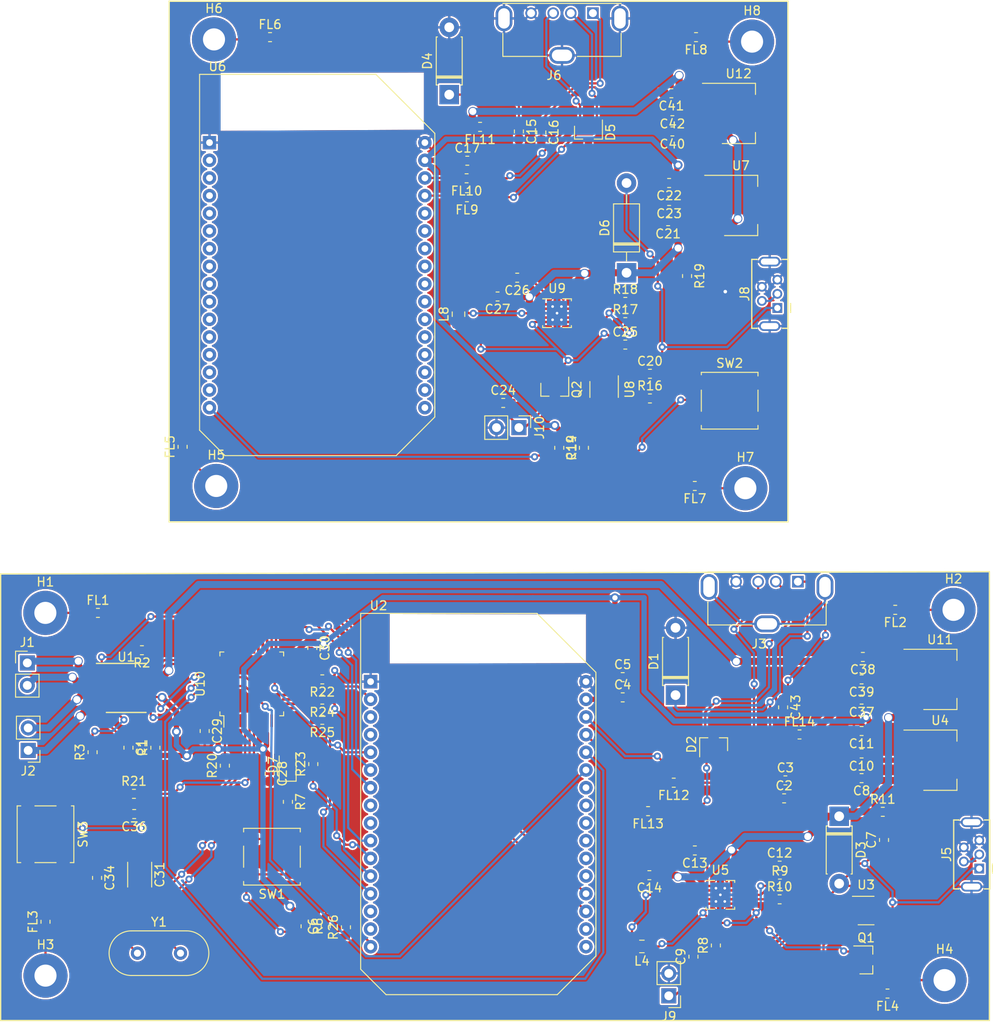
<source format=kicad_pcb>
(kicad_pcb (version 20171130) (host pcbnew 5.1.5-52549c5~86~ubuntu16.04.1)
  (layers (0 F.Cu signal) (31 B.Cu signal) (34 B.Paste user) (35 F.Paste user) (36 B.SilkS user) (37 F.SilkS user) (38 B.Mask user) (39 F.Mask user) (44 Edge.Cuts user))
  (net 0 "")
  (net 1 GND)
  (net 2 "Net-(C1-Pad1)")
  (net 3 "Net-(C2-Pad1)")
  (net 4 +3V8)
  (net 5 /Procesador/RST_P)
  (net 6 "Net-(C7-Pad2)")
  (net 7 "Net-(C7-Pad1)")
  (net 8 +5VL)
  (net 9 "Net-(C9-Pad1)")
  (net 10 "Net-(C12-Pad1)")
  (net 11 "Net-(C13-Pad1)")
  (net 12 GNDA)
  (net 13 "Net-(C15-Pad1)")
  (net 14 +3V0)
  (net 15 /camara/RST_P2)
  (net 16 "Net-(C20-Pad2)")
  (net 17 "Net-(C20-Pad1)")
  (net 18 +5VP)
  (net 19 "Net-(C24-Pad1)")
  (net 20 "Net-(C25-Pad1)")
  (net 21 "Net-(C26-Pad1)")
  (net 22 "Net-(C31-Pad2)")
  (net 23 "Net-(C34-Pad2)")
  (net 24 /Microcontrolador/RST_M)
  (net 25 +5V)
  (net 26 +5VD)
  (net 27 "Net-(C43-Pad1)")
  (net 28 "Net-(D2-Pad2)")
  (net 29 "Net-(D2-Pad1)")
  (net 30 "Net-(D5-Pad2)")
  (net 31 "Net-(D5-Pad1)")
  (net 32 "/Puente H/M1-")
  (net 33 "/Puente H/M1+")
  (net 34 "/Puente H/M2-")
  (net 35 "/Puente H/M2+")
  (net 36 "Net-(J5-Pad2)")
  (net 37 "Net-(J8-Pad2)")
  (net 38 "Net-(L4-Pad2)")
  (net 39 "Net-(L8-Pad2)")
  (net 40 "Net-(R2-Pad2)")
  (net 41 "Net-(R3-Pad2)")
  (net 42 /Procesador/USB_D-)
  (net 43 /Procesador/USB_D+)
  (net 44 "Net-(R8-Pad1)")
  (net 45 "Net-(R10-Pad1)")
  (net 46 /camara/USB_D2-)
  (net 47 /camara/USB_D2+)
  (net 48 "Net-(R16-Pad1)")
  (net 49 "Net-(R17-Pad2)")
  (net 50 "Net-(R20-Pad2)")
  (net 51 /Microcontrolador/MISO)
  (net 52 "Net-(R22-Pad1)")
  (net 53 /Microcontrolador/MOSI)
  (net 54 "Net-(R23-Pad1)")
  (net 55 /Microcontrolador/SCLK)
  (net 56 "Net-(R24-Pad1)")
  (net 57 /Microcontrolador/CS1)
  (net 58 "Net-(R25-Pad1)")
  (net 59 "Net-(R26-Pad2)")
  (net 60 /Microcontrolador/PH_1A)
  (net 61 /Microcontrolador/PH_2A)
  (net 62 "Net-(U1-Pad12)")
  (net 63 /Microcontrolador/PH_4A)
  (net 64 /Microcontrolador/PH_3A)
  (net 65 /Microcontrolador/PH_EN12)
  (net 66 /Microcontrolador/USART_1)
  (net 67 /Microcontrolador/USART_2)
  (net 68 "Net-(U2-Pad26)")
  (net 69 "Net-(U2-Pad25)")
  (net 70 "Net-(U2-Pad24)")
  (net 71 "Net-(U2-Pad23)")
  (net 72 "Net-(U2-Pad22)")
  (net 73 "Net-(U2-Pad21)")
  (net 74 "Net-(U2-Pad18)")
  (net 75 "Net-(U2-Pad17)")
  (net 76 "Net-(U2-Pad15)")
  (net 77 "Net-(U2-Pad14)")
  (net 78 "Net-(U2-Pad9)")
  (net 79 "Net-(U2-Pad8)")
  (net 80 "Net-(U2-Pad4)")
  (net 81 "Net-(U2-Pad3)")
  (net 82 "Net-(U3-Pad1)")
  (net 83 "Net-(U6-Pad28)")
  (net 84 "Net-(U6-Pad27)")
  (net 85 "Net-(U6-Pad26)")
  (net 86 "Net-(U6-Pad25)")
  (net 87 "Net-(U6-Pad24)")
  (net 88 "Net-(U6-Pad23)")
  (net 89 "Net-(U6-Pad22)")
  (net 90 "Net-(U6-Pad21)")
  (net 91 "Net-(U6-Pad18)")
  (net 92 "Net-(U6-Pad17)")
  (net 93 "Net-(U6-Pad15)")
  (net 94 "Net-(U6-Pad14)")
  (net 95 "Net-(U6-Pad13)")
  (net 96 "Net-(U6-Pad12)")
  (net 97 "Net-(U6-Pad11)")
  (net 98 "Net-(U6-Pad10)")
  (net 99 "Net-(U6-Pad9)")
  (net 100 "Net-(U6-Pad8)")
  (net 101 "Net-(U6-Pad4)")
  (net 102 "Net-(U6-Pad3)")
  (net 103 "Net-(U8-Pad1)")
  (net 104 "Net-(U10-Pad46)")
  (net 105 "Net-(U10-Pad45)")
  (net 106 "Net-(U10-Pad44)")
  (net 107 "Net-(U10-Pad36)")
  (net 108 "Net-(U10-Pad33)")
  (net 109 "Net-(U10-Pad32)")
  (net 110 "Net-(U10-Pad31)")
  (net 111 "Net-(U10-Pad30)")
  (net 112 "Net-(U10-Pad29)")
  (net 113 /Microcontrolador/TD01)
  (net 114 /Microcontrolador/TCK1)
  (net 115 /Microcontrolador/TMS1)
  (net 116 /Microcontrolador/SRST1)
  (net 117 /Microcontrolador/TRST1)
  (net 118 "Net-(U10-Pad20)")
  (net 119 "Net-(U10-Pad19)")
  (net 120 "Net-(U10-Pad18)")
  (net 121 "Net-(U10-Pad17)")
  (net 122 "Net-(U10-Pad13)")
  (net 123 "Net-(U10-Pad11)")
  (net 124 "Net-(U10-Pad10)")
  (net 125 "Net-(U10-Pad4)")
  (net 126 "Net-(U10-Pad3)")
  (net 127 "Net-(U10-Pad2)")
  (net 128 "Net-(D7-Pad2)")
  (net 129 "Net-(D7-Pad1)")
  (net 130 /Procesador/TCK1)
  (net 131 "Net-(U6-Pad20)")
  (net 132 "Net-(U6-Pad19)")
  (net 133 "Net-(U6-Pad7)")
  (net 134 "Net-(U6-Pad6)")
  (net 135 "Net-(U6-Pad5)")
  (net 136 "Net-(U6-Pad2)")
  (net 137 "Net-(FL1-Pad1)")
  (net 138 "Net-(FL2-Pad1)")
  (net 139 "Net-(FL3-Pad1)")
  (net 140 "Net-(FL4-Pad1)")
  (net 141 "Net-(FL5-Pad1)")
  (net 142 "Net-(FL6-Pad1)")
  (net 143 "Net-(FL7-Pad1)")
  (net 144 "Net-(FL8-Pad1)")
  (module Resistor_SMD:R_0603_1608Metric_Pad1.05x0.95mm_HandSolder (layer F.Cu) (at 110.755 71.61 180)
    (fp_text reference FL9 (at 0 -1.43) (layer F.SilkS))
    (fp_text value BLM18SG121TN1D)
    (pad 2 smd roundrect (at 0.875 0 180) (size 1.05 0.95) (layers F.Cu F.Paste F.Mask) (net 46 /camara/USB_D2-))
    (pad 1 smd roundrect (at -0.875 0 180) (size 1.05 0.95) (layers F.Cu F.Paste F.Mask) (net 31 "Net-(D5-Pad1)"))
  )
  (module Resistor_SMD:R_0603_1608Metric_Pad1.05x0.95mm_HandSolder (layer F.Cu) (at 148.435 132.42)
    (fp_text reference FL14 (at 0 -1.43) (layer F.SilkS))
    (fp_text value BLM18SG121TN1D)
    (pad 2 smd roundrect (at 0.875 0) (size 1.05 0.95) (layers F.Cu F.Paste F.Mask) (net 25 +5V))
    (pad 1 smd roundrect (at -0.875 0) (size 1.05 0.95) (layers F.Cu F.Paste F.Mask) (net 3 "Net-(C2-Pad1)"))
  )
  (module Resistor_SMD:R_0603_1608Metric_Pad1.05x0.95mm_HandSolder (layer F.Cu) (at 131.275 141.1 180)
    (fp_text reference FL13 (at 0 -1.43) (layer F.SilkS))
    (fp_text value BLM18SG121TN1D)
    (pad 2 smd roundrect (at 0.875 0 180) (size 1.05 0.95) (layers F.Cu F.Paste F.Mask) (net 42 /Procesador/USB_D-))
    (pad 1 smd roundrect (at -0.875 0 180) (size 1.05 0.95) (layers F.Cu F.Paste F.Mask) (net 29 "Net-(D2-Pad1)"))
  )
  (module Resistor_SMD:R_0603_1608Metric_Pad1.05x0.95mm_HandSolder (layer F.Cu) (at 134.185 137.88 180)
    (fp_text reference FL12 (at 0 -1.43) (layer F.SilkS))
    (fp_text value BLM18SG121TN1D)
    (pad 2 smd roundrect (at 0.875 0 180) (size 1.05 0.95) (layers F.Cu F.Paste F.Mask) (net 43 /Procesador/USB_D+))
    (pad 1 smd roundrect (at -0.875 0 180) (size 1.05 0.95) (layers F.Cu F.Paste F.Mask) (net 28 "Net-(D2-Pad2)"))
  )
  (module Resistor_SMD:R_0603_1608Metric_Pad1.05x0.95mm_HandSolder (layer F.Cu) (at 112.245 63.65 180)
    (fp_text reference FL11 (at 0 -1.43) (layer F.SilkS))
    (fp_text value BLM18SG121TN1D)
    (pad 2 smd roundrect (at 0.875 0 180) (size 1.05 0.95) (layers F.Cu F.Paste F.Mask) (net 26 +5VD))
    (pad 1 smd roundrect (at -0.875 0 180) (size 1.05 0.95) (layers F.Cu F.Paste F.Mask) (net 13 "Net-(C15-Pad1)"))
  )
  (module Resistor_SMD:R_0603_1608Metric_Pad1.05x0.95mm_HandSolder (layer F.Cu) (at 110.72 69.47 180)
    (fp_text reference FL10 (at 0 -1.43) (layer F.SilkS))
    (fp_text value BLM18SG121TN1D)
    (pad 2 smd roundrect (at 0.875 0 180) (size 1.05 0.95) (layers F.Cu F.Paste F.Mask) (net 47 /camara/USB_D2+))
    (pad 1 smd roundrect (at -0.875 0 180) (size 1.05 0.95) (layers F.Cu F.Paste F.Mask) (net 30 "Net-(D5-Pad2)"))
  )
  (module Connector_USB:USB_A_Molex_105057_Vertical (layer F.Cu) (at 125.025 50.775 180)
    (fp_text reference J6 (at 4.4 -7.05) (layer F.SilkS))
    (fp_text value USB_A)
    (pad 5 thru_hole oval (at 3.5 -4.78 270) (size 1.9 2.9) (drill oval 1.3 2.3) (layers *.Cu *.Mask) (net 12 GNDA))
    (pad 5 thru_hole oval (at 10.07 -0.6 180) (size 1.9 2.9) (drill oval 1.3 2.3) (layers *.Cu *.Mask) (net 12 GNDA))
    (pad 5 thru_hole oval (at -3.07 -0.6) (size 1.9 2.9) (drill oval 1.3 2.3) (layers *.Cu *.Mask) (net 12 GNDA))
    (pad 4 thru_hole circle (at 7 0 180) (size 1.3 1.3) (drill 0.9) (layers *.Cu *.Mask) (net 12 GNDA))
    (pad 3 thru_hole circle (at 4.5 0 180) (size 1.3 1.3) (drill 0.9) (layers *.Cu *.Mask) (net 30 "Net-(D5-Pad2)"))
    (pad 2 thru_hole circle (at 2.5 0 180) (size 1.3 1.3) (drill 0.9) (layers *.Cu *.Mask) (net 31 "Net-(D5-Pad1)"))
    (pad 1 thru_hole rect (at 0 0 180) (size 1.3 1.3) (drill 0.9) (layers *.Cu *.Mask) (net 13 "Net-(C15-Pad1)"))
  )
  (module Module:Onion_Omega2+m (layer F.Cu) (at 81.592 65.433)
    (fp_text reference U6 (at 0.9 -8.6) (layer F.SilkS))
    (fp_text value Omega2+)
    (pad 1 thru_hole rect (at 0 0) (size 1.524 1.524) (drill 0.762) (layers *.Cu *.Mask) (net 12 GNDA))
    (pad 2 thru_hole circle (at 0 2) (size 1.524 1.524) (drill 0.762) (layers *.Cu *.Mask) (net 136 "Net-(U6-Pad2)"))
    (pad 3 thru_hole circle (at 0 4) (size 1.524 1.524) (drill 0.762) (layers *.Cu *.Mask) (net 102 "Net-(U6-Pad3)"))
    (pad 4 thru_hole circle (at 0 6) (size 1.524 1.524) (drill 0.762) (layers *.Cu *.Mask) (net 101 "Net-(U6-Pad4)"))
    (pad 5 thru_hole circle (at 0 8) (size 1.524 1.524) (drill 0.762) (layers *.Cu *.Mask) (net 135 "Net-(U6-Pad5)"))
    (pad 6 thru_hole circle (at 0 10) (size 1.524 1.524) (drill 0.762) (layers *.Cu *.Mask) (net 134 "Net-(U6-Pad6)"))
    (pad 7 thru_hole circle (at 0 12) (size 1.524 1.524) (drill 0.762) (layers *.Cu *.Mask) (net 133 "Net-(U6-Pad7)"))
    (pad 8 thru_hole circle (at 0 14) (size 1.524 1.524) (drill 0.762) (layers *.Cu *.Mask) (net 100 "Net-(U6-Pad8)"))
    (pad 9 thru_hole circle (at 0 16) (size 1.524 1.524) (drill 0.762) (layers *.Cu *.Mask) (net 99 "Net-(U6-Pad9)"))
    (pad 10 thru_hole circle (at 0 18) (size 1.524 1.524) (drill 0.762) (layers *.Cu *.Mask) (net 98 "Net-(U6-Pad10)"))
    (pad 11 thru_hole circle (at 0 20) (size 1.524 1.524) (drill 0.762) (layers *.Cu *.Mask) (net 97 "Net-(U6-Pad11)"))
    (pad 12 thru_hole circle (at 0 22) (size 1.524 1.524) (drill 0.762) (layers *.Cu *.Mask) (net 96 "Net-(U6-Pad12)"))
    (pad 13 thru_hole circle (at 0 24) (size 1.524 1.524) (drill 0.762) (layers *.Cu *.Mask) (net 95 "Net-(U6-Pad13)"))
    (pad 14 thru_hole circle (at 0 26) (size 1.524 1.524) (drill 0.762) (layers *.Cu *.Mask) (net 94 "Net-(U6-Pad14)"))
    (pad 15 thru_hole circle (at 0 28) (size 1.524 1.524) (drill 0.762) (layers *.Cu *.Mask) (net 93 "Net-(U6-Pad15)"))
    (pad 16 thru_hole circle (at 0 30) (size 1.524 1.524) (drill 0.762) (layers *.Cu *.Mask) (net 15 /camara/RST_P2))
    (pad 17 thru_hole circle (at 24.4 30) (size 1.524 1.524) (drill 0.762) (layers *.Cu *.Mask) (net 92 "Net-(U6-Pad17)"))
    (pad 18 thru_hole circle (at 24.4 28) (size 1.524 1.524) (drill 0.762) (layers *.Cu *.Mask) (net 91 "Net-(U6-Pad18)"))
    (pad 19 thru_hole circle (at 24.4 26) (size 1.524 1.524) (drill 0.762) (layers *.Cu *.Mask) (net 132 "Net-(U6-Pad19)"))
    (pad 20 thru_hole circle (at 24.4 24) (size 1.524 1.524) (drill 0.762) (layers *.Cu *.Mask) (net 131 "Net-(U6-Pad20)"))
    (pad 21 thru_hole circle (at 24.4 22) (size 1.524 1.524) (drill 0.762) (layers *.Cu *.Mask) (net 90 "Net-(U6-Pad21)"))
    (pad 22 thru_hole circle (at 24.4 20) (size 1.524 1.524) (drill 0.762) (layers *.Cu *.Mask) (net 89 "Net-(U6-Pad22)"))
    (pad 23 thru_hole circle (at 24.4 18) (size 1.524 1.524) (drill 0.762) (layers *.Cu *.Mask) (net 88 "Net-(U6-Pad23)"))
    (pad 24 thru_hole circle (at 24.4 16) (size 1.524 1.524) (drill 0.762) (layers *.Cu *.Mask) (net 87 "Net-(U6-Pad24)"))
    (pad 25 thru_hole circle (at 24.4 14) (size 1.524 1.524) (drill 0.762) (layers *.Cu *.Mask) (net 86 "Net-(U6-Pad25)"))
    (pad 26 thru_hole circle (at 24.4 12) (size 1.524 1.524) (drill 0.762) (layers *.Cu *.Mask) (net 85 "Net-(U6-Pad26)"))
    (pad 27 thru_hole circle (at 24.4 10) (size 1.524 1.524) (drill 0.762) (layers *.Cu *.Mask) (net 84 "Net-(U6-Pad27)"))
    (pad 28 thru_hole circle (at 24.4 8) (size 1.524 1.524) (drill 0.762) (layers *.Cu *.Mask) (net 83 "Net-(U6-Pad28)"))
    (pad 29 thru_hole circle (at 24.4 6) (size 1.524 1.524) (drill 0.762) (layers *.Cu *.Mask) (net 46 /camara/USB_D2-))
    (pad 30 thru_hole circle (at 24.4 4) (size 1.524 1.524) (drill 0.762) (layers *.Cu *.Mask) (net 47 /camara/USB_D2+))
    (pad 31 thru_hole circle (at 24.4 2) (size 1.524 1.524) (drill 0.762) (layers *.Cu *.Mask) (net 14 +3V0))
    (pad 32 thru_hole circle (at 24.4 0) (size 1.524 1.524) (drill 0.762) (layers *.Cu *.Mask) (net 12 GNDA))
  )
  (module Module:Onion_Omega2+m (layer F.Cu) (at 99.842 126.443)
    (fp_text reference U2 (at 0.9 -8.6) (layer F.SilkS))
    (fp_text value Omega2+)
    (pad 1 thru_hole rect (at 0 0) (size 1.524 1.524) (drill 0.762) (layers *.Cu *.Mask) (net 1 GND))
    (pad 2 thru_hole circle (at 0 2) (size 1.524 1.524) (drill 0.762) (layers *.Cu *.Mask) (net 117 /Microcontrolador/TRST1))
    (pad 3 thru_hole circle (at 0 4) (size 1.524 1.524) (drill 0.762) (layers *.Cu *.Mask) (net 81 "Net-(U2-Pad3)"))
    (pad 4 thru_hole circle (at 0 6) (size 1.524 1.524) (drill 0.762) (layers *.Cu *.Mask) (net 80 "Net-(U2-Pad4)"))
    (pad 5 thru_hole circle (at 0 8) (size 1.524 1.524) (drill 0.762) (layers *.Cu *.Mask) (net 116 /Microcontrolador/SRST1))
    (pad 6 thru_hole circle (at 0 10) (size 1.524 1.524) (drill 0.762) (layers *.Cu *.Mask) (net 130 /Procesador/TCK1))
    (pad 7 thru_hole circle (at 0 12) (size 1.524 1.524) (drill 0.762) (layers *.Cu *.Mask) (net 115 /Microcontrolador/TMS1))
    (pad 8 thru_hole circle (at 0 14) (size 1.524 1.524) (drill 0.762) (layers *.Cu *.Mask) (net 79 "Net-(U2-Pad8)"))
    (pad 9 thru_hole circle (at 0 16) (size 1.524 1.524) (drill 0.762) (layers *.Cu *.Mask) (net 78 "Net-(U2-Pad9)"))
    (pad 10 thru_hole circle (at 0 18) (size 1.524 1.524) (drill 0.762) (layers *.Cu *.Mask) (net 52 "Net-(R22-Pad1)"))
    (pad 11 thru_hole circle (at 0 20) (size 1.524 1.524) (drill 0.762) (layers *.Cu *.Mask) (net 54 "Net-(R23-Pad1)"))
    (pad 12 thru_hole circle (at 0 22) (size 1.524 1.524) (drill 0.762) (layers *.Cu *.Mask) (net 56 "Net-(R24-Pad1)"))
    (pad 13 thru_hole circle (at 0 24) (size 1.524 1.524) (drill 0.762) (layers *.Cu *.Mask) (net 58 "Net-(R25-Pad1)"))
    (pad 14 thru_hole circle (at 0 26) (size 1.524 1.524) (drill 0.762) (layers *.Cu *.Mask) (net 77 "Net-(U2-Pad14)"))
    (pad 15 thru_hole circle (at 0 28) (size 1.524 1.524) (drill 0.762) (layers *.Cu *.Mask) (net 76 "Net-(U2-Pad15)"))
    (pad 16 thru_hole circle (at 0 30) (size 1.524 1.524) (drill 0.762) (layers *.Cu *.Mask) (net 59 "Net-(R26-Pad2)"))
    (pad 17 thru_hole circle (at 24.4 30) (size 1.524 1.524) (drill 0.762) (layers *.Cu *.Mask) (net 75 "Net-(U2-Pad17)"))
    (pad 18 thru_hole circle (at 24.4 28) (size 1.524 1.524) (drill 0.762) (layers *.Cu *.Mask) (net 74 "Net-(U2-Pad18)"))
    (pad 19 thru_hole circle (at 24.4 26) (size 1.524 1.524) (drill 0.762) (layers *.Cu *.Mask) (net 114 /Microcontrolador/TCK1))
    (pad 20 thru_hole circle (at 24.4 24) (size 1.524 1.524) (drill 0.762) (layers *.Cu *.Mask) (net 113 /Microcontrolador/TD01))
    (pad 21 thru_hole circle (at 24.4 22) (size 1.524 1.524) (drill 0.762) (layers *.Cu *.Mask) (net 73 "Net-(U2-Pad21)"))
    (pad 22 thru_hole circle (at 24.4 20) (size 1.524 1.524) (drill 0.762) (layers *.Cu *.Mask) (net 72 "Net-(U2-Pad22)"))
    (pad 23 thru_hole circle (at 24.4 18) (size 1.524 1.524) (drill 0.762) (layers *.Cu *.Mask) (net 71 "Net-(U2-Pad23)"))
    (pad 24 thru_hole circle (at 24.4 16) (size 1.524 1.524) (drill 0.762) (layers *.Cu *.Mask) (net 70 "Net-(U2-Pad24)"))
    (pad 25 thru_hole circle (at 24.4 14) (size 1.524 1.524) (drill 0.762) (layers *.Cu *.Mask) (net 69 "Net-(U2-Pad25)"))
    (pad 26 thru_hole circle (at 24.4 12) (size 1.524 1.524) (drill 0.762) (layers *.Cu *.Mask) (net 68 "Net-(U2-Pad26)"))
    (pad 27 thru_hole circle (at 24.4 10) (size 1.524 1.524) (drill 0.762) (layers *.Cu *.Mask) (net 67 /Microcontrolador/USART_2))
    (pad 28 thru_hole circle (at 24.4 8) (size 1.524 1.524) (drill 0.762) (layers *.Cu *.Mask) (net 66 /Microcontrolador/USART_1))
    (pad 29 thru_hole circle (at 24.4 6) (size 1.524 1.524) (drill 0.762) (layers *.Cu *.Mask) (net 42 /Procesador/USB_D-))
    (pad 30 thru_hole circle (at 24.4 4) (size 1.524 1.524) (drill 0.762) (layers *.Cu *.Mask) (net 43 /Procesador/USB_D+))
    (pad 31 thru_hole circle (at 24.4 2) (size 1.524 1.524) (drill 0.762) (layers *.Cu *.Mask) (net 4 +3V8))
    (pad 32 thru_hole circle (at 24.4 0) (size 1.524 1.524) (drill 0.762) (layers *.Cu *.Mask) (net 1 GND))
  )
  (module Connector_PinHeader_2.54mm:PinHeader_1x02_P2.54mm_Vertical (layer F.Cu) (at 60.95 124.325)
    (fp_text reference J1 (at 0 -2.33) (layer F.SilkS))
    (fp_text value Conn_01x02)
    (pad 2 thru_hole oval (at 0 2.54) (size 1.7 1.7) (drill 1) (layers *.Cu *.Mask) (net 32 "/Puente H/M1-"))
    (pad 1 thru_hole rect (at 0 0) (size 1.7 1.7) (drill 1) (layers *.Cu *.Mask) (net 33 "/Puente H/M1+"))
  )
  (module Connector_USB:USB_Mini-B_Tensility_54-00023_Vertical (layer F.Cu) (at 168.8 147.6 90)
    (fp_text reference J5 (at 1.6 -3.7 90) (layer F.SilkS))
    (fp_text value USB_B_Mini)
    (pad 6 thru_hole oval (at 5.25 -0.875 90) (size 1.1 2.4) (drill oval 0.7 2) (layers *.Cu *.Mask) (net 1 GND))
    (pad 6 thru_hole oval (at -2.05 -0.875 90) (size 1.1 2.4) (drill oval 0.7 2) (layers *.Cu *.Mask) (net 1 GND))
    (pad 5 thru_hole circle (at 3.2 0 90) (size 1.1 1.1) (drill 0.7) (layers *.Cu *.Mask) (net 1 GND))
    (pad 4 thru_hole circle (at 2.4 -1.75 90) (size 1.1 1.1) (drill 0.7) (layers *.Cu *.Mask) (net 1 GND))
    (pad 3 thru_hole circle (at 1.6 0 90) (size 1.1 1.1) (drill 0.7) (layers *.Cu *.Mask) (net 36 "Net-(J5-Pad2)"))
    (pad 2 thru_hole circle (at 0.8 -1.75 90) (size 1.1 1.1) (drill 0.7) (layers *.Cu *.Mask) (net 36 "Net-(J5-Pad2)"))
    (pad 1 thru_hole rect (at 0 0 90) (size 1.1 1.1) (drill 0.7) (layers *.Cu *.Mask) (net 7 "Net-(C7-Pad1)"))
  )
  (module Connector_USB:USB_Mini-B_Tensility_54-00023_Vertical (layer F.Cu) (at 145.925 84.15 90)
    (fp_text reference J8 (at 1.6 -3.7 90) (layer F.SilkS))
    (fp_text value USB_B_Mini)
    (pad 6 thru_hole oval (at 5.25 -0.875 90) (size 1.1 2.4) (drill oval 0.7 2) (layers *.Cu *.Mask) (net 12 GNDA))
    (pad 6 thru_hole oval (at -2.05 -0.875 90) (size 1.1 2.4) (drill oval 0.7 2) (layers *.Cu *.Mask) (net 12 GNDA))
    (pad 5 thru_hole circle (at 3.2 0 90) (size 1.1 1.1) (drill 0.7) (layers *.Cu *.Mask) (net 12 GNDA))
    (pad 4 thru_hole circle (at 2.4 -1.75 90) (size 1.1 1.1) (drill 0.7) (layers *.Cu *.Mask) (net 12 GNDA))
    (pad 3 thru_hole circle (at 1.6 0 90) (size 1.1 1.1) (drill 0.7) (layers *.Cu *.Mask) (net 37 "Net-(J8-Pad2)"))
    (pad 2 thru_hole circle (at 0.8 -1.75 90) (size 1.1 1.1) (drill 0.7) (layers *.Cu *.Mask) (net 37 "Net-(J8-Pad2)"))
    (pad 1 thru_hole rect (at 0 0 90) (size 1.1 1.1) (drill 0.7) (layers *.Cu *.Mask) (net 17 "Net-(C20-Pad1)"))
  )
  (module Button_Switch_SMD:SW_Push_1P1T_NO_CK_KSC6xxJ (layer F.Cu) (at 63.012 143.715 90)
    (fp_text reference SW3 (at 0 4.24 90) (layer F.SilkS))
    (fp_text value SW_Push)
    (pad 2 smd rect (at 2.9 2 90) (size 2.8 1) (layers F.Cu F.Paste F.Mask) (net 24 /Microcontrolador/RST_M))
    (pad 2 smd rect (at -2.9 2 90) (size 2.8 1) (layers F.Cu F.Paste F.Mask) (net 24 /Microcontrolador/RST_M))
    (pad 1 smd rect (at 2.9 -2 90) (size 2.8 1) (layers F.Cu F.Paste F.Mask) (net 1 GND))
    (pad 1 smd rect (at -2.9 -2 90) (size 2.8 1) (layers F.Cu F.Paste F.Mask) (net 1 GND))
  )
  (module Button_Switch_SMD:SW_Push_1P1T_NO_CK_KSC6xxJ (layer F.Cu) (at 140.52 94.643 180)
    (fp_text reference SW2 (at 0 4.24) (layer F.SilkS))
    (fp_text value SW_Push)
    (pad 2 smd rect (at 2.9 2 180) (size 2.8 1) (layers F.Cu F.Paste F.Mask) (net 15 /camara/RST_P2))
    (pad 2 smd rect (at -2.9 2 180) (size 2.8 1) (layers F.Cu F.Paste F.Mask) (net 15 /camara/RST_P2))
    (pad 1 smd rect (at 2.9 -2 180) (size 2.8 1) (layers F.Cu F.Paste F.Mask) (net 12 GNDA))
    (pad 1 smd rect (at -2.9 -2 180) (size 2.8 1) (layers F.Cu F.Paste F.Mask) (net 12 GNDA))
  )
  (module Button_Switch_SMD:SW_Push_1P1T_NO_CK_KSC6xxJ (layer F.Cu) (at 88.666 146.255)
    (fp_text reference SW1 (at 0 4.24) (layer F.SilkS))
    (fp_text value SW_Push)
    (pad 2 smd rect (at 2.9 2) (size 2.8 1) (layers F.Cu F.Paste F.Mask) (net 5 /Procesador/RST_P))
    (pad 2 smd rect (at -2.9 2) (size 2.8 1) (layers F.Cu F.Paste F.Mask) (net 5 /Procesador/RST_P))
    (pad 1 smd rect (at 2.9 -2) (size 2.8 1) (layers F.Cu F.Paste F.Mask) (net 1 GND))
    (pad 1 smd rect (at -2.9 -2) (size 2.8 1) (layers F.Cu F.Paste F.Mask) (net 1 GND))
  )
  (module Inductor_SMD:L_0805_2012Metric_Pad1.15x1.40mm_HandSolder (layer F.Cu) (at 109.8 84.85 90)
    (fp_text reference L8 (at 0 -1.65 90) (layer F.SilkS))
    (fp_text value 2.2uH)
    (pad 2 smd roundrect (at 1.025 0 90) (size 1.15 1.4) (layers F.Cu F.Paste F.Mask) (roundrect_rratio 0.217391) (net 39 "Net-(L8-Pad2)"))
    (pad 1 smd roundrect (at -1.025 0 90) (size 1.15 1.4) (layers F.Cu F.Paste F.Mask) (roundrect_rratio 0.217391) (net 20 "Net-(C25-Pad1)"))
  )
  (module Inductor_SMD:L_0805_2012Metric_Pad1.15x1.40mm_HandSolder (layer F.Cu) (at 130.576 156.415 180)
    (fp_text reference L4 (at 0 -1.65) (layer F.SilkS))
    (fp_text value 2.2uH)
    (pad 2 smd roundrect (at 1.025 0 180) (size 1.15 1.4) (layers F.Cu F.Paste F.Mask) (roundrect_rratio 0.217391) (net 38 "Net-(L4-Pad2)"))
    (pad 1 smd roundrect (at -1.025 0 180) (size 1.15 1.4) (layers F.Cu F.Paste F.Mask) (roundrect_rratio 0.217391) (net 10 "Net-(C12-Pad1)"))
  )
  (module Connector_PinHeader_2.54mm:PinHeader_1x02_P2.54mm_Vertical (layer F.Cu) (at 116.644 97.691 270)
    (fp_text reference J10 (at 0 -2.33 90) (layer F.SilkS))
    (fp_text value Conn_01x02)
    (pad 2 thru_hole oval (at 0 2.54 270) (size 1.7 1.7) (drill 1) (layers *.Cu *.Mask) (net 12 GNDA))
    (pad 1 thru_hole rect (at 0 0 270) (size 1.7 1.7) (drill 1) (layers *.Cu *.Mask) (net 19 "Net-(C24-Pad1)"))
  )
  (module Connector_PinHeader_2.54mm:PinHeader_1x02_P2.54mm_Vertical (layer F.Cu) (at 133.624 162.003 180)
    (fp_text reference J9 (at 0 -2.33) (layer F.SilkS))
    (fp_text value Conn_01x02)
    (pad 2 thru_hole oval (at 0 2.54 180) (size 1.7 1.7) (drill 1) (layers *.Cu *.Mask) (net 1 GND))
    (pad 1 thru_hole rect (at 0 0 180) (size 1.7 1.7) (drill 1) (layers *.Cu *.Mask) (net 9 "Net-(C9-Pad1)"))
  )
  (module Connector_PinHeader_2.54mm:PinHeader_1x02_P2.54mm_Vertical (layer F.Cu) (at 61.05 134.225 180)
    (fp_text reference J2 (at 0 -2.33) (layer F.SilkS))
    (fp_text value Conn_01x02)
    (pad 2 thru_hole oval (at 0 2.54 180) (size 1.7 1.7) (drill 1) (layers *.Cu *.Mask) (net 34 "/Puente H/M2-"))
    (pad 1 thru_hole rect (at 0 0 180) (size 1.7 1.7) (drill 1) (layers *.Cu *.Mask) (net 35 "/Puente H/M2+"))
  )
  (module Diode_THT:D_DO-41_SOD81_P7.62mm_Horizontal (layer F.Cu) (at 108.75 60 90)
    (fp_text reference D4 (at 3.81 -2.47 90) (layer F.SilkS))
    (fp_text value 1N47xxA)
    (pad 2 thru_hole oval (at 7.62 0 90) (size 2.2 2.2) (drill 1.1) (layers *.Cu *.Mask) (net 12 GNDA))
    (pad 1 thru_hole rect (at 0 0 90) (size 2.2 2.2) (drill 1.1) (layers *.Cu *.Mask) (net 13 "Net-(C15-Pad1)"))
  )
  (module Diode_THT:D_DO-41_SOD81_P7.62mm_Horizontal (layer F.Cu) (at 152.928 141.683 270)
    (fp_text reference D3 (at 3.81 -2.47 90) (layer F.SilkS))
    (fp_text value 1N5817)
    (pad 2 thru_hole oval (at 7.62 0 270) (size 2.2 2.2) (drill 1.1) (layers *.Cu *.Mask) (net 7 "Net-(C7-Pad1)"))
    (pad 1 thru_hole rect (at 0 0 270) (size 2.2 2.2) (drill 1.1) (layers *.Cu *.Mask) (net 8 +5VL))
  )
  (module Diode_THT:D_DO-41_SOD81_P7.62mm_Horizontal (layer F.Cu) (at 134.386 127.967 90)
    (fp_text reference D1 (at 3.81 -2.47 90) (layer F.SilkS))
    (fp_text value 1N47xxA)
    (pad 2 thru_hole oval (at 7.62 0 90) (size 2.2 2.2) (drill 1.1) (layers *.Cu *.Mask) (net 1 GND))
    (pad 1 thru_hole rect (at 0 0 90) (size 2.2 2.2) (drill 1.1) (layers *.Cu *.Mask) (net 3 "Net-(C2-Pad1)"))
  )
  (module Package_QFP:LQFP-48_7x7mm_P0.5mm (layer F.Cu) (at 86.38 126.697 90)
    (fp_text reference U10 (at 0 -5.85 90) (layer F.SilkS))
    (fp_text value STM32L052C6Tx)
    (pad 48 smd roundrect (at -2.75 -4.1625 90) (size 0.3 1.475) (layers F.Cu F.Paste F.Mask) (net 4 +3V8))
    (pad 47 smd roundrect (at -2.25 -4.1625 90) (size 0.3 1.475) (layers F.Cu F.Paste F.Mask) (net 1 GND))
    (pad 46 smd roundrect (at -1.75 -4.1625 90) (size 0.3 1.475) (layers F.Cu F.Paste F.Mask) (net 104 "Net-(U10-Pad46)"))
    (pad 45 smd roundrect (at -1.25 -4.1625 90) (size 0.3 1.475) (layers F.Cu F.Paste F.Mask) (net 105 "Net-(U10-Pad45)"))
    (pad 44 smd roundrect (at -0.75 -4.1625 90) (size 0.3 1.475) (layers F.Cu F.Paste F.Mask) (net 106 "Net-(U10-Pad44)"))
    (pad 43 smd roundrect (at -0.25 -4.1625 90) (size 0.3 1.475) (layers F.Cu F.Paste F.Mask) (net 67 /Microcontrolador/USART_2))
    (pad 42 smd roundrect (at 0.25 -4.1625 90) (size 0.3 1.475) (layers F.Cu F.Paste F.Mask) (net 66 /Microcontrolador/USART_1))
    (pad 41 smd roundrect (at 0.75 -4.1625 90) (size 0.3 1.475) (layers F.Cu F.Paste F.Mask) (net 53 /Microcontrolador/MOSI))
    (pad 40 smd roundrect (at 1.25 -4.1625 90) (size 0.3 1.475) (layers F.Cu F.Paste F.Mask) (net 64 /Microcontrolador/PH_3A))
    (pad 39 smd roundrect (at 1.75 -4.1625 90) (size 0.3 1.475) (layers F.Cu F.Paste F.Mask) (net 63 /Microcontrolador/PH_4A))
    (pad 38 smd roundrect (at 2.25 -4.1625 90) (size 0.3 1.475) (layers F.Cu F.Paste F.Mask) (net 61 /Microcontrolador/PH_2A))
    (pad 37 smd roundrect (at 2.75 -4.1625 90) (size 0.3 1.475) (layers F.Cu F.Paste F.Mask) (net 60 /Microcontrolador/PH_1A))
    (pad 36 smd roundrect (at 4.1625 -2.75 90) (size 1.475 0.3) (layers F.Cu F.Paste F.Mask) (net 107 "Net-(U10-Pad36)"))
    (pad 35 smd roundrect (at 4.1625 -2.25 90) (size 1.475 0.3) (layers F.Cu F.Paste F.Mask) (net 1 GND))
    (pad 34 smd roundrect (at 4.1625 -1.75 90) (size 1.475 0.3) (layers F.Cu F.Paste F.Mask) (net 65 /Microcontrolador/PH_EN12))
    (pad 33 smd roundrect (at 4.1625 -1.25 90) (size 1.475 0.3) (layers F.Cu F.Paste F.Mask) (net 108 "Net-(U10-Pad33)"))
    (pad 32 smd roundrect (at 4.1625 -0.75 90) (size 1.475 0.3) (layers F.Cu F.Paste F.Mask) (net 109 "Net-(U10-Pad32)"))
    (pad 31 smd roundrect (at 4.1625 -0.25 90) (size 1.475 0.3) (layers F.Cu F.Paste F.Mask) (net 110 "Net-(U10-Pad31)"))
    (pad 30 smd roundrect (at 4.1625 0.25 90) (size 1.475 0.3) (layers F.Cu F.Paste F.Mask) (net 111 "Net-(U10-Pad30)"))
    (pad 29 smd roundrect (at 4.1625 0.75 90) (size 1.475 0.3) (layers F.Cu F.Paste F.Mask) (net 112 "Net-(U10-Pad29)"))
    (pad 28 smd roundrect (at 4.1625 1.25 90) (size 1.475 0.3) (layers F.Cu F.Paste F.Mask) (net 113 /Microcontrolador/TD01))
    (pad 27 smd roundrect (at 4.1625 1.75 90) (size 1.475 0.3) (layers F.Cu F.Paste F.Mask) (net 114 /Microcontrolador/TCK1))
    (pad 26 smd roundrect (at 4.1625 2.25 90) (size 1.475 0.3) (layers F.Cu F.Paste F.Mask) (net 115 /Microcontrolador/TMS1))
    (pad 25 smd roundrect (at 4.1625 2.75 90) (size 1.475 0.3) (layers F.Cu F.Paste F.Mask) (net 130 /Procesador/TCK1))
    (pad 24 smd roundrect (at 2.75 4.1625 90) (size 0.3 1.475) (layers F.Cu F.Paste F.Mask) (net 4 +3V8))
    (pad 23 smd roundrect (at 2.25 4.1625 90) (size 0.3 1.475) (layers F.Cu F.Paste F.Mask) (net 1 GND))
    (pad 22 smd roundrect (at 1.75 4.1625 90) (size 0.3 1.475) (layers F.Cu F.Paste F.Mask) (net 116 /Microcontrolador/SRST1))
    (pad 21 smd roundrect (at 1.25 4.1625 90) (size 0.3 1.475) (layers F.Cu F.Paste F.Mask) (net 117 /Microcontrolador/TRST1))
    (pad 20 smd roundrect (at 0.75 4.1625 90) (size 0.3 1.475) (layers F.Cu F.Paste F.Mask) (net 118 "Net-(U10-Pad20)"))
    (pad 19 smd roundrect (at 0.25 4.1625 90) (size 0.3 1.475) (layers F.Cu F.Paste F.Mask) (net 119 "Net-(U10-Pad19)"))
    (pad 18 smd roundrect (at -0.25 4.1625 90) (size 0.3 1.475) (layers F.Cu F.Paste F.Mask) (net 120 "Net-(U10-Pad18)"))
    (pad 17 smd roundrect (at -0.75 4.1625 90) (size 0.3 1.475) (layers F.Cu F.Paste F.Mask) (net 121 "Net-(U10-Pad17)"))
    (pad 16 smd roundrect (at -1.25 4.1625 90) (size 0.3 1.475) (layers F.Cu F.Paste F.Mask) (net 51 /Microcontrolador/MISO))
    (pad 15 smd roundrect (at -1.75 4.1625 90) (size 0.3 1.475) (layers F.Cu F.Paste F.Mask) (net 55 /Microcontrolador/SCLK))
    (pad 14 smd roundrect (at -2.25 4.1625 90) (size 0.3 1.475) (layers F.Cu F.Paste F.Mask) (net 57 /Microcontrolador/CS1))
    (pad 13 smd roundrect (at -2.75 4.1625 90) (size 0.3 1.475) (layers F.Cu F.Paste F.Mask) (net 122 "Net-(U10-Pad13)"))
    (pad 12 smd roundrect (at -4.1625 2.75 90) (size 1.475 0.3) (layers F.Cu F.Paste F.Mask) (net 128 "Net-(D7-Pad2)"))
    (pad 11 smd roundrect (at -4.1625 2.25 90) (size 1.475 0.3) (layers F.Cu F.Paste F.Mask) (net 123 "Net-(U10-Pad11)"))
    (pad 10 smd roundrect (at -4.1625 1.75 90) (size 1.475 0.3) (layers F.Cu F.Paste F.Mask) (net 124 "Net-(U10-Pad10)"))
    (pad 9 smd roundrect (at -4.1625 1.25 90) (size 1.475 0.3) (layers F.Cu F.Paste F.Mask) (net 4 +3V8))
    (pad 8 smd roundrect (at -4.1625 0.75 90) (size 1.475 0.3) (layers F.Cu F.Paste F.Mask) (net 1 GND))
    (pad 7 smd roundrect (at -4.1625 0.25 90) (size 1.475 0.3) (layers F.Cu F.Paste F.Mask) (net 24 /Microcontrolador/RST_M))
    (pad 6 smd roundrect (at -4.1625 -0.25 90) (size 1.475 0.3) (layers F.Cu F.Paste F.Mask) (net 22 "Net-(C31-Pad2)"))
    (pad 5 smd roundrect (at -4.1625 -0.75 90) (size 1.475 0.3) (layers F.Cu F.Paste F.Mask) (net 23 "Net-(C34-Pad2)"))
    (pad 4 smd roundrect (at -4.1625 -1.25 90) (size 1.475 0.3) (layers F.Cu F.Paste F.Mask) (net 125 "Net-(U10-Pad4)"))
    (pad 3 smd roundrect (at -4.1625 -1.75 90) (size 1.475 0.3) (layers F.Cu F.Paste F.Mask) (net 126 "Net-(U10-Pad3)"))
    (pad 2 smd roundrect (at -4.1625 -2.25 90) (size 1.475 0.3) (layers F.Cu F.Paste F.Mask) (net 127 "Net-(U10-Pad2)"))
    (pad 1 smd roundrect (at -4.1625 -2.75 90) (size 1.475 0.3) (layers F.Cu F.Paste F.Mask) (net 50 "Net-(R20-Pad2)"))
  )
  (module Package_SO:TSSOP-16-1EP_4.4x5mm_P0.65mm (layer F.Cu) (at 72.156 127.205)
    (fp_text reference U1 (at 0 -3.55) (layer F.SilkS))
    (fp_text value DRV8848)
    (pad 17 smd rect (at -0.735 -1.3425) (size 1.47 0.895) (layers F.Cu F.Paste F.Mask) (net 1 GND))
    (pad 17 smd rect (at -0.735 -0.4475) (size 1.47 0.895) (layers F.Cu F.Paste F.Mask) (net 1 GND))
    (pad 17 smd rect (at -0.735 0.4475) (size 1.47 0.895) (layers F.Cu F.Paste F.Mask) (net 1 GND))
    (pad 17 smd rect (at -0.735 1.3425) (size 1.47 0.895) (layers F.Cu F.Paste F.Mask) (net 1 GND))
    (pad 17 smd rect (at 0.735 -1.3425) (size 1.47 0.895) (layers F.Cu F.Paste F.Mask) (net 1 GND))
    (pad 17 smd rect (at 0.735 -0.4475) (size 1.47 0.895) (layers F.Cu F.Paste F.Mask) (net 1 GND))
    (pad 17 smd rect (at 0.735 0.4475) (size 1.47 0.895) (layers F.Cu F.Paste F.Mask) (net 1 GND))
    (pad 17 smd rect (at 0.735 1.3425) (size 1.47 0.895) (layers F.Cu F.Paste F.Mask) (net 1 GND))
    (pad 16 smd rect (at 2.775 -2.275) (size 1.05 0.45) (layers F.Cu F.Paste F.Mask) (net 60 /Microcontrolador/PH_1A))
    (pad 15 smd rect (at 2.775 -1.625) (size 1.05 0.45) (layers F.Cu F.Paste F.Mask) (net 61 /Microcontrolador/PH_2A))
    (pad 14 smd rect (at 2.775 -0.975) (size 1.05 0.45) (layers F.Cu F.Paste F.Mask) (net 25 +5V))
    (pad 13 smd rect (at 2.775 -0.325) (size 1.05 0.45) (layers F.Cu F.Paste F.Mask) (net 1 GND))
    (pad 12 smd rect (at 2.775 0.325) (size 1.05 0.45) (layers F.Cu F.Paste F.Mask) (net 62 "Net-(U1-Pad12)"))
    (pad 11 smd rect (at 2.775 0.975) (size 1.05 0.45) (layers F.Cu F.Paste F.Mask) (net 4 +3V8))
    (pad 10 smd rect (at 2.775 1.625) (size 1.05 0.45) (layers F.Cu F.Paste F.Mask) (net 63 /Microcontrolador/PH_4A))
    (pad 9 smd rect (at 2.775 2.275) (size 1.05 0.45) (layers F.Cu F.Paste F.Mask) (net 64 /Microcontrolador/PH_3A))
    (pad 8 smd rect (at -2.775 2.275) (size 1.05 0.45) (layers F.Cu F.Paste F.Mask) (net 2 "Net-(C1-Pad1)"))
    (pad 7 smd rect (at -2.775 1.625) (size 1.05 0.45) (layers F.Cu F.Paste F.Mask) (net 35 "/Puente H/M2+"))
    (pad 6 smd rect (at -2.775 0.975) (size 1.05 0.45) (layers F.Cu F.Paste F.Mask) (net 41 "Net-(R3-Pad2)"))
    (pad 5 smd rect (at -2.775 0.325) (size 1.05 0.45) (layers F.Cu F.Paste F.Mask) (net 34 "/Puente H/M2-"))
    (pad 4 smd rect (at -2.775 -0.325) (size 1.05 0.45) (layers F.Cu F.Paste F.Mask) (net 32 "/Puente H/M1-"))
    (pad 3 smd rect (at -2.775 -0.975) (size 1.05 0.45) (layers F.Cu F.Paste F.Mask) (net 40 "Net-(R2-Pad2)"))
    (pad 2 smd rect (at -2.775 -1.625) (size 1.05 0.45) (layers F.Cu F.Paste F.Mask) (net 33 "/Puente H/M1+"))
    (pad 1 smd rect (at -2.775 -2.275) (size 1.05 0.45) (layers F.Cu F.Paste F.Mask) (net 65 /Microcontrolador/PH_EN12))
  )
  (module MountingHole:MountingHole_2.5mm_Pad (layer F.Cu) (at 62.996 118.661)
    (fp_text reference H1 (at 0 -3.5) (layer F.SilkS))
    (fp_text value MountingHole_Pad)
    (pad 1 thru_hole circle (at 0 0) (size 5 5) (drill 2.5) (layers *.Cu *.Mask) (net 137 "Net-(FL1-Pad1)"))
  )
  (module MountingHole:MountingHole_2.5mm_Pad (layer F.Cu) (at 143.06 54.003)
    (fp_text reference H8 (at 0 -3.5) (layer F.SilkS))
    (fp_text value MountingHole_Pad)
    (pad 1 thru_hole circle (at 0 0) (size 5 5) (drill 2.5) (layers *.Cu *.Mask) (net 144 "Net-(FL8-Pad1)"))
  )
  (module MountingHole:MountingHole_2.5mm_Pad (layer F.Cu) (at 142.298 104.549)
    (fp_text reference H7 (at 0 -3.5) (layer F.SilkS))
    (fp_text value MountingHole_Pad)
    (pad 1 thru_hole circle (at 0 0) (size 5 5) (drill 2.5) (layers *.Cu *.Mask) (net 143 "Net-(FL7-Pad1)"))
  )
  (module MountingHole:MountingHole_2.5mm_Pad (layer F.Cu) (at 82.1 53.749)
    (fp_text reference H6 (at 0 -3.5) (layer F.SilkS))
    (fp_text value MountingHole_Pad)
    (pad 1 thru_hole circle (at 0 0) (size 5 5) (drill 2.5) (layers *.Cu *.Mask) (net 142 "Net-(FL6-Pad1)"))
  )
  (module MountingHole:MountingHole_2.5mm_Pad (layer F.Cu) (at 82.354 104.295)
    (fp_text reference H5 (at 0 -3.5) (layer F.SilkS))
    (fp_text value MountingHole_Pad)
    (pad 1 thru_hole circle (at 0 0) (size 5 5) (drill 2.5) (layers *.Cu *.Mask) (net 141 "Net-(FL5-Pad1)"))
  )
  (module MountingHole:MountingHole_2.5mm_Pad (layer F.Cu) (at 164.866 160.225)
    (fp_text reference H4 (at 0 -3.5) (layer F.SilkS))
    (fp_text value MountingHole_Pad)
    (pad 1 thru_hole circle (at 0 0) (size 5 5) (drill 2.5) (layers *.Cu *.Mask) (net 140 "Net-(FL4-Pad1)"))
  )
  (module MountingHole:MountingHole_2.5mm_Pad (layer F.Cu) (at 63.012 159.717)
    (fp_text reference H3 (at 0 -3.5) (layer F.SilkS))
    (fp_text value MountingHole_Pad)
    (pad 1 thru_hole circle (at 0 0) (size 5 5) (drill 2.5) (layers *.Cu *.Mask) (net 139 "Net-(FL3-Pad1)"))
  )
  (module MountingHole:MountingHole_2.5mm_Pad (layer F.Cu) (at 165.882 118.315)
    (fp_text reference H2 (at 0 -3.5) (layer F.SilkS))
    (fp_text value MountingHole_Pad)
    (pad 1 thru_hole circle (at 0 0) (size 5 5) (drill 2.5) (layers *.Cu *.Mask) (net 138 "Net-(FL2-Pad1)"))
  )
  (module Resistor_SMD:R_0603_1608Metric_Pad1.05x0.95mm_HandSolder (layer F.Cu) (at 136.71 53.495 180)
    (fp_text reference FL8 (at 0 -1.43) (layer F.SilkS))
    (fp_text value BLM18SG121TN1D)
    (pad 2 smd roundrect (at 0.875 0 180) (size 1.05 0.95) (layers F.Cu F.Paste F.Mask) (net 12 GNDA))
    (pad 1 smd roundrect (at -0.875 0 180) (size 1.05 0.95) (layers F.Cu F.Paste F.Mask) (net 144 "Net-(FL8-Pad1)"))
  )
  (module Resistor_SMD:R_0603_1608Metric_Pad1.05x0.95mm_HandSolder (layer F.Cu) (at 136.569 104.295 180)
    (fp_text reference FL7 (at 0 -1.43) (layer F.SilkS))
    (fp_text value BLM18SG121TN1D)
    (pad 2 smd roundrect (at 0.875 0 180) (size 1.05 0.95) (layers F.Cu F.Paste F.Mask) (net 12 GNDA))
    (pad 1 smd roundrect (at -0.875 0 180) (size 1.05 0.95) (layers F.Cu F.Paste F.Mask) (net 143 "Net-(FL7-Pad1)"))
  )
  (module Resistor_SMD:R_0603_1608Metric_Pad1.05x0.95mm_HandSolder (layer F.Cu) (at 88.45 53.495)
    (fp_text reference FL6 (at 0 -1.43) (layer F.SilkS))
    (fp_text value BLM18SG121TN1D)
    (pad 2 smd roundrect (at 0.875 0) (size 1.05 0.95) (layers F.Cu F.Paste F.Mask) (net 12 GNDA))
    (pad 1 smd roundrect (at -0.875 0) (size 1.05 0.95) (layers F.Cu F.Paste F.Mask) (net 142 "Net-(FL6-Pad1)"))
  )
  (module Resistor_SMD:R_0603_1608Metric_Pad1.05x0.95mm_HandSolder (layer F.Cu) (at 78.544 99.864 90)
    (fp_text reference FL5 (at 0 -1.43 90) (layer F.SilkS))
    (fp_text value BLM18SG121TN1D)
    (pad 2 smd roundrect (at 0.875 0 90) (size 1.05 0.95) (layers F.Cu F.Paste F.Mask) (net 12 GNDA))
    (pad 1 smd roundrect (at -0.875 0 90) (size 1.05 0.95) (layers F.Cu F.Paste F.Mask) (net 141 "Net-(FL5-Pad1)"))
  )
  (module Resistor_SMD:R_0603_1608Metric_Pad1.05x0.95mm_HandSolder (layer F.Cu) (at 158.403 161.749 180)
    (fp_text reference FL4 (at 0 -1.43) (layer F.SilkS))
    (fp_text value BLM18SG121TN1D)
    (pad 2 smd roundrect (at 0.875 0 180) (size 1.05 0.95) (layers F.Cu F.Paste F.Mask) (net 1 GND))
    (pad 1 smd roundrect (at -0.875 0 180) (size 1.05 0.95) (layers F.Cu F.Paste F.Mask) (net 140 "Net-(FL4-Pad1)"))
  )
  (module Resistor_SMD:R_0603_1608Metric_Pad1.05x0.95mm_HandSolder (layer F.Cu) (at 63.012 153.621 90)
    (fp_text reference FL3 (at 0 -1.43 90) (layer F.SilkS))
    (fp_text value BLM18SG121TN1D)
    (pad 2 smd roundrect (at 0.875 0 90) (size 1.05 0.95) (layers F.Cu F.Paste F.Mask) (net 1 GND))
    (pad 1 smd roundrect (at -0.875 0 90) (size 1.05 0.95) (layers F.Cu F.Paste F.Mask) (net 139 "Net-(FL3-Pad1)"))
  )
  (module Resistor_SMD:R_0603_1608Metric_Pad1.05x0.95mm_HandSolder (layer F.Cu) (at 159.278 118.315 180)
    (fp_text reference FL2 (at 0 -1.43) (layer F.SilkS))
    (fp_text value BLM18SG121TN1D)
    (pad 2 smd roundrect (at 0.875 0 180) (size 1.05 0.95) (layers F.Cu F.Paste F.Mask) (net 1 GND))
    (pad 1 smd roundrect (at -0.875 0 180) (size 1.05 0.95) (layers F.Cu F.Paste F.Mask) (net 138 "Net-(FL2-Pad1)"))
  )
  (module Resistor_SMD:R_0603_1608Metric_Pad1.05x0.95mm_HandSolder (layer F.Cu) (at 68.951 118.661)
    (fp_text reference FL1 (at 0 -1.43) (layer F.SilkS))
    (fp_text value BLM18SG121TN1D)
    (pad 2 smd roundrect (at 0.875 0) (size 1.05 0.95) (layers F.Cu F.Paste F.Mask) (net 1 GND))
    (pad 1 smd roundrect (at -0.875 0) (size 1.05 0.95) (layers F.Cu F.Paste F.Mask) (net 137 "Net-(FL1-Pad1)"))
  )
  (module Resistor_SMD:R_0603_1608Metric_Pad1.05x0.95mm_HandSolder (layer F.Cu) (at 90.475 140.05 270)
    (fp_text reference R7 (at 0 -1.43 90) (layer F.SilkS))
    (fp_text value 1K)
    (pad 2 smd roundrect (at 0.875 0 270) (size 1.05 0.95) (layers F.Cu F.Paste F.Mask) (net 1 GND))
    (pad 1 smd roundrect (at -0.875 0 270) (size 1.05 0.95) (layers F.Cu F.Paste F.Mask) (net 129 "Net-(D7-Pad1)"))
  )
  (module Diode_SMD:D_0805_2012Metric_Pad1.15x1.40mm_HandSolder (layer F.Cu) (at 90.444 135.85 90)
    (fp_text reference D7 (at 0 -1.65 90) (layer F.SilkS))
    (fp_text value LED)
    (pad 2 smd roundrect (at 1.025 0 90) (size 1.15 1.4) (layers F.Cu F.Paste F.Mask) (roundrect_rratio 0.217391) (net 128 "Net-(D7-Pad2)"))
    (pad 1 smd roundrect (at -1.025 0 90) (size 1.15 1.4) (layers F.Cu F.Paste F.Mask) (roundrect_rratio 0.217391) (net 129 "Net-(D7-Pad1)"))
  )
  (module Package_TO_SOT_SMD:SOT-23 (layer F.Cu) (at 155.976 157.939)
    (fp_text reference Q1 (at 0 -2.5) (layer F.SilkS))
    (fp_text value Q_PMOS_DSG)
    (pad 3 smd rect (at 1 0) (size 0.9 0.8) (layers F.Cu F.Paste F.Mask) (net 7 "Net-(C7-Pad1)"))
    (pad 2 smd rect (at -1 0.95) (size 0.9 0.8) (layers F.Cu F.Paste F.Mask) (net 9 "Net-(C9-Pad1)"))
    (pad 1 smd rect (at -1 -0.95) (size 0.9 0.8) (layers F.Cu F.Paste F.Mask) (net 10 "Net-(C12-Pad1)"))
  )
  (module Connector_USB:USB_A_Molex_105057_Vertical (layer F.Cu) (at 148.25 115.125 180)
    (fp_text reference J3 (at 4.4 -7.05) (layer F.SilkS))
    (fp_text value USB_A)
    (pad 5 thru_hole oval (at 3.5 -4.78 270) (size 1.9 2.9) (drill oval 1.3 2.3) (layers *.Cu *.Mask) (net 27 "Net-(C43-Pad1)"))
    (pad 5 thru_hole oval (at 10.07 -0.6 180) (size 1.9 2.9) (drill oval 1.3 2.3) (layers *.Cu *.Mask) (net 27 "Net-(C43-Pad1)"))
    (pad 5 thru_hole oval (at -3.07 -0.6) (size 1.9 2.9) (drill oval 1.3 2.3) (layers *.Cu *.Mask) (net 27 "Net-(C43-Pad1)"))
    (pad 4 thru_hole circle (at 7 0 180) (size 1.3 1.3) (drill 0.9) (layers *.Cu *.Mask) (net 1 GND))
    (pad 3 thru_hole circle (at 4.5 0 180) (size 1.3 1.3) (drill 0.9) (layers *.Cu *.Mask) (net 28 "Net-(D2-Pad2)"))
    (pad 2 thru_hole circle (at 2.5 0 180) (size 1.3 1.3) (drill 0.9) (layers *.Cu *.Mask) (net 29 "Net-(D2-Pad1)"))
    (pad 1 thru_hole rect (at 0 0 180) (size 1.3 1.3) (drill 0.9) (layers *.Cu *.Mask) (net 3 "Net-(C2-Pad1)"))
  )
  (module Crystal:Crystal_HC49-U_Vertical (layer F.Cu) (at 73.426 157.177)
    (fp_text reference Y1 (at 2.44 -3.525) (layer F.SilkS))
    (fp_text value 24M)
    (pad 2 thru_hole circle (at 4.88 0) (size 1.5 1.5) (drill 0.8) (layers *.Cu *.Mask) (net 22 "Net-(C31-Pad2)"))
    (pad 1 thru_hole circle (at 0 0) (size 1.5 1.5) (drill 0.8) (layers *.Cu *.Mask) (net 23 "Net-(C34-Pad2)"))
  )
  (module Resistor_SMD:R_0603_1608Metric_Pad1.05x0.95mm_HandSolder (layer F.Cu) (at 93.35 135.775 90)
    (fp_text reference R23 (at 0 -1.43 90) (layer F.SilkS))
    (fp_text value 100)
    (pad 2 smd roundrect (at 0.875 0 90) (size 1.05 0.95) (layers F.Cu F.Paste F.Mask) (net 53 /Microcontrolador/MOSI))
    (pad 1 smd roundrect (at -0.875 0 90) (size 1.05 0.95) (layers F.Cu F.Paste F.Mask) (net 54 "Net-(R23-Pad1)"))
  )
  (module Package_TO_SOT_SMD:SOT-223 (layer F.Cu) (at 141.536 62.131)
    (fp_text reference U12 (at 0 -4.5) (layer F.SilkS))
    (fp_text value LM1117-5.0)
    (pad 1 smd rect (at -3.15 -2.3) (size 2 1.5) (layers F.Cu F.Paste F.Mask) (net 12 GNDA))
    (pad 3 smd rect (at -3.15 2.3) (size 2 1.5) (layers F.Cu F.Paste F.Mask) (net 18 +5VP))
    (pad 2 smd rect (at -3.15 0) (size 2 1.5) (layers F.Cu F.Paste F.Mask) (net 26 +5VD))
    (pad 4 smd rect (at 3.15 0) (size 2 3.8) (layers F.Cu F.Paste F.Mask))
  )
  (module Package_TO_SOT_SMD:SOT-223 (layer F.Cu) (at 164.358 126.189)
    (fp_text reference U11 (at 0 -4.5) (layer F.SilkS))
    (fp_text value LM1117-5.0)
    (pad 1 smd rect (at -3.15 -2.3) (size 2 1.5) (layers F.Cu F.Paste F.Mask) (net 1 GND))
    (pad 3 smd rect (at -3.15 2.3) (size 2 1.5) (layers F.Cu F.Paste F.Mask) (net 8 +5VL))
    (pad 2 smd rect (at -3.15 0) (size 2 1.5) (layers F.Cu F.Paste F.Mask) (net 25 +5V))
    (pad 4 smd rect (at 3.15 0) (size 2 3.8) (layers F.Cu F.Paste F.Mask))
  )
  (module Package_SON:Texas_S-PVSON-N10_ThermalVias (layer F.Cu) (at 120.962 84.737)
    (fp_text reference U9 (at 0 -2.8) (layer F.SilkS))
    (fp_text value TPS61200DRC)
    (pad 11 smd rect (at 0 0) (size 2.3 2.8) (layers B.Cu) (net 12 GNDA))
    (pad 11 thru_hole circle (at -0.5 0.75) (size 0.6 0.6) (drill 0.3) (layers *.Cu *.Mask) (net 12 GNDA))
    (pad 11 thru_hole circle (at -0.5 -0.75) (size 0.6 0.6) (drill 0.3) (layers *.Cu *.Mask) (net 12 GNDA))
    (pad 11 thru_hole circle (at 0.5 -0.75) (size 0.6 0.6) (drill 0.3) (layers *.Cu *.Mask) (net 12 GNDA))
    (pad 11 thru_hole circle (at 0 0) (size 0.6 0.6) (drill 0.3) (layers *.Cu *.Mask) (net 12 GNDA))
    (pad 11 thru_hole circle (at 0.5 0.75) (size 0.6 0.6) (drill 0.3) (layers *.Cu *.Mask) (net 12 GNDA))
    (pad 10 smd oval (at 1.475 -1) (size 0.85 0.28) (layers F.Cu F.Paste F.Mask) (net 18 +5VP))
    (pad 9 smd oval (at 1.475 -0.5) (size 0.85 0.28) (layers F.Cu F.Paste F.Mask) (net 12 GNDA))
    (pad 8 smd oval (at 1.475 0) (size 0.85 0.28) (layers F.Cu F.Paste F.Mask) (net 20 "Net-(C25-Pad1)"))
    (pad 7 smd rect (at 1.76 0.5) (size 0.28 0.28) (layers F.Cu F.Paste F.Mask) (net 49 "Net-(R17-Pad2)"))
    (pad 6 smd rect (at 1.76 1) (size 0.28 0.28) (layers F.Cu F.Paste F.Mask) (net 20 "Net-(C25-Pad1)"))
    (pad 5 smd oval (at -1.475 1) (size 0.85 0.28) (layers F.Cu F.Paste F.Mask) (net 20 "Net-(C25-Pad1)"))
    (pad 4 smd rect (at -1.76 0.5) (size 0.28 0.28) (layers F.Cu F.Paste F.Mask) (net 12 GNDA))
    (pad 3 smd oval (at -1.475 0) (size 0.85 0.28) (layers F.Cu F.Paste F.Mask) (net 39 "Net-(L8-Pad2)"))
    (pad 2 smd rect (at -1.76 -0.5) (size 0.28 0.28) (layers F.Cu F.Paste F.Mask) (net 18 +5VP))
    (pad 1 smd rect (at -1.76 -1) (size 0.28 0.28) (layers F.Cu F.Paste F.Mask) (net 21 "Net-(C26-Pad1)"))
    (pad 11 smd rect (at 0 0) (size 1.65 2.4) (layers F.Cu F.Mask) (net 12 GNDA))
    (pad 11 smd rect (at 0.45 0.635) (size 0.68 1.05) (layers F.Cu F.Paste F.Mask) (net 12 GNDA))
    (pad 11 smd rect (at -0.45 0.635) (size 0.68 1.05) (layers F.Cu F.Paste F.Mask) (net 12 GNDA))
    (pad 11 smd rect (at 0.45 -0.635) (size 0.68 1.05) (layers F.Cu F.Paste F.Mask) (net 12 GNDA))
    (pad 11 smd rect (at 0.25 1.63) (size 0.26 0.5) (layers F.Cu F.Paste F.Mask) (net 12 GNDA))
    (pad 11 smd rect (at -0.25 1.63) (size 0.26 0.5) (layers F.Cu F.Paste F.Mask) (net 12 GNDA))
    (pad 11 smd rect (at 0.25 -1.63) (size 0.26 0.5) (layers F.Cu F.Paste F.Mask) (net 12 GNDA))
    (pad 11 smd rect (at 0.25 1.55) (size 0.28 0.7) (layers F.Cu F.Mask) (net 12 GNDA))
    (pad 11 smd rect (at -0.25 1.55) (size 0.28 0.7) (layers F.Cu F.Mask) (net 12 GNDA))
    (pad 11 smd rect (at 0.25 -1.55) (size 0.28 0.7) (layers F.Cu F.Mask) (net 12 GNDA))
    (pad 11 smd rect (at -0.25 -1.63) (size 0.26 0.5) (layers F.Cu F.Paste F.Mask) (net 12 GNDA))
    (pad 11 smd rect (at -0.25 -1.55) (size 0.28 0.7) (layers F.Cu F.Mask) (net 12 GNDA))
    (pad 11 smd rect (at -0.45 -0.635) (size 0.68 1.05) (layers F.Cu F.Paste F.Mask) (net 12 GNDA))
    (pad 10 smd rect (at 1.76 -1) (size 0.28 0.28) (layers F.Cu F.Paste F.Mask) (net 18 +5VP))
    (pad 9 smd rect (at 1.76 -0.5) (size 0.28 0.28) (layers F.Cu F.Paste F.Mask) (net 12 GNDA))
    (pad 8 smd rect (at 1.76 0) (size 0.28 0.28) (layers F.Cu F.Paste F.Mask) (net 20 "Net-(C25-Pad1)"))
    (pad 7 smd oval (at 1.475 0.5) (size 0.85 0.28) (layers F.Cu F.Paste F.Mask) (net 49 "Net-(R17-Pad2)"))
    (pad 6 smd oval (at 1.475 1) (size 0.85 0.28) (layers F.Cu F.Paste F.Mask) (net 20 "Net-(C25-Pad1)"))
    (pad 5 smd rect (at -1.76 1) (size 0.28 0.28) (layers F.Cu F.Paste F.Mask) (net 20 "Net-(C25-Pad1)"))
    (pad 4 smd oval (at -1.475 0.5) (size 0.85 0.28) (layers F.Cu F.Paste F.Mask) (net 12 GNDA))
    (pad 3 smd rect (at -1.76 0) (size 0.28 0.28) (layers F.Cu F.Paste F.Mask) (net 39 "Net-(L8-Pad2)"))
    (pad 2 smd oval (at -1.475 -0.5) (size 0.85 0.28) (layers F.Cu F.Paste F.Mask) (net 18 +5VP))
    (pad 1 smd oval (at -1.475 -1) (size 0.85 0.28) (layers F.Cu F.Paste F.Mask) (net 21 "Net-(C26-Pad1)"))
  )
  (module Package_TO_SOT_SMD:SOT-23-5 (layer F.Cu) (at 126.296 93.373 270)
    (fp_text reference U8 (at 0 -2.9 90) (layer F.SilkS))
    (fp_text value MCP73811T-435I-OT)
    (pad 5 smd rect (at 1.1 -0.95 270) (size 1.06 0.65) (layers F.Cu F.Paste F.Mask) (net 48 "Net-(R16-Pad1)"))
    (pad 4 smd rect (at 1.1 0.95 270) (size 1.06 0.65) (layers F.Cu F.Paste F.Mask) (net 17 "Net-(C20-Pad1)"))
    (pad 3 smd rect (at -1.1 0.95 270) (size 1.06 0.65) (layers F.Cu F.Paste F.Mask) (net 19 "Net-(C24-Pad1)"))
    (pad 2 smd rect (at -1.1 0 270) (size 1.06 0.65) (layers F.Cu F.Paste F.Mask) (net 12 GNDA))
    (pad 1 smd rect (at -1.1 -0.95 270) (size 1.06 0.65) (layers F.Cu F.Paste F.Mask) (net 103 "Net-(U8-Pad1)"))
  )
  (module Package_TO_SOT_SMD:SOT-223 (layer F.Cu) (at 141.79 72.545)
    (fp_text reference U7 (at 0 -4.5) (layer F.SilkS))
    (fp_text value LM1117-3.3)
    (pad 1 smd rect (at -3.15 -2.3) (size 2 1.5) (layers F.Cu F.Paste F.Mask) (net 12 GNDA))
    (pad 3 smd rect (at -3.15 2.3) (size 2 1.5) (layers F.Cu F.Paste F.Mask) (net 18 +5VP))
    (pad 2 smd rect (at -3.15 0) (size 2 1.5) (layers F.Cu F.Paste F.Mask) (net 14 +3V0))
    (pad 4 smd rect (at 3.15 0) (size 2 3.8) (layers F.Cu F.Paste F.Mask))
  )
  (module Package_SON:Texas_S-PVSON-N10_ThermalVias (layer F.Cu) (at 139.466 150.573)
    (fp_text reference U5 (at 0 -2.8) (layer F.SilkS))
    (fp_text value TPS61200DRC)
    (pad 11 smd rect (at 0 0) (size 2.3 2.8) (layers B.Cu) (net 1 GND))
    (pad 11 thru_hole circle (at -0.5 0.75) (size 0.6 0.6) (drill 0.3) (layers *.Cu *.Mask) (net 1 GND))
    (pad 11 thru_hole circle (at -0.5 -0.75) (size 0.6 0.6) (drill 0.3) (layers *.Cu *.Mask) (net 1 GND))
    (pad 11 thru_hole circle (at 0.5 -0.75) (size 0.6 0.6) (drill 0.3) (layers *.Cu *.Mask) (net 1 GND))
    (pad 11 thru_hole circle (at 0 0) (size 0.6 0.6) (drill 0.3) (layers *.Cu *.Mask) (net 1 GND))
    (pad 11 thru_hole circle (at 0.5 0.75) (size 0.6 0.6) (drill 0.3) (layers *.Cu *.Mask) (net 1 GND))
    (pad 10 smd oval (at 1.475 -1) (size 0.85 0.28) (layers F.Cu F.Paste F.Mask) (net 8 +5VL))
    (pad 9 smd oval (at 1.475 -0.5) (size 0.85 0.28) (layers F.Cu F.Paste F.Mask) (net 1 GND))
    (pad 8 smd oval (at 1.475 0) (size 0.85 0.28) (layers F.Cu F.Paste F.Mask) (net 10 "Net-(C12-Pad1)"))
    (pad 7 smd rect (at 1.76 0.5) (size 0.28 0.28) (layers F.Cu F.Paste F.Mask) (net 45 "Net-(R10-Pad1)"))
    (pad 6 smd rect (at 1.76 1) (size 0.28 0.28) (layers F.Cu F.Paste F.Mask) (net 10 "Net-(C12-Pad1)"))
    (pad 5 smd oval (at -1.475 1) (size 0.85 0.28) (layers F.Cu F.Paste F.Mask) (net 10 "Net-(C12-Pad1)"))
    (pad 4 smd rect (at -1.76 0.5) (size 0.28 0.28) (layers F.Cu F.Paste F.Mask) (net 1 GND))
    (pad 3 smd oval (at -1.475 0) (size 0.85 0.28) (layers F.Cu F.Paste F.Mask) (net 38 "Net-(L4-Pad2)"))
    (pad 2 smd rect (at -1.76 -0.5) (size 0.28 0.28) (layers F.Cu F.Paste F.Mask) (net 8 +5VL))
    (pad 1 smd rect (at -1.76 -1) (size 0.28 0.28) (layers F.Cu F.Paste F.Mask) (net 11 "Net-(C13-Pad1)"))
    (pad 11 smd rect (at 0 0) (size 1.65 2.4) (layers F.Cu F.Mask) (net 1 GND))
    (pad 11 smd rect (at 0.45 0.635) (size 0.68 1.05) (layers F.Cu F.Paste F.Mask) (net 1 GND))
    (pad 11 smd rect (at -0.45 0.635) (size 0.68 1.05) (layers F.Cu F.Paste F.Mask) (net 1 GND))
    (pad 11 smd rect (at 0.45 -0.635) (size 0.68 1.05) (layers F.Cu F.Paste F.Mask) (net 1 GND))
    (pad 11 smd rect (at 0.25 1.63) (size 0.26 0.5) (layers F.Cu F.Paste F.Mask) (net 1 GND))
    (pad 11 smd rect (at -0.25 1.63) (size 0.26 0.5) (layers F.Cu F.Paste F.Mask) (net 1 GND))
    (pad 11 smd rect (at 0.25 -1.63) (size 0.26 0.5) (layers F.Cu F.Paste F.Mask) (net 1 GND))
    (pad 11 smd rect (at 0.25 1.55) (size 0.28 0.7) (layers F.Cu F.Mask) (net 1 GND))
    (pad 11 smd rect (at -0.25 1.55) (size 0.28 0.7) (layers F.Cu F.Mask) (net 1 GND))
    (pad 11 smd rect (at 0.25 -1.55) (size 0.28 0.7) (layers F.Cu F.Mask) (net 1 GND))
    (pad 11 smd rect (at -0.25 -1.63) (size 0.26 0.5) (layers F.Cu F.Paste F.Mask) (net 1 GND))
    (pad 11 smd rect (at -0.25 -1.55) (size 0.28 0.7) (layers F.Cu F.Mask) (net 1 GND))
    (pad 11 smd rect (at -0.45 -0.635) (size 0.68 1.05) (layers F.Cu F.Paste F.Mask) (net 1 GND))
    (pad 10 smd rect (at 1.76 -1) (size 0.28 0.28) (layers F.Cu F.Paste F.Mask) (net 8 +5VL))
    (pad 9 smd rect (at 1.76 -0.5) (size 0.28 0.28) (layers F.Cu F.Paste F.Mask) (net 1 GND))
    (pad 8 smd rect (at 1.76 0) (size 0.28 0.28) (layers F.Cu F.Paste F.Mask) (net 10 "Net-(C12-Pad1)"))
    (pad 7 smd oval (at 1.475 0.5) (size 0.85 0.28) (layers F.Cu F.Paste F.Mask) (net 45 "Net-(R10-Pad1)"))
    (pad 6 smd oval (at 1.475 1) (size 0.85 0.28) (layers F.Cu F.Paste F.Mask) (net 10 "Net-(C12-Pad1)"))
    (pad 5 smd rect (at -1.76 1) (size 0.28 0.28) (layers F.Cu F.Paste F.Mask) (net 10 "Net-(C12-Pad1)"))
    (pad 4 smd oval (at -1.475 0.5) (size 0.85 0.28) (layers F.Cu F.Paste F.Mask) (net 1 GND))
    (pad 3 smd rect (at -1.76 0) (size 0.28 0.28) (layers F.Cu F.Paste F.Mask) (net 38 "Net-(L4-Pad2)"))
    (pad 2 smd oval (at -1.475 -0.5) (size 0.85 0.28) (layers F.Cu F.Paste F.Mask) (net 8 +5VL))
    (pad 1 smd oval (at -1.475 -1) (size 0.85 0.28) (layers F.Cu F.Paste F.Mask) (net 11 "Net-(C13-Pad1)"))
  )
  (module Package_TO_SOT_SMD:SOT-223 (layer F.Cu) (at 164.358 135.333)
    (fp_text reference U4 (at 0 -4.5) (layer F.SilkS))
    (fp_text value LM1117-3.3)
    (pad 1 smd rect (at -3.15 -2.3) (size 2 1.5) (layers F.Cu F.Paste F.Mask) (net 1 GND))
    (pad 3 smd rect (at -3.15 2.3) (size 2 1.5) (layers F.Cu F.Paste F.Mask) (net 8 +5VL))
    (pad 2 smd rect (at -3.15 0) (size 2 1.5) (layers F.Cu F.Paste F.Mask) (net 4 +3V8))
    (pad 4 smd rect (at 3.15 0) (size 2 3.8) (layers F.Cu F.Paste F.Mask))
  )
  (module Package_TO_SOT_SMD:SOT-23-5 (layer F.Cu) (at 155.976 152.351)
    (fp_text reference U3 (at 0 -2.9) (layer F.SilkS))
    (fp_text value MCP73811T-435I-OT)
    (pad 5 smd rect (at 1.1 -0.95) (size 1.06 0.65) (layers F.Cu F.Paste F.Mask) (net 44 "Net-(R8-Pad1)"))
    (pad 4 smd rect (at 1.1 0.95) (size 1.06 0.65) (layers F.Cu F.Paste F.Mask) (net 7 "Net-(C7-Pad1)"))
    (pad 3 smd rect (at -1.1 0.95) (size 1.06 0.65) (layers F.Cu F.Paste F.Mask) (net 9 "Net-(C9-Pad1)"))
    (pad 2 smd rect (at -1.1 0) (size 1.06 0.65) (layers F.Cu F.Paste F.Mask) (net 1 GND))
    (pad 1 smd rect (at -1.1 -0.95) (size 1.06 0.65) (layers F.Cu F.Paste F.Mask) (net 82 "Net-(U3-Pad1)"))
  )
  (module Resistor_SMD:R_0603_1608Metric_Pad1.05x0.95mm_HandSolder (layer F.Cu) (at 97.048 154.242 90)
    (fp_text reference R26 (at 0 -1.43 90) (layer F.SilkS))
    (fp_text value 100)
    (pad 2 smd roundrect (at 0.875 0 90) (size 1.05 0.95) (layers F.Cu F.Paste F.Mask) (net 59 "Net-(R26-Pad2)"))
    (pad 1 smd roundrect (at -0.875 0 90) (size 1.05 0.95) (layers F.Cu F.Paste F.Mask) (net 5 /Procesador/RST_P))
  )
  (module Resistor_SMD:R_0603_1608Metric_Pad1.05x0.95mm_HandSolder (layer F.Cu) (at 94.367 130.761 180)
    (fp_text reference R25 (at 0 -1.43) (layer F.SilkS))
    (fp_text value 100)
    (pad 2 smd roundrect (at 0.875 0 180) (size 1.05 0.95) (layers F.Cu F.Paste F.Mask) (net 57 /Microcontrolador/CS1))
    (pad 1 smd roundrect (at -0.875 0 180) (size 1.05 0.95) (layers F.Cu F.Paste F.Mask) (net 58 "Net-(R25-Pad1)"))
  )
  (module Resistor_SMD:R_0603_1608Metric_Pad1.05x0.95mm_HandSolder (layer F.Cu) (at 94.367 128.475 180)
    (fp_text reference R24 (at 0 -1.43) (layer F.SilkS))
    (fp_text value 100)
    (pad 2 smd roundrect (at 0.875 0 180) (size 1.05 0.95) (layers F.Cu F.Paste F.Mask) (net 55 /Microcontrolador/SCLK))
    (pad 1 smd roundrect (at -0.875 0 180) (size 1.05 0.95) (layers F.Cu F.Paste F.Mask) (net 56 "Net-(R24-Pad1)"))
  )
  (module Resistor_SMD:R_0603_1608Metric_Pad1.05x0.95mm_HandSolder (layer F.Cu) (at 94.367 126.189 180)
    (fp_text reference R22 (at 0 -1.43) (layer F.SilkS))
    (fp_text value 100)
    (pad 2 smd roundrect (at 0.875 0 180) (size 1.05 0.95) (layers F.Cu F.Paste F.Mask) (net 51 /Microcontrolador/MISO))
    (pad 1 smd roundrect (at -0.875 0 180) (size 1.05 0.95) (layers F.Cu F.Paste F.Mask) (net 52 "Net-(R22-Pad1)"))
  )
  (module Resistor_SMD:R_0603_1608Metric_Pad1.05x0.95mm_HandSolder (layer F.Cu) (at 73.031 139.143)
    (fp_text reference R21 (at 0 -1.43) (layer F.SilkS))
    (fp_text value 10k)
    (pad 2 smd roundrect (at 0.875 0) (size 1.05 0.95) (layers F.Cu F.Paste F.Mask) (net 24 /Microcontrolador/RST_M))
    (pad 1 smd roundrect (at -0.875 0) (size 1.05 0.95) (layers F.Cu F.Paste F.Mask) (net 4 +3V8))
  )
  (module Resistor_SMD:R_0603_1608Metric_Pad1.05x0.95mm_HandSolder (layer F.Cu) (at 83.332 135.954 90)
    (fp_text reference R20 (at 0 -1.43 90) (layer F.SilkS))
    (fp_text value 10k)
    (pad 2 smd roundrect (at 0.875 0 90) (size 1.05 0.95) (layers F.Cu F.Paste F.Mask) (net 50 "Net-(R20-Pad2)"))
    (pad 1 smd roundrect (at -0.875 0 90) (size 1.05 0.95) (layers F.Cu F.Paste F.Mask) (net 1 GND))
  )
  (module Resistor_SMD:R_0603_1608Metric_Pad1.05x0.95mm_HandSolder (layer F.Cu) (at 135.694 80.532 270)
    (fp_text reference R19 (at 0 -1.43 90) (layer F.SilkS))
    (fp_text value 10K)
    (pad 2 smd roundrect (at 0.875 0 270) (size 1.05 0.95) (layers F.Cu F.Paste F.Mask) (net 12 GNDA))
    (pad 1 smd roundrect (at -0.875 0 270) (size 1.05 0.95) (layers F.Cu F.Paste F.Mask) (net 18 +5VP))
  )
  (module Resistor_SMD:R_0603_1608Metric_Pad1.05x0.95mm_HandSolder (layer F.Cu) (at 128.695 83.467)
    (fp_text reference R18 (at 0 -1.43) (layer F.SilkS))
    (fp_text value 180K)
    (pad 2 smd roundrect (at 0.875 0) (size 1.05 0.95) (layers F.Cu F.Paste F.Mask) (net 12 GNDA))
    (pad 1 smd roundrect (at -0.875 0) (size 1.05 0.95) (layers F.Cu F.Paste F.Mask) (net 49 "Net-(R17-Pad2)"))
  )
  (module Resistor_SMD:R_0603_1608Metric_Pad1.05x0.95mm_HandSolder (layer F.Cu) (at 128.695 85.753)
    (fp_text reference R17 (at 0 -1.43) (layer F.SilkS))
    (fp_text value 2M)
    (pad 2 smd roundrect (at 0.875 0) (size 1.05 0.95) (layers F.Cu F.Paste F.Mask) (net 49 "Net-(R17-Pad2)"))
    (pad 1 smd roundrect (at -0.875 0) (size 1.05 0.95) (layers F.Cu F.Paste F.Mask) (net 20 "Net-(C25-Pad1)"))
  )
  (module Resistor_SMD:R_0603_1608Metric_Pad1.05x0.95mm_HandSolder (layer F.Cu) (at 131.489 94.389)
    (fp_text reference R16 (at 0 -1.43) (layer F.SilkS))
    (fp_text value 10K)
    (pad 2 smd roundrect (at 0.875 0) (size 1.05 0.95) (layers F.Cu F.Paste F.Mask) (net 16 "Net-(C20-Pad2)"))
    (pad 1 smd roundrect (at -0.875 0) (size 1.05 0.95) (layers F.Cu F.Paste F.Mask) (net 48 "Net-(R16-Pad1)"))
  )
  (module Resistor_SMD:R_0603_1608Metric_Pad1.05x0.95mm_HandSolder (layer F.Cu) (at 121.216 99.977 270)
    (fp_text reference R14 (at 0 -1.43 90) (layer F.SilkS))
    (fp_text value 10k)
    (pad 2 smd roundrect (at 0.875 0 270) (size 1.05 0.95) (layers F.Cu F.Paste F.Mask) (net 15 /camara/RST_P2))
    (pad 1 smd roundrect (at -0.875 0 270) (size 1.05 0.95) (layers F.Cu F.Paste F.Mask) (net 14 +3V0))
  )
  (module Resistor_SMD:R_0603_1608Metric_Pad1.05x0.95mm_HandSolder (layer F.Cu) (at 157.867 141.175)
    (fp_text reference R11 (at 0 -1.43) (layer F.SilkS))
    (fp_text value 10K)
    (pad 2 smd roundrect (at 0.875 0) (size 1.05 0.95) (layers F.Cu F.Paste F.Mask) (net 1 GND))
    (pad 1 smd roundrect (at -0.875 0) (size 1.05 0.95) (layers F.Cu F.Paste F.Mask) (net 8 +5VL))
  )
  (module Resistor_SMD:R_0603_1608Metric_Pad1.05x0.95mm_HandSolder (layer F.Cu) (at 146.183 151.081)
    (fp_text reference R10 (at 0 -1.43) (layer F.SilkS))
    (fp_text value 180K)
    (pad 2 smd roundrect (at 0.875 0) (size 1.05 0.95) (layers F.Cu F.Paste F.Mask) (net 1 GND))
    (pad 1 smd roundrect (at -0.875 0) (size 1.05 0.95) (layers F.Cu F.Paste F.Mask) (net 45 "Net-(R10-Pad1)"))
  )
  (module Resistor_SMD:R_0603_1608Metric_Pad1.05x0.95mm_HandSolder (layer F.Cu) (at 146.211 149.303)
    (fp_text reference R9 (at 0 -1.43) (layer F.SilkS))
    (fp_text value 2M)
    (pad 2 smd roundrect (at 0.875 0) (size 1.05 0.95) (layers F.Cu F.Paste F.Mask) (net 45 "Net-(R10-Pad1)"))
    (pad 1 smd roundrect (at -0.875 0) (size 1.05 0.95) (layers F.Cu F.Paste F.Mask) (net 10 "Net-(C12-Pad1)"))
  )
  (module Resistor_SMD:R_0603_1608Metric_Pad1.05x0.95mm_HandSolder (layer F.Cu) (at 138.958 156.302 90)
    (fp_text reference R8 (at 0 -1.43 90) (layer F.SilkS))
    (fp_text value 10K)
    (pad 2 smd roundrect (at 0.875 0 90) (size 1.05 0.95) (layers F.Cu F.Paste F.Mask) (net 6 "Net-(C7-Pad2)"))
    (pad 1 smd roundrect (at -0.875 0 90) (size 1.05 0.95) (layers F.Cu F.Paste F.Mask) (net 44 "Net-(R8-Pad1)"))
  )
  (module Resistor_SMD:R_0603_1608Metric_Pad1.05x0.95mm_HandSolder (layer F.Cu) (at 92.476 154.129 270)
    (fp_text reference R6 (at 0 -1.43 90) (layer F.SilkS))
    (fp_text value 10k)
    (pad 2 smd roundrect (at 0.875 0 270) (size 1.05 0.95) (layers F.Cu F.Paste F.Mask) (net 5 /Procesador/RST_P))
    (pad 1 smd roundrect (at -0.875 0 270) (size 1.05 0.95) (layers F.Cu F.Paste F.Mask) (net 4 +3V8))
  )
  (module Resistor_SMD:R_0603_1608Metric_Pad1.05x0.95mm_HandSolder (layer F.Cu) (at 68.346 134.43 90)
    (fp_text reference R3 (at 0 -1.43 90) (layer F.SilkS))
    (fp_text value 10K)
    (pad 2 smd roundrect (at 0.875 0 90) (size 1.05 0.95) (layers F.Cu F.Paste F.Mask) (net 41 "Net-(R3-Pad2)"))
    (pad 1 smd roundrect (at -0.875 0 90) (size 1.05 0.95) (layers F.Cu F.Paste F.Mask) (net 1 GND))
  )
  (module Resistor_SMD:R_0603_1608Metric_Pad1.05x0.95mm_HandSolder (layer F.Cu) (at 73.934 122.887 180)
    (fp_text reference R2 (at 0 -1.43) (layer F.SilkS))
    (fp_text value 10K)
    (pad 2 smd roundrect (at 0.875 0 180) (size 1.05 0.95) (layers F.Cu F.Paste F.Mask) (net 40 "Net-(R2-Pad2)"))
    (pad 1 smd roundrect (at -0.875 0 180) (size 1.05 0.95) (layers F.Cu F.Paste F.Mask) (net 1 GND))
  )
  (module Resistor_SMD:R_0603_1608Metric_Pad1.05x0.95mm_HandSolder (layer F.Cu) (at 75.458 133.922 90)
    (fp_text reference R1 (at 0 -1.43 90) (layer F.SilkS))
    (fp_text value 10K)
    (pad 2 smd roundrect (at 0.875 0 90) (size 1.05 0.95) (layers F.Cu F.Paste F.Mask) (net 2 "Net-(C1-Pad1)"))
    (pad 1 smd roundrect (at -0.875 0 90) (size 1.05 0.95) (layers F.Cu F.Paste F.Mask) (net 4 +3V8))
  )
  (module Package_TO_SOT_SMD:SOT-23 (layer F.Cu) (at 120.708 93.373 270)
    (fp_text reference Q2 (at 0 -2.5 90) (layer F.SilkS))
    (fp_text value Q_PMOS_DSG)
    (pad 3 smd rect (at 1 0 270) (size 0.9 0.8) (layers F.Cu F.Paste F.Mask) (net 17 "Net-(C20-Pad1)"))
    (pad 2 smd rect (at -1 0.95 270) (size 0.9 0.8) (layers F.Cu F.Paste F.Mask) (net 19 "Net-(C24-Pad1)"))
    (pad 1 smd rect (at -1 -0.95 270) (size 0.9 0.8) (layers F.Cu F.Paste F.Mask) (net 20 "Net-(C25-Pad1)"))
  )
  (module Diode_THT:D_DO-41_SOD81_P10.16mm_Horizontal (layer F.Cu) (at 128.836 80.165 90)
    (fp_text reference D6 (at 5.08 -2.47 90) (layer F.SilkS))
    (fp_text value 1N5817)
    (pad 2 thru_hole oval (at 10.16 0 90) (size 2.2 2.2) (drill 1.1) (layers *.Cu *.Mask) (net 17 "Net-(C20-Pad1)"))
    (pad 1 thru_hole rect (at 0 0 90) (size 2.2 2.2) (drill 1.1) (layers *.Cu *.Mask) (net 18 +5VP))
  )
  (module Package_TO_SOT_SMD:SOT-23 (layer F.Cu) (at 124.525 64.275 270)
    (fp_text reference D5 (at 0 -2.5 90) (layer F.SilkS))
    (fp_text value SP0502BAHT)
    (pad 3 smd rect (at 1 0 270) (size 0.9 0.8) (layers F.Cu F.Paste F.Mask) (net 12 GNDA))
    (pad 2 smd rect (at -1 0.95 270) (size 0.9 0.8) (layers F.Cu F.Paste F.Mask) (net 30 "Net-(D5-Pad2)"))
    (pad 1 smd rect (at -1 -0.95 270) (size 0.9 0.8) (layers F.Cu F.Paste F.Mask) (net 31 "Net-(D5-Pad1)"))
  )
  (module Package_TO_SOT_SMD:SOT-23 (layer F.Cu) (at 138.704 133.555 90)
    (fp_text reference D2 (at 0 -2.5 90) (layer F.SilkS))
    (fp_text value SP0502BAHT)
    (pad 3 smd rect (at 1 0 90) (size 0.9 0.8) (layers F.Cu F.Paste F.Mask) (net 1 GND))
    (pad 2 smd rect (at -1 0.95 90) (size 0.9 0.8) (layers F.Cu F.Paste F.Mask) (net 28 "Net-(D2-Pad2)"))
    (pad 1 smd rect (at -1 -0.95 90) (size 0.9 0.8) (layers F.Cu F.Paste F.Mask) (net 29 "Net-(D2-Pad1)"))
  )
  (module Capacitor_SMD:C_0603_1608Metric_Pad1.05x0.95mm_HandSolder (layer F.Cu) (at 146.578 129.35 270)
    (fp_text reference C43 (at 0 -1.43 90) (layer F.SilkS))
    (fp_text value 0.1uF)
    (pad 2 smd roundrect (at 0.875 0 270) (size 1.05 0.95) (layers F.Cu F.Paste F.Mask) (net 1 GND))
    (pad 1 smd roundrect (at -0.875 0 270) (size 1.05 0.95) (layers F.Cu F.Paste F.Mask) (net 27 "Net-(C43-Pad1)"))
  )
  (module Capacitor_SMD:C_0603_1608Metric_Pad1.05x0.95mm_HandSolder (layer F.Cu) (at 134.029 61.877 180)
    (fp_text reference C42 (at 0 -1.43) (layer F.SilkS))
    (fp_text value 10uF)
    (pad 2 smd roundrect (at 0.875 0 180) (size 1.05 0.95) (layers F.Cu F.Paste F.Mask) (net 12 GNDA))
    (pad 1 smd roundrect (at -0.875 0 180) (size 1.05 0.95) (layers F.Cu F.Paste F.Mask) (net 26 +5VD))
  )
  (module Capacitor_SMD:C_0603_1608Metric_Pad1.05x0.95mm_HandSolder (layer F.Cu) (at 133.916 59.845 180)
    (fp_text reference C41 (at 0 -1.43) (layer F.SilkS))
    (fp_text value 0.1uF)
    (pad 2 smd roundrect (at 0.875 0 180) (size 1.05 0.95) (layers F.Cu F.Paste F.Mask) (net 12 GNDA))
    (pad 1 smd roundrect (at -0.875 0 180) (size 1.05 0.95) (layers F.Cu F.Paste F.Mask) (net 26 +5VD))
  )
  (module Capacitor_SMD:C_0603_1608Metric_Pad1.05x0.95mm_HandSolder (layer F.Cu) (at 134.029 64.163 180)
    (fp_text reference C40 (at 0 -1.43) (layer F.SilkS))
    (fp_text value 10uF)
    (pad 2 smd roundrect (at 0.875 0 180) (size 1.05 0.95) (layers F.Cu F.Paste F.Mask) (net 12 GNDA))
    (pad 1 smd roundrect (at -0.875 0 180) (size 1.05 0.95) (layers F.Cu F.Paste F.Mask) (net 18 +5VP))
  )
  (module Capacitor_SMD:C_0603_1608Metric_Pad1.05x0.95mm_HandSolder (layer F.Cu) (at 155.468 126.189 180)
    (fp_text reference C39 (at 0 -1.43) (layer F.SilkS))
    (fp_text value 10uF)
    (pad 2 smd roundrect (at 0.875 0 180) (size 1.05 0.95) (layers F.Cu F.Paste F.Mask) (net 1 GND))
    (pad 1 smd roundrect (at -0.875 0 180) (size 1.05 0.95) (layers F.Cu F.Paste F.Mask) (net 25 +5V))
  )
  (module Capacitor_SMD:C_0603_1608Metric_Pad1.05x0.95mm_HandSolder (layer F.Cu) (at 155.609 123.649 180)
    (fp_text reference C38 (at 0 -1.43) (layer F.SilkS))
    (fp_text value 0.1uF)
    (pad 2 smd roundrect (at 0.875 0 180) (size 1.05 0.95) (layers F.Cu F.Paste F.Mask) (net 1 GND))
    (pad 1 smd roundrect (at -0.875 0 180) (size 1.05 0.95) (layers F.Cu F.Paste F.Mask) (net 25 +5V))
  )
  (module Capacitor_SMD:C_0603_1608Metric_Pad1.05x0.95mm_HandSolder (layer F.Cu) (at 155.468 128.475 180)
    (fp_text reference C37 (at 0 -1.43) (layer F.SilkS))
    (fp_text value 10uF)
    (pad 2 smd roundrect (at 0.875 0 180) (size 1.05 0.95) (layers F.Cu F.Paste F.Mask) (net 1 GND))
    (pad 1 smd roundrect (at -0.875 0 180) (size 1.05 0.95) (layers F.Cu F.Paste F.Mask) (net 8 +5VL))
  )
  (module Capacitor_SMD:C_0603_1608Metric_Pad1.05x0.95mm_HandSolder (layer F.Cu) (at 73.059 141.429 180)
    (fp_text reference C36 (at 0 -1.43) (layer F.SilkS))
    (fp_text value 0.1uF)
    (pad 2 smd roundrect (at 0.875 0 180) (size 1.05 0.95) (layers F.Cu F.Paste F.Mask) (net 1 GND))
    (pad 1 smd roundrect (at -0.875 0 180) (size 1.05 0.95) (layers F.Cu F.Paste F.Mask) (net 24 /Microcontrolador/RST_M))
  )
  (module Capacitor_SMD:C_0603_1608Metric_Pad1.05x0.95mm_HandSolder (layer F.Cu) (at 68.854 148.654 270)
    (fp_text reference C34 (at 0 -1.43 90) (layer F.SilkS))
    (fp_text value 2.2uF)
    (pad 2 smd roundrect (at 0.875 0 270) (size 1.05 0.95) (layers F.Cu F.Paste F.Mask) (net 23 "Net-(C34-Pad2)"))
    (pad 1 smd roundrect (at -0.875 0 270) (size 1.05 0.95) (layers F.Cu F.Paste F.Mask) (net 1 GND))
  )
  (module Inductor_SMD:L_2010_5025Metric_Pad1.52x2.65mm_HandSolder (layer F.Cu) (at 73.68 148.287 270)
    (fp_text reference C31 (at 0 -2.28 90) (layer F.SilkS))
    (fp_text value 2.2uF)
    (pad 2 smd roundrect (at 2.3375 0 270) (size 1.525 2.65) (layers F.Cu F.Paste F.Mask) (roundrect_rratio 0.163934) (net 22 "Net-(C31-Pad2)"))
    (pad 1 smd roundrect (at -2.3375 0 270) (size 1.525 2.65) (layers F.Cu F.Paste F.Mask) (roundrect_rratio 0.163934) (net 1 GND))
  )
  (module Capacitor_SMD:C_0603_1608Metric_Pad1.05x0.95mm_HandSolder (layer F.Cu) (at 93.238 122.633 270)
    (fp_text reference C30 (at 0 -1.43 90) (layer F.SilkS))
    (fp_text value 0.1uM)
    (pad 2 smd roundrect (at 0.875 0 270) (size 1.05 0.95) (layers F.Cu F.Paste F.Mask) (net 1 GND))
    (pad 1 smd roundrect (at -0.875 0 270) (size 1.05 0.95) (layers F.Cu F.Paste F.Mask) (net 4 +3V8))
  )
  (module Capacitor_SMD:C_0603_1608Metric_Pad1.05x0.95mm_HandSolder (layer F.Cu) (at 81.046 132.031 270)
    (fp_text reference C29 (at 0 -1.43 90) (layer F.SilkS))
    (fp_text value 0.1uM)
    (pad 2 smd roundrect (at 0.875 0 270) (size 1.05 0.95) (layers F.Cu F.Paste F.Mask) (net 1 GND))
    (pad 1 smd roundrect (at -0.875 0 270) (size 1.05 0.95) (layers F.Cu F.Paste F.Mask) (net 4 +3V8))
  )
  (module Capacitor_SMD:C_0603_1608Metric_Pad1.05x0.95mm_HandSolder (layer F.Cu) (at 88.412 136.857 270)
    (fp_text reference C28 (at 0 -1.43 90) (layer F.SilkS))
    (fp_text value 0.1uM)
    (pad 2 smd roundrect (at 0.875 0 270) (size 1.05 0.95) (layers F.Cu F.Paste F.Mask) (net 1 GND))
    (pad 1 smd roundrect (at -0.875 0 270) (size 1.05 0.95) (layers F.Cu F.Paste F.Mask) (net 4 +3V8))
  )
  (module Capacitor_SMD:C_0603_1608Metric_Pad1.05x0.95mm_HandSolder (layer F.Cu) (at 114.225 82.85 180)
    (fp_text reference C27 (at 0 -1.43) (layer F.SilkS))
    (fp_text value 22uF)
    (pad 2 smd roundrect (at 0.875 0 180) (size 1.05 0.95) (layers F.Cu F.Paste F.Mask) (net 12 GNDA))
    (pad 1 smd roundrect (at -0.875 0 180) (size 1.05 0.95) (layers F.Cu F.Paste F.Mask) (net 18 +5VP))
  )
  (module Capacitor_SMD:C_0603_1608Metric_Pad1.05x0.95mm_HandSolder (layer F.Cu) (at 116.45 80.725 180)
    (fp_text reference C26 (at 0 -1.43) (layer F.SilkS))
    (fp_text value 1uF)
    (pad 2 smd roundrect (at 0.875 0 180) (size 1.05 0.95) (layers F.Cu F.Paste F.Mask) (net 12 GNDA))
    (pad 1 smd roundrect (at -0.875 0 180) (size 1.05 0.95) (layers F.Cu F.Paste F.Mask) (net 21 "Net-(C26-Pad1)"))
  )
  (module Capacitor_SMD:C_0603_1608Metric_Pad1.05x0.95mm_HandSolder (layer F.Cu) (at 128.695 88.293)
    (fp_text reference C25 (at 0 -1.43) (layer F.SilkS))
    (fp_text value 4.7uF)
    (pad 2 smd roundrect (at 0.875 0) (size 1.05 0.95) (layers F.Cu F.Paste F.Mask) (net 12 GNDA))
    (pad 1 smd roundrect (at -0.875 0) (size 1.05 0.95) (layers F.Cu F.Paste F.Mask) (net 20 "Net-(C25-Pad1)"))
  )
  (module Capacitor_SMD:C_0603_1608Metric_Pad1.05x0.95mm_HandSolder (layer F.Cu) (at 114.866 94.897)
    (fp_text reference C24 (at 0 -1.43) (layer F.SilkS))
    (fp_text value 4.7uF)
    (pad 2 smd roundrect (at 0.875 0) (size 1.05 0.95) (layers F.Cu F.Paste F.Mask) (net 12 GNDA))
    (pad 1 smd roundrect (at -0.875 0) (size 1.05 0.95) (layers F.Cu F.Paste F.Mask) (net 19 "Net-(C24-Pad1)"))
  )
  (module Capacitor_SMD:C_0603_1608Metric_Pad1.05x0.95mm_HandSolder (layer F.Cu) (at 133.662 72.037 180)
    (fp_text reference C23 (at 0 -1.43) (layer F.SilkS))
    (fp_text value 10uF)
    (pad 2 smd roundrect (at 0.875 0 180) (size 1.05 0.95) (layers F.Cu F.Paste F.Mask) (net 12 GNDA))
    (pad 1 smd roundrect (at -0.875 0 180) (size 1.05 0.95) (layers F.Cu F.Paste F.Mask) (net 14 +3V0))
  )
  (module Capacitor_SMD:C_0603_1608Metric_Pad1.05x0.95mm_HandSolder (layer F.Cu) (at 133.662 70.005 180)
    (fp_text reference C22 (at 0 -1.43) (layer F.SilkS))
    (fp_text value 0.1uF)
    (pad 2 smd roundrect (at 0.875 0 180) (size 1.05 0.95) (layers F.Cu F.Paste F.Mask) (net 12 GNDA))
    (pad 1 smd roundrect (at -0.875 0 180) (size 1.05 0.95) (layers F.Cu F.Paste F.Mask) (net 14 +3V0))
  )
  (module Capacitor_SMD:C_0603_1608Metric_Pad1.05x0.95mm_HandSolder (layer F.Cu) (at 133.549 74.323 180)
    (fp_text reference C21 (at 0 -1.43) (layer F.SilkS))
    (fp_text value 10uF)
    (pad 2 smd roundrect (at 0.875 0 180) (size 1.05 0.95) (layers F.Cu F.Paste F.Mask) (net 12 GNDA))
    (pad 1 smd roundrect (at -0.875 0 180) (size 1.05 0.95) (layers F.Cu F.Paste F.Mask) (net 18 +5VP))
  )
  (module Capacitor_SMD:C_0603_1608Metric_Pad1.05x0.95mm_HandSolder (layer F.Cu) (at 131.489 91.595)
    (fp_text reference C20 (at 0 -1.43) (layer F.SilkS))
    (fp_text value 4.7uF)
    (pad 2 smd roundrect (at 0.875 0) (size 1.05 0.95) (layers F.Cu F.Paste F.Mask) (net 16 "Net-(C20-Pad2)"))
    (pad 1 smd roundrect (at -0.875 0) (size 1.05 0.95) (layers F.Cu F.Paste F.Mask) (net 17 "Net-(C20-Pad1)"))
  )
  (module Capacitor_SMD:C_0603_1608Metric_Pad1.05x0.95mm_HandSolder (layer F.Cu) (at 124.01 99.977 90)
    (fp_text reference C19 (at 0 -1.43 90) (layer F.SilkS))
    (fp_text value 0.1uF)
    (pad 2 smd roundrect (at 0.875 0 90) (size 1.05 0.95) (layers F.Cu F.Paste F.Mask) (net 12 GNDA))
    (pad 1 smd roundrect (at -0.875 0 90) (size 1.05 0.95) (layers F.Cu F.Paste F.Mask) (net 15 /camara/RST_P2))
  )
  (module Capacitor_SMD:C_0603_1608Metric_Pad1.05x0.95mm_HandSolder (layer F.Cu) (at 110.795 67.48)
    (fp_text reference C17 (at 0 -1.43) (layer F.SilkS))
    (fp_text value 0.1uF)
    (pad 2 smd roundrect (at 0.875 0) (size 1.05 0.95) (layers F.Cu F.Paste F.Mask) (net 12 GNDA))
    (pad 1 smd roundrect (at -0.875 0) (size 1.05 0.95) (layers F.Cu F.Paste F.Mask) (net 14 +3V0))
  )
  (module Capacitor_SMD:C_0603_1608Metric_Pad1.05x0.95mm_HandSolder (layer F.Cu) (at 119.184 64.276 270)
    (fp_text reference C16 (at 0 -1.43 90) (layer F.SilkS))
    (fp_text value 0.1uF)
    (pad 2 smd roundrect (at 0.875 0 270) (size 1.05 0.95) (layers F.Cu F.Paste F.Mask) (net 12 GNDA))
    (pad 1 smd roundrect (at -0.875 0 270) (size 1.05 0.95) (layers F.Cu F.Paste F.Mask) (net 13 "Net-(C15-Pad1)"))
  )
  (module Capacitor_SMD:C_0603_1608Metric_Pad1.05x0.95mm_HandSolder (layer F.Cu) (at 116.644 64.163 270)
    (fp_text reference C15 (at 0 -1.43 90) (layer F.SilkS))
    (fp_text value 22uF)
    (pad 2 smd roundrect (at 0.875 0 270) (size 1.05 0.95) (layers F.Cu F.Paste F.Mask) (net 12 GNDA))
    (pad 1 smd roundrect (at -0.875 0 270) (size 1.05 0.95) (layers F.Cu F.Paste F.Mask) (net 13 "Net-(C15-Pad1)"))
  )
  (module Capacitor_SMD:C_0603_1608Metric_Pad1.05x0.95mm_HandSolder (layer F.Cu) (at 131.425 148.35 180)
    (fp_text reference C14 (at 0 -1.43) (layer F.SilkS))
    (fp_text value 22uF)
    (pad 2 smd roundrect (at 0.875 0 180) (size 1.05 0.95) (layers F.Cu F.Paste F.Mask) (net 1 GND))
    (pad 1 smd roundrect (at -0.875 0 180) (size 1.05 0.95) (layers F.Cu F.Paste F.Mask) (net 8 +5VL))
  )
  (module Capacitor_SMD:C_0603_1608Metric_Pad1.05x0.95mm_HandSolder (layer F.Cu) (at 136.575 145.55 180)
    (fp_text reference C13 (at 0 -1.43) (layer F.SilkS))
    (fp_text value 1uF)
    (pad 2 smd roundrect (at 0.875 0 180) (size 1.05 0.95) (layers F.Cu F.Paste F.Mask) (net 1 GND))
    (pad 1 smd roundrect (at -0.875 0 180) (size 1.05 0.95) (layers F.Cu F.Paste F.Mask) (net 11 "Net-(C13-Pad1)"))
  )
  (module Capacitor_SMD:C_0603_1608Metric_Pad1.05x0.95mm_HandSolder (layer F.Cu) (at 146.183 147.271)
    (fp_text reference C12 (at 0 -1.43) (layer F.SilkS))
    (fp_text value 4.7uF)
    (pad 2 smd roundrect (at 0.875 0) (size 1.05 0.95) (layers F.Cu F.Paste F.Mask) (net 1 GND))
    (pad 1 smd roundrect (at -0.875 0) (size 1.05 0.95) (layers F.Cu F.Paste F.Mask) (net 10 "Net-(C12-Pad1)"))
  )
  (module Capacitor_SMD:C_0603_1608Metric_Pad1.05x0.95mm_HandSolder (layer F.Cu) (at 155.468 132.031 180)
    (fp_text reference C11 (at 0 -1.43) (layer F.SilkS))
    (fp_text value 10uF)
    (pad 2 smd roundrect (at 0.875 0 180) (size 1.05 0.95) (layers F.Cu F.Paste F.Mask) (net 1 GND))
    (pad 1 smd roundrect (at -0.875 0 180) (size 1.05 0.95) (layers F.Cu F.Paste F.Mask) (net 4 +3V8))
  )
  (module Capacitor_SMD:C_0603_1608Metric_Pad1.05x0.95mm_HandSolder (layer F.Cu) (at 155.468 134.571 180)
    (fp_text reference C10 (at 0 -1.43) (layer F.SilkS))
    (fp_text value 0.1uF)
    (pad 2 smd roundrect (at 0.875 0 180) (size 1.05 0.95) (layers F.Cu F.Paste F.Mask) (net 1 GND))
    (pad 1 smd roundrect (at -0.875 0 180) (size 1.05 0.95) (layers F.Cu F.Paste F.Mask) (net 4 +3V8))
  )
  (module Capacitor_SMD:C_0603_1608Metric_Pad1.05x0.95mm_HandSolder (layer F.Cu) (at 136.418 157.572 90)
    (fp_text reference C9 (at 0 -1.43 90) (layer F.SilkS))
    (fp_text value 4.7uF)
    (pad 2 smd roundrect (at 0.875 0 90) (size 1.05 0.95) (layers F.Cu F.Paste F.Mask) (net 1 GND))
    (pad 1 smd roundrect (at -0.875 0 90) (size 1.05 0.95) (layers F.Cu F.Paste F.Mask) (net 9 "Net-(C9-Pad1)"))
  )
  (module Capacitor_SMD:C_0603_1608Metric_Pad1.05x0.95mm_HandSolder (layer F.Cu) (at 155.468 137.365 180)
    (fp_text reference C8 (at 0 -1.43) (layer F.SilkS))
    (fp_text value 10uF)
    (pad 2 smd roundrect (at 0.875 0 180) (size 1.05 0.95) (layers F.Cu F.Paste F.Mask) (net 1 GND))
    (pad 1 smd roundrect (at -0.875 0 180) (size 1.05 0.95) (layers F.Cu F.Paste F.Mask) (net 8 +5VL))
  )
  (module Capacitor_SMD:C_0603_1608Metric_Pad1.05x0.95mm_HandSolder (layer F.Cu) (at 158.008 144.364 90)
    (fp_text reference C7 (at 0 -1.43 90) (layer F.SilkS))
    (fp_text value 4.7uF)
    (pad 2 smd roundrect (at 0.875 0 90) (size 1.05 0.95) (layers F.Cu F.Paste F.Mask) (net 6 "Net-(C7-Pad2)"))
    (pad 1 smd roundrect (at -0.875 0 90) (size 1.05 0.95) (layers F.Cu F.Paste F.Mask) (net 7 "Net-(C7-Pad1)"))
  )
  (module Capacitor_SMD:C_0603_1608Metric_Pad1.05x0.95mm_HandSolder (layer F.Cu) (at 94.762 154.129 90)
    (fp_text reference C6 (at 0 -1.43 90) (layer F.SilkS))
    (fp_text value 0.1uF)
    (pad 2 smd roundrect (at 0.875 0 90) (size 1.05 0.95) (layers F.Cu F.Paste F.Mask) (net 1 GND))
    (pad 1 smd roundrect (at -0.875 0 90) (size 1.05 0.95) (layers F.Cu F.Paste F.Mask) (net 5 /Procesador/RST_P))
  )
  (module Capacitor_SMD:C_0603_1608Metric_Pad1.05x0.95mm_HandSolder (layer F.Cu) (at 128.403 125.935)
    (fp_text reference C5 (at 0 -1.43) (layer F.SilkS))
    (fp_text value 0.1uF)
    (pad 2 smd roundrect (at 0.875 0) (size 1.05 0.95) (layers F.Cu F.Paste F.Mask) (net 1 GND))
    (pad 1 smd roundrect (at -0.875 0) (size 1.05 0.95) (layers F.Cu F.Paste F.Mask) (net 4 +3V8))
  )
  (module Capacitor_SMD:C_0603_1608Metric_Pad1.05x0.95mm_HandSolder (layer F.Cu) (at 128.403 128.221)
    (fp_text reference C4 (at 0 -1.43) (layer F.SilkS))
    (fp_text value 0.1uF)
    (pad 2 smd roundrect (at 0.875 0) (size 1.05 0.95) (layers F.Cu F.Paste F.Mask) (net 1 GND))
    (pad 1 smd roundrect (at -0.875 0) (size 1.05 0.95) (layers F.Cu F.Paste F.Mask) (net 4 +3V8))
  )
  (module Capacitor_SMD:C_0603_1608Metric_Pad1.05x0.95mm_HandSolder (layer F.Cu) (at 146.832 137.619)
    (fp_text reference C3 (at 0 -1.43) (layer F.SilkS))
    (fp_text value 0.1uF)
    (pad 2 smd roundrect (at 0.875 0) (size 1.05 0.95) (layers F.Cu F.Paste F.Mask) (net 1 GND))
    (pad 1 smd roundrect (at -0.875 0) (size 1.05 0.95) (layers F.Cu F.Paste F.Mask) (net 3 "Net-(C2-Pad1)"))
  )
  (module Capacitor_SMD:C_0603_1608Metric_Pad1.05x0.95mm_HandSolder (layer F.Cu) (at 146.691 139.651)
    (fp_text reference C2 (at 0 -1.43) (layer F.SilkS))
    (fp_text value 22uF)
    (pad 2 smd roundrect (at 0.875 0) (size 1.05 0.95) (layers F.Cu F.Paste F.Mask) (net 1 GND))
    (pad 1 smd roundrect (at -0.875 0) (size 1.05 0.95) (layers F.Cu F.Paste F.Mask) (net 3 "Net-(C2-Pad1)"))
  )
  (module Capacitor_SMD:C_0603_1608Metric_Pad1.05x0.95mm_HandSolder (layer F.Cu) (at 72.41 133.922 270)
    (fp_text reference C1 (at 0 -1.43 90) (layer F.SilkS))
    (fp_text value 0.1uF)
    (pad 2 smd roundrect (at 0.875 0 270) (size 1.05 0.95) (layers F.Cu F.Paste F.Mask) (net 1 GND))
    (pad 1 smd roundrect (at -0.875 0 270) (size 1.05 0.95) (layers F.Cu F.Paste F.Mask) (net 2 "Net-(C1-Pad1)"))
  )
  (gr_line (start 147.124 49.431) (end 77.02 49.431) (layer F.SilkS) (width 0.15))
  (gr_line (start 147.124 108.359) (end 147.124 49.431) (layer F.SilkS) (width 0.15))
  (gr_line (start 77.02 108.359) (end 147.124 108.359) (layer F.SilkS) (width 0.15))
  (gr_line (start 77.02 49.431) (end 77.02 108.359) (layer F.SilkS) (width 0.15))
  (gr_line (start 169.946 114.505) (end 169.946 113.997) (layer F.SilkS) (width 0.15))
  (gr_line (start 57.932 114.251) (end 169.946 113.997) (layer F.SilkS) (width 0.15))
  (gr_line (start 57.932 164.797) (end 57.932 114.251) (layer F.SilkS) (width 0.15))
  (gr_line (start 169.946 164.797) (end 57.932 164.797) (layer F.SilkS) (width 0.15))
  (gr_line (start 169.946 114.505) (end 169.946 164.797) (layer F.SilkS) (width 0.15))
  (segment (start 71.935 133.047) (end 72.41 133.047) (width 0.25) (layer F.Cu) (net 2))
  (segment (start 69.381 130.493) (end 71.935 133.047) (width 0.25) (layer F.Cu) (net 2))
  (segment (start 69.381 129.48) (end 69.381 130.493) (width 0.25) (layer F.Cu) (net 2))
  (segment (start 72.41 133.047) (end 75.458 133.047) (width 0.25) (layer F.Cu) (net 2))
  (segment (start 146.0185 137.5575) (end 145.957 137.619) (width 0.25) (layer F.Cu) (net 3))
  (via (at 145.1 128.75) (size 0.8) (drill 0.4) (layers F.Cu B.Cu) (net 3))
  (via (at 149.325 121.3) (size 0.8) (drill 0.4) (layers F.Cu B.Cu) (net 3))
  (segment (start 149.325 121.3) (end 147.349375 121.298627) (width 0.25) (layer B.Cu) (net 3))
  (segment (start 146.22501 127.62499) (end 145.1 128.75) (width 0.25) (layer B.Cu) (net 3))
  (segment (start 147.349375 121.298627) (end 146.22501 122.422992) (width 0.25) (layer B.Cu) (net 3))
  (segment (start 146.22501 122.422992) (end 146.22501 127.62499) (width 0.25) (layer B.Cu) (net 3))
  (segment (start 145.1 129.315685) (end 145.1 128.75) (width 0.25) (layer F.Cu) (net 3))
  (segment (start 145.1 132.3275) (end 145.1 129.315685) (width 0.25) (layer F.Cu) (net 3))
  (segment (start 146.0185 133.246) (end 145.1 132.3275) (width 0.25) (layer F.Cu) (net 3))
  (segment (start 134.669 129.6) (end 134.386 129.317) (width 0.25) (layer B.Cu) (net 3))
  (segment (start 144.25 129.6) (end 134.669 129.6) (width 0.25) (layer B.Cu) (net 3))
  (segment (start 134.386 129.317) (end 134.386 127.967) (width 0.25) (layer B.Cu) (net 3))
  (segment (start 145.1 128.75) (end 144.25 129.6) (width 0.25) (layer B.Cu) (net 3))
  (segment (start 149.15 115.125) (end 148.25 115.125) (width 0.25) (layer F.Cu) (net 3))
  (segment (start 149.325 115.3) (end 149.15 115.125) (width 0.25) (layer F.Cu) (net 3))
  (segment (start 149.325 121.3) (end 149.325 115.3) (width 0.25) (layer F.Cu) (net 3))
  (segment (start 145.816 137.76) (end 145.957 137.619) (width 0.25) (layer F.Cu) (net 3))
  (segment (start 145.816 139.651) (end 145.816 137.76) (width 0.25) (layer F.Cu) (net 3))
  (segment (start 147.195 133.26) (end 146.02 133.26) (width 0.25) (layer F.Cu) (net 3))
  (segment (start 147.56 132.42) (end 147.56 132.895) (width 0.25) (layer F.Cu) (net 3))
  (segment (start 147.56 132.895) (end 147.195 133.26) (width 0.25) (layer F.Cu) (net 3))
  (segment (start 146.02 133.26) (end 146.0185 133.246) (width 0.25) (layer F.Cu) (net 3))
  (segment (start 146.02 137.081) (end 146.02 133.26) (width 0.25) (layer F.Cu) (net 3))
  (segment (start 145.957 137.144) (end 146.02 137.081) (width 0.25) (layer F.Cu) (net 3))
  (segment (start 145.957 137.619) (end 145.957 137.144) (width 0.25) (layer F.Cu) (net 3))
  (segment (start 157.105 135.333) (end 156.343 134.571) (width 0.6) (layer F.Cu) (net 4))
  (segment (start 161.208 135.333) (end 157.105 135.333) (width 0.6) (layer F.Cu) (net 4))
  (segment (start 156.343 134.571) (end 156.343 132.031) (width 0.6) (layer F.Cu) (net 4))
  (segment (start 127.306 128.443) (end 127.528 128.221) (width 0.6) (layer F.Cu) (net 4))
  (segment (start 124.242 128.443) (end 127.306 128.443) (width 0.6) (layer F.Cu) (net 4))
  (segment (start 127.528 128.221) (end 127.528 125.935) (width 0.6) (layer F.Cu) (net 4))
  (segment (start 90.5425 123.947) (end 90.742 123.947) (width 0.25) (layer F.Cu) (net 4))
  (segment (start 75.458 135.841) (end 72.156 139.143) (width 0.6) (layer F.Cu) (net 4))
  (segment (start 75.458 134.797) (end 75.458 135.841) (width 0.6) (layer F.Cu) (net 4))
  (via (at 87.65 134.063) (size 1) (drill 0.6) (layers F.Cu B.Cu) (net 4))
  (segment (start 87.63 130.8595) (end 87.63 131.757) (width 0.25) (layer F.Cu) (net 4))
  (segment (start 87.63 131.757) (end 88.158 132.285) (width 0.25) (layer F.Cu) (net 4))
  (segment (start 87.81682 132.09701) (end 87.904 132.09701) (width 0.6) (layer F.Cu) (net 4))
  (segment (start 88.049999 133.663001) (end 88.049999 132.330189) (width 0.6) (layer F.Cu) (net 4))
  (segment (start 88.049999 132.330189) (end 87.81682 132.09701) (width 0.6) (layer F.Cu) (net 4))
  (segment (start 87.65 134.063) (end 88.049999 133.663001) (width 0.6) (layer F.Cu) (net 4))
  (via (at 94.508 122.125) (size 1) (drill 0.6) (layers F.Cu B.Cu) (net 4))
  (segment (start 87.250001 133.663001) (end 87.65 134.063) (width 0.6) (layer B.Cu) (net 4))
  (segment (start 85.479999 131.892999) (end 87.250001 133.663001) (width 0.6) (layer B.Cu) (net 4))
  (segment (start 85.479999 124.994999) (end 85.479999 131.892999) (width 0.6) (layer B.Cu) (net 4))
  (segment (start 88.349998 122.125) (end 85.479999 124.994999) (width 0.6) (layer B.Cu) (net 4))
  (segment (start 94.508 122.125) (end 88.349998 122.125) (width 0.6) (layer B.Cu) (net 4))
  (segment (start 88.412 134.825) (end 87.65 134.063) (width 0.6) (layer F.Cu) (net 4))
  (segment (start 88.412 135.982) (end 88.412 134.825) (width 0.6) (layer F.Cu) (net 4))
  (via (at 155.976 130.507) (size 1) (drill 0.6) (layers F.Cu B.Cu) (net 4))
  (segment (start 156.343 130.874) (end 155.976 130.507) (width 0.6) (layer F.Cu) (net 4))
  (segment (start 156.343 132.031) (end 156.343 130.874) (width 0.6) (layer F.Cu) (net 4))
  (via (at 90.698 151.843) (size 1) (drill 0.6) (layers F.Cu B.Cu) (net 4))
  (segment (start 92.109 153.254) (end 90.698 151.843) (width 0.6) (layer F.Cu) (net 4))
  (segment (start 92.476 153.254) (end 92.109 153.254) (width 0.6) (layer F.Cu) (net 4))
  (segment (start 87.65 148.795) (end 87.65 134.063) (width 0.6) (layer B.Cu) (net 4))
  (segment (start 90.698 151.843) (end 87.65 148.795) (width 0.6) (layer B.Cu) (net 4))
  (segment (start 86.606 133.019) (end 87.65 134.063) (width 0.6) (layer B.Cu) (net 4))
  (segment (start 81.521 131.156) (end 82.2175 130.4595) (width 0.6) (layer F.Cu) (net 4))
  (segment (start 82.2175 130.4595) (end 82.2175 129.59701) (width 0.6) (layer F.Cu) (net 4))
  (segment (start 81.046 131.156) (end 81.521 131.156) (width 0.6) (layer F.Cu) (net 4))
  (via (at 79.014 134.825) (size 1) (drill 0.6) (layers F.Cu B.Cu) (net 4))
  (segment (start 78.986 134.797) (end 79.014 134.825) (width 0.6) (layer F.Cu) (net 4))
  (segment (start 75.458 134.797) (end 78.986 134.797) (width 0.6) (layer F.Cu) (net 4))
  (segment (start 79.776 134.063) (end 79.014 134.825) (width 0.6) (layer B.Cu) (net 4))
  (via (at 82.57 134.063) (size 1) (drill 0.6) (layers F.Cu B.Cu) (net 4))
  (segment (start 87.65 134.063) (end 82.57 134.063) (width 0.6) (layer B.Cu) (net 4))
  (segment (start 81.046 131.156) (end 82.57 132.68) (width 0.6) (layer F.Cu) (net 4))
  (segment (start 82.57 134.063) (end 79.776 134.063) (width 0.6) (layer B.Cu) (net 4))
  (segment (start 82.57 132.68) (end 82.57 134.063) (width 0.6) (layer F.Cu) (net 4))
  (via (at 76.22 128.221) (size 1) (drill 0.6) (layers F.Cu B.Cu) (net 4))
  (segment (start 76.179 128.18) (end 76.22 128.221) (width 0.25) (layer F.Cu) (net 4))
  (segment (start 74.931 128.18) (end 76.179 128.18) (width 0.25) (layer F.Cu) (net 4))
  (segment (start 93.605 122.125) (end 93.238 121.758) (width 0.6) (layer F.Cu) (net 4))
  (segment (start 94.508 122.125) (end 93.605 122.125) (width 0.6) (layer F.Cu) (net 4))
  (segment (start 92.763 121.758) (end 90.72401 123.79699) (width 0.6) (layer F.Cu) (net 4))
  (segment (start 93.238 121.758) (end 92.763 121.758) (width 0.6) (layer F.Cu) (net 4))
  (segment (start 90.72401 123.79699) (end 90.5425 123.79699) (width 0.6) (layer F.Cu) (net 4))
  (segment (start 77.847151 133.658151) (end 79.014 134.825) (width 0.6) (layer B.Cu) (net 4))
  (via (at 77.847151 132.1) (size 1) (drill 0.6) (layers F.Cu B.Cu) (net 4))
  (segment (start 77.847151 132.1) (end 77.847151 129.848151) (width 0.6) (layer F.Cu) (net 4))
  (segment (start 77.847151 129.848151) (end 76.22 128.221) (width 0.6) (layer F.Cu) (net 4))
  (segment (start 77.847151 132.1) (end 77.847151 133.658151) (width 0.6) (layer B.Cu) (net 4))
  (segment (start 118.225 116.95) (end 101.25 116.925) (width 0.6) (layer B.Cu) (net 4))
  (via (at 127.525 116.95) (size 1) (drill 0.6) (layers F.Cu B.Cu) (net 4))
  (segment (start 101.25 116.925) (end 94.508 122.125) (width 0.6) (layer B.Cu) (net 4))
  (segment (start 127.525 116.95) (end 127.528 121.353) (width 0.6) (layer F.Cu) (net 4))
  (segment (start 127.528 121.353) (end 127.528 125.935) (width 0.6) (layer F.Cu) (net 4))
  (segment (start 127.525 116.95) (end 118.225 116.95) (width 0.6) (layer B.Cu) (net 4))
  (segment (start 155.576001 130.906999) (end 155.976 130.507) (width 0.6) (layer B.Cu) (net 4))
  (segment (start 127.525 116.95) (end 130.825 116.95) (width 0.6) (layer B.Cu) (net 4))
  (segment (start 130.825 116.95) (end 130.83 127.511002) (width 0.6) (layer B.Cu) (net 4))
  (segment (start 130.83 127.511002) (end 134.225997 130.906999) (width 0.6) (layer B.Cu) (net 4))
  (segment (start 134.225997 130.906999) (end 155.576001 130.906999) (width 0.6) (layer B.Cu) (net 4))
  (segment (start 94.875 155.117) (end 94.762 155.004) (width 0.25) (layer F.Cu) (net 5))
  (segment (start 97.048 155.117) (end 94.875 155.117) (width 0.25) (layer F.Cu) (net 5))
  (segment (start 94.762 155.004) (end 92.476 155.004) (width 0.25) (layer F.Cu) (net 5))
  (segment (start 89.916 148.255) (end 85.766 148.255) (width 0.25) (layer F.Cu) (net 5))
  (segment (start 91.566 148.255) (end 89.916 148.255) (width 0.25) (layer F.Cu) (net 5))
  (via (at 85.775 150.85) (size 0.8) (drill 0.4) (layers F.Cu B.Cu) (net 5))
  (segment (start 85.766 150.841) (end 85.775 150.85) (width 0.25) (layer F.Cu) (net 5))
  (segment (start 85.766 148.255) (end 85.766 150.841) (width 0.25) (layer F.Cu) (net 5))
  (via (at 89.625 154.75) (size 0.8) (drill 0.4) (layers F.Cu B.Cu) (net 5))
  (segment (start 89.625 154.7) (end 89.625 154.75) (width 0.25) (layer B.Cu) (net 5))
  (segment (start 85.775 150.85) (end 89.625 154.7) (width 0.25) (layer B.Cu) (net 5))
  (segment (start 92.222 154.75) (end 92.476 155.004) (width 0.25) (layer F.Cu) (net 5))
  (segment (start 89.625 154.75) (end 92.222 154.75) (width 0.25) (layer F.Cu) (net 5))
  (segment (start 157.533 143.489) (end 158.008 143.489) (width 0.25) (layer F.Cu) (net 6))
  (segment (start 154.092998 143.489) (end 157.533 143.489) (width 0.25) (layer F.Cu) (net 6))
  (segment (start 138.958 155.427) (end 145.595 155.427) (width 0.25) (layer F.Cu) (net 6))
  (segment (start 149.88 147.701998) (end 154.092998 143.489) (width 0.25) (layer F.Cu) (net 6))
  (segment (start 145.595 155.427) (end 149.88 151.142) (width 0.25) (layer F.Cu) (net 6))
  (segment (start 149.88 151.142) (end 149.88 147.701998) (width 0.25) (layer F.Cu) (net 6))
  (segment (start 157.856 153.301) (end 157.076 153.301) (width 0.25) (layer F.Cu) (net 7))
  (segment (start 157.676 157.939) (end 158.008 157.607) (width 0.25) (layer F.Cu) (net 7))
  (segment (start 156.976 157.939) (end 157.676 157.939) (width 0.25) (layer F.Cu) (net 7))
  (segment (start 158.008 157.607) (end 158.008 153.453) (width 0.25) (layer F.Cu) (net 7))
  (segment (start 158.008 153.453) (end 157.856 153.301) (width 0.25) (layer F.Cu) (net 7))
  (via (at 158.975 151.425) (size 0.8) (drill 0.4) (layers F.Cu B.Cu) (net 7))
  (segment (start 158.975 152.182) (end 158.975 151.425) (width 0.25) (layer F.Cu) (net 7))
  (segment (start 157.856 153.301) (end 158.975 152.182) (width 0.25) (layer F.Cu) (net 7))
  (segment (start 158.975 150.175) (end 155.825 147.025) (width 0.25) (layer B.Cu) (net 7))
  (via (at 155.825 147.025) (size 0.8) (drill 0.4) (layers F.Cu B.Cu) (net 7))
  (segment (start 158.975 151.425) (end 158.975 150.175) (width 0.25) (layer B.Cu) (net 7))
  (segment (start 157.611 145.239) (end 158.008 145.239) (width 0.25) (layer F.Cu) (net 7))
  (segment (start 155.825 147.025) (end 157.611 145.239) (width 0.25) (layer F.Cu) (net 7))
  (segment (start 153.177325 149.10699) (end 152.928 149.10699) (width 0.25) (layer F.Cu) (net 7))
  (segment (start 155.259315 147.025) (end 153.177325 149.10699) (width 0.25) (layer F.Cu) (net 7))
  (segment (start 155.825 147.025) (end 155.259315 147.025) (width 0.25) (layer F.Cu) (net 7))
  (segment (start 159.540685 151.425) (end 158.975 151.425) (width 0.25) (layer B.Cu) (net 7))
  (segment (start 164.175 151.425) (end 159.540685 151.425) (width 0.25) (layer B.Cu) (net 7))
  (segment (start 168 147.6) (end 164.175 151.425) (width 0.25) (layer B.Cu) (net 7))
  (segment (start 168.8 147.6) (end 168 147.6) (width 0.25) (layer B.Cu) (net 7))
  (segment (start 161.194 128.475) (end 161.208 128.489) (width 0.8) (layer F.Cu) (net 8))
  (segment (start 156.343 128.475) (end 161.194 128.475) (width 0.8) (layer F.Cu) (net 8))
  (segment (start 156.611 137.633) (end 156.343 137.365) (width 0.8) (layer F.Cu) (net 8))
  (segment (start 161.208 137.633) (end 156.611 137.633) (width 0.8) (layer F.Cu) (net 8))
  (segment (start 156.992 138.014) (end 156.343 137.365) (width 0.8) (layer F.Cu) (net 8))
  (segment (start 156.992 141.175) (end 156.992 138.014) (width 0.8) (layer F.Cu) (net 8))
  (segment (start 153.436 141.175) (end 152.928 141.683) (width 0.8) (layer F.Cu) (net 8))
  (segment (start 156.992 141.175) (end 153.436 141.175) (width 0.8) (layer F.Cu) (net 8))
  (segment (start 151.658 141.683) (end 149.372 143.969) (width 0.8) (layer F.Cu) (net 8))
  (via (at 149.372 143.969) (size 1) (drill 0.8) (layers F.Cu B.Cu) (net 8))
  (segment (start 152.928 141.683) (end 151.658 141.683) (width 0.8) (layer F.Cu) (net 8))
  (segment (start 142.26 143.969) (end 140.736 145.493) (width 0.8) (layer B.Cu) (net 8))
  (via (at 140.736 145.493) (size 1) (drill 0.8) (layers F.Cu B.Cu) (net 8))
  (segment (start 149.372 143.969) (end 142.26 143.969) (width 0.8) (layer B.Cu) (net 8))
  (segment (start 140.941 149.098) (end 140.941 149.33299) (width 0.8) (layer F.Cu) (net 8))
  (segment (start 141.135999 148.903001) (end 140.941 149.098) (width 0.8) (layer F.Cu) (net 8))
  (segment (start 140.736 145.493) (end 141.135999 145.892999) (width 0.8) (layer F.Cu) (net 8))
  (segment (start 137.991 150.073) (end 136.934 150.073) (width 0.25) (layer F.Cu) (net 8))
  (segment (start 141.135999 145.892999) (end 141.135999 148.903001) (width 0.8) (layer F.Cu) (net 8))
  (via (at 158.516 130.507) (size 1) (drill 0.8) (layers F.Cu B.Cu) (net 8))
  (segment (start 158.516 137.995) (end 158.516 130.507) (width 0.8) (layer B.Cu) (net 8))
  (segment (start 154.828 141.683) (end 158.516 137.995) (width 0.8) (layer B.Cu) (net 8))
  (segment (start 152.928 141.683) (end 154.828 141.683) (width 0.8) (layer B.Cu) (net 8))
  (segment (start 159.19 130.507) (end 161.208 128.489) (width 0.8) (layer F.Cu) (net 8))
  (segment (start 158.516 130.507) (end 159.19 130.507) (width 0.8) (layer F.Cu) (net 8))
  (segment (start 134.675 148.541) (end 137.688 148.541) (width 0.8) (layer B.Cu) (net 8))
  (via (at 134.675 148.541) (size 1) (drill 0.8) (layers F.Cu B.Cu) (net 8))
  (segment (start 137.688 148.541) (end 140.736 145.493) (width 0.8) (layer B.Cu) (net 8))
  (segment (start 136.934 150.073) (end 136.934 149.884) (width 0.25) (layer F.Cu) (net 8))
  (segment (start 134.484 148.35) (end 134.675 148.541) (width 0.8) (layer F.Cu) (net 8))
  (segment (start 132.3 148.35) (end 134.484 148.35) (width 0.8) (layer F.Cu) (net 8))
  (segment (start 135.566 148.541) (end 136.775 149.75) (width 0.8) (layer F.Cu) (net 8))
  (segment (start 134.675 148.541) (end 135.566 148.541) (width 0.8) (layer F.Cu) (net 8))
  (segment (start 136.775 149.75) (end 136.5 149.45) (width 0.25) (layer F.Cu) (net 8))
  (segment (start 136.934 149.884) (end 136.775 149.75) (width 0.25) (layer F.Cu) (net 8))
  (segment (start 136.893 158.447) (end 136.418 158.447) (width 0.25) (layer F.Cu) (net 9))
  (segment (start 154.534 158.447) (end 154.976 158.889) (width 0.25) (layer F.Cu) (net 9))
  (segment (start 154.096 153.301) (end 151.15 156.247) (width 0.25) (layer F.Cu) (net 9))
  (segment (start 154.876 153.301) (end 154.096 153.301) (width 0.25) (layer F.Cu) (net 9))
  (segment (start 151.15 156.247) (end 151.15 158.447) (width 0.25) (layer F.Cu) (net 9))
  (segment (start 136.418 158.447) (end 151.15 158.447) (width 0.25) (layer F.Cu) (net 9))
  (segment (start 151.15 158.447) (end 154.534 158.447) (width 0.25) (layer F.Cu) (net 9))
  (segment (start 136.418 159.884) (end 136.418 158.972) (width 0.25) (layer F.Cu) (net 9))
  (segment (start 134.299 162.003) (end 136.418 159.884) (width 0.25) (layer F.Cu) (net 9))
  (segment (start 136.418 158.972) (end 136.418 158.447) (width 0.25) (layer F.Cu) (net 9))
  (segment (start 133.624 162.003) (end 134.299 162.003) (width 0.25) (layer F.Cu) (net 9))
  (segment (start 145.308 149.275) (end 145.336 149.303) (width 0.25) (layer F.Cu) (net 10))
  (segment (start 145.308 147.271) (end 145.308 149.275) (width 0.25) (layer F.Cu) (net 10))
  (via (at 143.53 152.605) (size 0.8) (drill 0.4) (layers F.Cu B.Cu) (net 10))
  (segment (start 142.498 151.573) (end 143.53 152.605) (width 0.25) (layer F.Cu) (net 10))
  (segment (start 140.941 151.573) (end 142.498 151.573) (width 0.25) (layer F.Cu) (net 10))
  (via (at 144.038 149.557) (size 0.8) (drill 0.4) (layers F.Cu B.Cu) (net 10))
  (segment (start 144.038 152.097) (end 144.038 149.557) (width 0.25) (layer B.Cu) (net 10))
  (segment (start 143.53 152.605) (end 144.038 152.097) (width 0.25) (layer B.Cu) (net 10))
  (segment (start 145.082 149.557) (end 145.336 149.303) (width 0.25) (layer F.Cu) (net 10))
  (segment (start 144.038 149.557) (end 145.082 149.557) (width 0.25) (layer F.Cu) (net 10))
  (via (at 153.436 156.923) (size 0.8) (drill 0.4) (layers F.Cu B.Cu) (net 10))
  (segment (start 153.502 156.989) (end 153.436 156.923) (width 0.25) (layer F.Cu) (net 10))
  (segment (start 154.976 156.989) (end 153.502 156.989) (width 0.25) (layer F.Cu) (net 10))
  (segment (start 153.036001 156.523001) (end 146.940001 156.523001) (width 0.25) (layer B.Cu) (net 10))
  (segment (start 153.436 156.923) (end 153.036001 156.523001) (width 0.25) (layer B.Cu) (net 10))
  (via (at 145.054 154.637) (size 0.8) (drill 0.4) (layers F.Cu B.Cu) (net 10))
  (segment (start 146.940001 156.523001) (end 145.054 154.637) (width 0.25) (layer B.Cu) (net 10))
  (segment (start 143.53 153.113) (end 143.53 152.605) (width 0.25) (layer F.Cu) (net 10))
  (segment (start 145.054 154.637) (end 143.53 153.113) (width 0.25) (layer F.Cu) (net 10))
  (via (at 137.5 152.605) (size 0.8) (drill 0.4) (layers F.Cu B.Cu) (net 10))
  (segment (start 137.991 152.114) (end 137.5 152.605) (width 0.25) (layer F.Cu) (net 10))
  (segment (start 137.991 151.573) (end 137.991 152.114) (width 0.25) (layer F.Cu) (net 10))
  (via (at 132.85 156.1) (size 0.8) (drill 0.4) (layers F.Cu B.Cu) (net 10))
  (segment (start 132.535 156.415) (end 132.85 156.1) (width 0.25) (layer F.Cu) (net 10))
  (segment (start 131.601 156.415) (end 132.535 156.415) (width 0.25) (layer F.Cu) (net 10))
  (segment (start 134.005 156.1) (end 137.5 152.605) (width 0.25) (layer B.Cu) (net 10))
  (segment (start 132.85 156.1) (end 134.005 156.1) (width 0.25) (layer B.Cu) (net 10))
  (via (at 140.225 153.75) (size 0.8) (drill 0.4) (layers F.Cu B.Cu) (net 10))
  (segment (start 138.645 153.75) (end 140.225 153.75) (width 0.25) (layer F.Cu) (net 10))
  (segment (start 137.5 152.605) (end 138.645 153.75) (width 0.25) (layer F.Cu) (net 10))
  (segment (start 142.385 153.75) (end 143.53 152.605) (width 0.25) (layer B.Cu) (net 10))
  (segment (start 140.225 153.75) (end 142.385 153.75) (width 0.25) (layer B.Cu) (net 10))
  (segment (start 140.941 150.573) (end 144.066 150.573) (width 0.25) (layer F.Cu) (net 10))
  (segment (start 144.066 150.573) (end 145.336 149.303) (width 0.25) (layer F.Cu) (net 10))
  (segment (start 137.975 145.55) (end 137.45 145.55) (width 0.25) (layer F.Cu) (net 11))
  (segment (start 137.991 145.566) (end 137.975 145.55) (width 0.25) (layer F.Cu) (net 11))
  (segment (start 137.991 149.573) (end 137.991 145.566) (width 0.25) (layer F.Cu) (net 11))
  (segment (start 140.125 85.175) (end 140.125 84.7) (width 0.25) (layer F.Cu) (net 12))
  (segment (start 141.15 86.2) (end 140.125 85.175) (width 0.25) (layer F.Cu) (net 12))
  (segment (start 145.05 86.2) (end 141.15 86.2) (width 0.25) (layer F.Cu) (net 12))
  (via (at 140.025 82.3) (size 0.8) (drill 0.4) (layers F.Cu B.Cu) (net 12))
  (segment (start 140.125 82.4) (end 140.025 82.3) (width 0.25) (layer F.Cu) (net 12))
  (segment (start 140.125 84.7) (end 140.125 82.4) (width 0.25) (layer F.Cu) (net 12))
  (segment (start 143.6 78.9) (end 145.05 78.9) (width 0.25) (layer B.Cu) (net 12))
  (segment (start 142.859315 78.9) (end 143.6 78.9) (width 0.25) (layer B.Cu) (net 12))
  (segment (start 140.025 81.734315) (end 142.859315 78.9) (width 0.25) (layer B.Cu) (net 12))
  (segment (start 140.025 82.3) (end 140.025 81.734315) (width 0.25) (layer B.Cu) (net 12))
  (segment (start 119.071 63.288) (end 119.184 63.401) (width 0.25) (layer F.Cu) (net 13))
  (segment (start 116.644 63.288) (end 119.071 63.288) (width 0.25) (layer F.Cu) (net 13))
  (via (at 125.85 58.725) (size 0.8) (drill 0.4) (layers F.Cu B.Cu) (net 13))
  (segment (start 123.335 58.725) (end 125.85 58.725) (width 0.25) (layer F.Cu) (net 13))
  (segment (start 119.184 62.876) (end 123.335 58.725) (width 0.25) (layer F.Cu) (net 13))
  (segment (start 119.184 63.401) (end 119.184 62.876) (width 0.25) (layer F.Cu) (net 13))
  (segment (start 125.85 51.6) (end 125.025 50.775) (width 0.25) (layer B.Cu) (net 13))
  (segment (start 125.85 58.725) (end 125.85 51.6) (width 0.25) (layer B.Cu) (net 13))
  (segment (start 116.282 63.65) (end 116.644 63.288) (width 0.25) (layer F.Cu) (net 13))
  (segment (start 113.12 63.65) (end 116.282 63.65) (width 0.25) (layer F.Cu) (net 13))
  (segment (start 108.75 60) (end 115.4 60) (width 0.25) (layer F.Cu) (net 13))
  (segment (start 116.644 61.244) (end 116.644 63.288) (width 0.25) (layer F.Cu) (net 13))
  (segment (start 115.4 60) (end 116.644 61.244) (width 0.25) (layer F.Cu) (net 13))
  (segment (start 135.045 72.545) (end 134.537 72.037) (width 0.6) (layer F.Cu) (net 14))
  (segment (start 138.64 72.545) (end 135.045 72.545) (width 0.6) (layer F.Cu) (net 14))
  (segment (start 134.537 72.037) (end 134.537 70.005) (width 0.6) (layer F.Cu) (net 14))
  (via (at 134.678 67.973) (size 1) (drill 0.6) (layers F.Cu B.Cu) (net 14))
  (segment (start 134.537 68.114) (end 134.678 67.973) (width 0.6) (layer F.Cu) (net 14))
  (segment (start 134.537 70.005) (end 134.537 68.114) (width 0.6) (layer F.Cu) (net 14))
  (segment (start 106.753999 66.671001) (end 105.992 67.433) (width 0.6) (layer B.Cu) (net 14))
  (segment (start 108.384001 65.040999) (end 106.753999 66.671001) (width 0.6) (layer B.Cu) (net 14))
  (segment (start 134.678 67.973) (end 131.745999 65.040999) (width 0.6) (layer B.Cu) (net 14))
  (via (at 120.708 97.437) (size 1) (drill 0.6) (layers F.Cu B.Cu) (net 14))
  (segment (start 121.216 97.945) (end 120.708 97.437) (width 0.6) (layer F.Cu) (net 14))
  (segment (start 121.216 99.102) (end 121.216 97.945) (width 0.6) (layer F.Cu) (net 14))
  (segment (start 106.753999 68.194999) (end 105.992 67.433) (width 0.6) (layer B.Cu) (net 14))
  (segment (start 107.254001 68.695001) (end 106.753999 68.194999) (width 0.6) (layer B.Cu) (net 14))
  (segment (start 107.254001 85.061003) (end 107.254001 68.695001) (width 0.6) (layer B.Cu) (net 14))
  (segment (start 119.629998 97.437) (end 107.254001 85.061003) (width 0.6) (layer B.Cu) (net 14))
  (segment (start 120.708 97.437) (end 119.629998 97.437) (width 0.6) (layer B.Cu) (net 14))
  (segment (start 131.745999 65.040999) (end 108.384001 65.040999) (width 0.6) (layer B.Cu) (net 14))
  (segment (start 109.873 67.433) (end 109.92 67.48) (width 0.6) (layer F.Cu) (net 14))
  (segment (start 105.992 67.433) (end 109.873 67.433) (width 0.6) (layer F.Cu) (net 14))
  (segment (start 121.357 100.711) (end 121.216 100.852) (width 0.25) (layer F.Cu) (net 15))
  (segment (start 118.563 100.852) (end 118.422 100.993) (width 0.25) (layer F.Cu) (net 15))
  (via (at 118.422 100.993) (size 0.8) (drill 0.4) (layers F.Cu B.Cu) (net 15))
  (segment (start 121.216 100.852) (end 118.563 100.852) (width 0.25) (layer F.Cu) (net 15))
  (segment (start 87.152 100.993) (end 81.592 95.433) (width 0.25) (layer B.Cu) (net 15))
  (segment (start 118.422 100.993) (end 87.152 100.993) (width 0.25) (layer B.Cu) (net 15))
  (segment (start 123.535 100.852) (end 121.216 100.852) (width 0.25) (layer F.Cu) (net 15))
  (segment (start 124.01 100.852) (end 123.535 100.852) (width 0.25) (layer F.Cu) (net 15))
  (via (at 130.6 99.9) (size 0.8) (drill 0.4) (layers F.Cu B.Cu) (net 15))
  (segment (start 129.648 100.852) (end 130.6 99.9) (width 0.25) (layer F.Cu) (net 15))
  (segment (start 124.01 100.852) (end 129.648 100.852) (width 0.25) (layer F.Cu) (net 15))
  (via (at 134.975 94.55) (size 0.8) (drill 0.4) (layers F.Cu B.Cu) (net 15))
  (segment (start 130.6 98.925) (end 134.975 94.55) (width 0.25) (layer B.Cu) (net 15))
  (segment (start 130.6 99.9) (end 130.6 98.925) (width 0.25) (layer B.Cu) (net 15))
  (segment (start 136.463 94.55) (end 137.62 93.393) (width 0.25) (layer F.Cu) (net 15))
  (segment (start 137.62 93.393) (end 137.62 92.643) (width 0.25) (layer F.Cu) (net 15))
  (segment (start 134.975 94.55) (end 136.463 94.55) (width 0.25) (layer F.Cu) (net 15))
  (segment (start 141.77 92.643) (end 137.62 92.643) (width 0.25) (layer F.Cu) (net 15))
  (segment (start 143.42 92.643) (end 141.77 92.643) (width 0.25) (layer F.Cu) (net 15))
  (segment (start 132.364 94.389) (end 132.364 91.595) (width 0.25) (layer F.Cu) (net 16))
  (segment (start 130.614 91.595) (end 130.614 92.07) (width 0.25) (layer F.Cu) (net 17))
  (segment (start 130.614 92.07) (end 129.066001 93.617999) (width 0.25) (layer F.Cu) (net 17))
  (segment (start 129.066001 93.617999) (end 125.421001 93.617999) (width 0.25) (layer F.Cu) (net 17))
  (segment (start 125.346 93.693) (end 125.346 94.473) (width 0.25) (layer F.Cu) (net 17))
  (segment (start 125.421001 93.617999) (end 125.346 93.693) (width 0.25) (layer F.Cu) (net 17))
  (segment (start 120.808 94.473) (end 120.708 94.373) (width 0.25) (layer F.Cu) (net 17))
  (segment (start 125.346 94.473) (end 120.808 94.473) (width 0.25) (layer F.Cu) (net 17))
  (via (at 132.875 88.575) (size 0.8) (drill 0.4) (layers F.Cu B.Cu) (net 17))
  (segment (start 140.245002 88.575) (end 132.875 88.575) (width 0.25) (layer B.Cu) (net 17))
  (segment (start 144.670002 84.15) (end 140.245002 88.575) (width 0.25) (layer B.Cu) (net 17))
  (segment (start 145.925 84.15) (end 144.670002 84.15) (width 0.25) (layer B.Cu) (net 17))
  (segment (start 132.875 89.334) (end 130.614 91.595) (width 0.25) (layer F.Cu) (net 17))
  (segment (start 132.875 88.575) (end 132.875 89.334) (width 0.25) (layer F.Cu) (net 17))
  (segment (start 132.875 82.175) (end 132.375 81.675) (width 0.25) (layer B.Cu) (net 17))
  (via (at 132.375 81.675) (size 0.8) (drill 0.4) (layers F.Cu B.Cu) (net 17))
  (segment (start 132.875 88.575) (end 132.875 82.175) (width 0.25) (layer B.Cu) (net 17))
  (via (at 131.5 78.025) (size 0.8) (drill 0.4) (layers F.Cu B.Cu) (net 17))
  (segment (start 132.375 78.9) (end 131.5 78.025) (width 0.25) (layer F.Cu) (net 17))
  (segment (start 132.375 81.675) (end 132.375 78.9) (width 0.25) (layer F.Cu) (net 17))
  (segment (start 128.836 75.361) (end 128.836 70.005) (width 0.25) (layer B.Cu) (net 17))
  (segment (start 131.5 78.025) (end 128.836 75.361) (width 0.25) (layer B.Cu) (net 17))
  (segment (start 134.946 74.845) (end 134.424 74.323) (width 0.8) (layer F.Cu) (net 18))
  (segment (start 138.64 74.845) (end 134.946 74.845) (width 0.8) (layer F.Cu) (net 18))
  (via (at 134.678 77.371) (size 1) (drill 0.8) (layers F.Cu B.Cu) (net 18))
  (segment (start 131.884 80.165) (end 134.678 77.371) (width 0.8) (layer B.Cu) (net 18))
  (segment (start 128.836 80.165) (end 131.884 80.165) (width 0.8) (layer B.Cu) (net 18))
  (segment (start 134.678 74.577) (end 134.424 74.323) (width 0.8) (layer F.Cu) (net 18))
  (segment (start 134.678 77.371) (end 134.678 74.577) (width 0.8) (layer F.Cu) (net 18))
  (segment (start 135.172 64.431) (end 134.904 64.163) (width 0.8) (layer F.Cu) (net 18))
  (segment (start 138.386 64.431) (end 135.172 64.431) (width 0.8) (layer F.Cu) (net 18))
  (segment (start 134.678 78.641) (end 135.694 79.657) (width 0.8) (layer F.Cu) (net 18))
  (segment (start 134.678 77.371) (end 134.678 78.641) (width 0.8) (layer F.Cu) (net 18))
  (segment (start 118.812 84.237) (end 118.6 84.025) (width 0.25) (layer F.Cu) (net 18))
  (segment (start 119.487 84.237) (end 118.812 84.237) (width 0.25) (layer F.Cu) (net 18))
  (segment (start 126.936 80.165) (end 126.876 80.225) (width 0.8) (layer F.Cu) (net 18))
  (segment (start 128.836 80.165) (end 126.936 80.165) (width 0.8) (layer F.Cu) (net 18))
  (segment (start 124.084 80.225) (end 122.425 81.884) (width 0.8) (layer F.Cu) (net 18))
  (segment (start 126.876 80.225) (end 124.084 80.225) (width 0.8) (layer F.Cu) (net 18))
  (segment (start 122.425 81.884) (end 122.425 83.49699) (width 0.8) (layer F.Cu) (net 18))
  (segment (start 140.186 64.431) (end 140.9 65.145) (width 0.8) (layer F.Cu) (net 18))
  (segment (start 138.386 64.431) (end 140.186 64.431) (width 0.8) (layer F.Cu) (net 18))
  (via (at 141.45 74.05) (size 1) (drill 0.8) (layers F.Cu B.Cu) (net 18))
  (segment (start 140.655 74.845) (end 141.45 74.05) (width 0.8) (layer F.Cu) (net 18))
  (segment (start 138.64 74.845) (end 140.655 74.845) (width 0.8) (layer F.Cu) (net 18))
  (segment (start 141.45 65.695) (end 140.9 65.145) (width 0.8) (layer B.Cu) (net 18))
  (via (at 140.9 65.145) (size 1) (drill 0.8) (layers F.Cu B.Cu) (net 18))
  (segment (start 141.45 74.05) (end 141.45 65.695) (width 0.8) (layer B.Cu) (net 18))
  (segment (start 117.825 82.875) (end 120.637 80.225) (width 0.8) (layer B.Cu) (net 18))
  (via (at 117.825 82.875) (size 1) (drill 0.8) (layers F.Cu B.Cu) (net 18))
  (segment (start 120.637 80.225) (end 124.084 80.225) (width 0.8) (layer B.Cu) (net 18))
  (via (at 124.084 80.225) (size 1) (drill 0.8) (layers F.Cu B.Cu) (net 18))
  (segment (start 115.125 82.875) (end 115.1 82.85) (width 0.8) (layer F.Cu) (net 18))
  (segment (start 117.825 82.875) (end 115.125 82.875) (width 0.8) (layer F.Cu) (net 18))
  (segment (start 117.825 83.582106) (end 118.267894 84.025) (width 0.8) (layer F.Cu) (net 18))
  (segment (start 118.267894 84.025) (end 118.45 84.025) (width 0.8) (layer F.Cu) (net 18))
  (segment (start 117.825 82.875) (end 117.825 83.582106) (width 0.8) (layer F.Cu) (net 18))
  (segment (start 119.758 93.073) (end 119.758 92.373) (width 0.25) (layer F.Cu) (net 19))
  (segment (start 119.833001 93.148001) (end 119.758 93.073) (width 0.25) (layer F.Cu) (net 19))
  (segment (start 125.250999 93.148001) (end 119.833001 93.148001) (width 0.25) (layer F.Cu) (net 19))
  (segment (start 125.346 93.053) (end 125.250999 93.148001) (width 0.25) (layer F.Cu) (net 19))
  (segment (start 125.346 92.273) (end 125.346 93.053) (width 0.25) (layer F.Cu) (net 19))
  (segment (start 116.644 97.55) (end 116.644 97.691) (width 0.25) (layer F.Cu) (net 19))
  (segment (start 113.991 94.897) (end 116.644 97.55) (width 0.25) (layer F.Cu) (net 19))
  (segment (start 119.758 95.252) (end 119.758 92.373) (width 0.25) (layer F.Cu) (net 19))
  (segment (start 117.319 97.691) (end 119.758 95.252) (width 0.25) (layer F.Cu) (net 19))
  (segment (start 116.644 97.691) (end 117.319 97.691) (width 0.25) (layer F.Cu) (net 19))
  (segment (start 127.804 85.737) (end 127.82 85.753) (width 0.25) (layer F.Cu) (net 20))
  (segment (start 122.437 85.737) (end 127.804 85.737) (width 0.25) (layer F.Cu) (net 20))
  (segment (start 127.82 88.293) (end 127.82 85.753) (width 0.25) (layer F.Cu) (net 20))
  (segment (start 128.345 85.753) (end 127.82 85.753) (width 0.25) (layer F.Cu) (net 20))
  (segment (start 128.67001 85.42799) (end 128.345 85.753) (width 0.25) (layer F.Cu) (net 20))
  (segment (start 128.67001 82.9965) (end 128.67001 85.42799) (width 0.25) (layer F.Cu) (net 20))
  (segment (start 128.3405 82.66699) (end 128.67001 82.9965) (width 0.25) (layer F.Cu) (net 20))
  (segment (start 127.2995 82.66699) (end 128.3405 82.66699) (width 0.25) (layer F.Cu) (net 20))
  (segment (start 125.22949 84.737) (end 127.2995 82.66699) (width 0.25) (layer F.Cu) (net 20))
  (segment (start 122.437 84.737) (end 125.22949 84.737) (width 0.25) (layer F.Cu) (net 20))
  (via (at 122.232 90.071) (size 0.8) (drill 0.4) (layers F.Cu B.Cu) (net 20))
  (segment (start 121.658 90.645) (end 122.232 90.071) (width 0.25) (layer F.Cu) (net 20))
  (segment (start 121.658 92.373) (end 121.658 90.645) (width 0.25) (layer F.Cu) (net 20))
  (segment (start 122.232 90.071) (end 122.486 90.071) (width 0.25) (layer B.Cu) (net 20))
  (segment (start 123.248 90.071) (end 126.296 87.023) (width 0.25) (layer B.Cu) (net 20))
  (via (at 126.296 87.023) (size 0.8) (drill 0.4) (layers F.Cu B.Cu) (net 20))
  (segment (start 122.486 90.071) (end 123.248 90.071) (width 0.25) (layer B.Cu) (net 20))
  (segment (start 126.55 87.023) (end 127.82 88.293) (width 0.25) (layer F.Cu) (net 20))
  (segment (start 126.296 87.023) (end 126.55 87.023) (width 0.25) (layer F.Cu) (net 20))
  (via (at 112.326 88.801) (size 0.8) (drill 0.4) (layers F.Cu B.Cu) (net 20))
  (segment (start 120.962 88.801) (end 122.232 90.071) (width 0.25) (layer B.Cu) (net 20))
  (segment (start 112.326 88.801) (end 120.962 88.801) (width 0.25) (layer B.Cu) (net 20))
  (via (at 118.168 86.007) (size 0.8) (drill 0.4) (layers F.Cu B.Cu) (net 20))
  (segment (start 118.438 85.737) (end 118.168 86.007) (width 0.25) (layer F.Cu) (net 20))
  (segment (start 119.487 85.737) (end 118.438 85.737) (width 0.25) (layer F.Cu) (net 20))
  (segment (start 118.168 86.007) (end 122.232 90.071) (width 0.25) (layer B.Cu) (net 20))
  (segment (start 112.326 88.235315) (end 112.326 88.801) (width 0.25) (layer F.Cu) (net 20))
  (segment (start 112.326 87.701) (end 112.326 88.235315) (width 0.25) (layer F.Cu) (net 20))
  (segment (start 110.5 85.875) (end 112.326 87.701) (width 0.25) (layer F.Cu) (net 20))
  (segment (start 109.8 85.875) (end 110.5 85.875) (width 0.25) (layer F.Cu) (net 20))
  (segment (start 119.487 82.362) (end 119.487 83.347) (width 0.25) (layer F.Cu) (net 21))
  (segment (start 117.85 80.725) (end 119.487 82.362) (width 0.25) (layer F.Cu) (net 21))
  (segment (start 119.487 83.347) (end 119.487 83.737) (width 0.25) (layer F.Cu) (net 21))
  (segment (start 117.325 80.725) (end 117.85 80.725) (width 0.25) (layer F.Cu) (net 21))
  (segment (start 73.754 150.6985) (end 73.68 150.6245) (width 0.25) (layer F.Cu) (net 22))
  (via (at 79.268 148.795) (size 0.8) (drill 0.4) (layers F.Cu B.Cu) (net 22))
  (segment (start 77.4385 150.6245) (end 79.268 148.795) (width 0.25) (layer F.Cu) (net 22))
  (segment (start 73.68 150.6245) (end 77.4385 150.6245) (width 0.25) (layer F.Cu) (net 22))
  (segment (start 73.68 152.551) (end 73.68 150.6245) (width 0.25) (layer F.Cu) (net 22))
  (segment (start 78.306 157.177) (end 73.68 152.551) (width 0.25) (layer F.Cu) (net 22))
  (segment (start 81.808 144.985) (end 82.207999 144.585001) (width 0.25) (layer F.Cu) (net 22))
  (segment (start 79.268 148.795) (end 81.808 146.255) (width 0.25) (layer B.Cu) (net 22))
  (segment (start 81.808 146.255) (end 81.808 144.985) (width 0.25) (layer B.Cu) (net 22))
  (via (at 81.808 144.985) (size 0.8) (drill 0.4) (layers F.Cu B.Cu) (net 22))
  (segment (start 82.207999 144.585001) (end 82.207999 139.909921) (width 0.25) (layer F.Cu) (net 22))
  (segment (start 82.207999 139.909921) (end 86.13 135.98792) (width 0.25) (layer F.Cu) (net 22))
  (segment (start 86.13 135.98792) (end 86.13 131.597) (width 0.25) (layer F.Cu) (net 22))
  (segment (start 86.13 131.597) (end 86.13 130.8595) (width 0.25) (layer F.Cu) (net 22))
  (via (at 78.435949 148.240299) (size 0.8) (drill 0.4) (layers F.Cu B.Cu) (net 23))
  (segment (start 77.147248 149.529) (end 78.435949 148.240299) (width 0.25) (layer F.Cu) (net 23))
  (segment (start 68.854 149.529) (end 77.147248 149.529) (width 0.25) (layer F.Cu) (net 23))
  (segment (start 78.435949 148.240299) (end 80.792 145.884248) (width 0.25) (layer B.Cu) (net 23))
  (via (at 80.792 144.985) (size 0.8) (drill 0.4) (layers F.Cu B.Cu) (net 23))
  (segment (start 80.792 145.884248) (end 80.792 144.985) (width 0.25) (layer B.Cu) (net 23))
  (segment (start 85.63 131.597) (end 85.63 130.8595) (width 0.25) (layer F.Cu) (net 23))
  (segment (start 85.63 135.85151) (end 85.63 131.597) (width 0.25) (layer F.Cu) (net 23))
  (segment (start 81.191999 144.585001) (end 81.191999 140.289511) (width 0.25) (layer F.Cu) (net 23))
  (segment (start 81.191999 140.289511) (end 85.63 135.85151) (width 0.25) (layer F.Cu) (net 23))
  (segment (start 80.792 144.985) (end 81.191999 144.585001) (width 0.25) (layer F.Cu) (net 23))
  (segment (start 68.854 152.605) (end 68.854 149.529) (width 0.25) (layer F.Cu) (net 23))
  (segment (start 73.426 157.177) (end 68.854 152.605) (width 0.25) (layer F.Cu) (net 23))
  (segment (start 73.934 139.171) (end 73.906 139.143) (width 0.25) (layer F.Cu) (net 24))
  (segment (start 73.934 141.429) (end 73.934 139.171) (width 0.25) (layer F.Cu) (net 24))
  (segment (start 65.262 147.69) (end 65.262 139.74) (width 0.25) (layer F.Cu) (net 24))
  (via (at 85.618 137.873) (size 0.8) (drill 0.4) (layers F.Cu B.Cu) (net 24))
  (segment (start 86.63 136.861) (end 85.618 137.873) (width 0.25) (layer F.Cu) (net 24))
  (segment (start 86.63 130.8595) (end 86.63 136.861) (width 0.25) (layer F.Cu) (net 24))
  (segment (start 78.76 137.873) (end 78.252 138.381) (width 0.25) (layer B.Cu) (net 24))
  (via (at 78.252 138.381) (size 0.8) (drill 0.4) (layers F.Cu B.Cu) (net 24))
  (segment (start 85.618 137.873) (end 78.76 137.873) (width 0.25) (layer B.Cu) (net 24))
  (segment (start 77.49 139.143) (end 73.906 139.143) (width 0.25) (layer F.Cu) (net 24))
  (segment (start 78.252 138.381) (end 77.49 139.143) (width 0.25) (layer F.Cu) (net 24))
  (via (at 67.2 143.025) (size 0.8) (drill 0.4) (layers F.Cu B.Cu) (net 24))
  (segment (start 65.572 143.025) (end 67.2 143.025) (width 0.25) (layer F.Cu) (net 24))
  (segment (start 65.012 142.465) (end 65.572 143.025) (width 0.25) (layer F.Cu) (net 24))
  (segment (start 65.012 140.815) (end 65.012 142.465) (width 0.25) (layer F.Cu) (net 24))
  (via (at 73.875 143.025) (size 0.8) (drill 0.4) (layers F.Cu B.Cu) (net 24))
  (segment (start 67.2 143.025) (end 73.875 143.025) (width 0.25) (layer B.Cu) (net 24))
  (segment (start 73.875 141.488) (end 73.934 141.429) (width 0.25) (layer F.Cu) (net 24))
  (segment (start 73.875 143.025) (end 73.875 141.488) (width 0.25) (layer F.Cu) (net 24))
  (segment (start 161.208 126.189) (end 156.343 126.189) (width 0.8) (layer F.Cu) (net 25))
  (segment (start 156.484 126.048) (end 156.343 126.189) (width 0.8) (layer F.Cu) (net 25))
  (segment (start 156.17099 124.72401) (end 156.484 124.411) (width 0.8) (layer F.Cu) (net 25))
  (segment (start 151.94957 124.72401) (end 156.17099 124.72401) (width 0.8) (layer F.Cu) (net 25))
  (segment (start 156.484 123.649) (end 156.484 124.411) (width 0.8) (layer F.Cu) (net 25))
  (segment (start 156.484 124.411) (end 156.484 126.048) (width 0.8) (layer F.Cu) (net 25))
  (segment (start 74.931 126.23) (end 75.706 126.23) (width 0.25) (layer F.Cu) (net 25))
  (via (at 76.987153 125.177153) (size 1) (drill 0.8) (layers F.Cu B.Cu) (net 25))
  (segment (start 75.706 126.23) (end 75.925 126.23) (width 0.25) (layer F.Cu) (net 25))
  (segment (start 75.925 126.23) (end 76.22 125.935) (width 0.25) (layer F.Cu) (net 25))
  (segment (start 76.987153 125.177153) (end 76.22 125.944306) (width 0.8) (layer F.Cu) (net 25))
  (via (at 141.275 124.15) (size 1) (drill 0.8) (layers F.Cu B.Cu) (net 25))
  (segment (start 141.275 124.15) (end 150.15 124.15) (width 0.8) (layer F.Cu) (net 25))
  (segment (start 80.35 115.45) (end 132.725 115.45) (width 0.8) (layer B.Cu) (net 25))
  (segment (start 76.987153 118.812847) (end 80.35 115.45) (width 0.8) (layer B.Cu) (net 25))
  (segment (start 132.725 115.45) (end 141.275 124.15) (width 0.8) (layer B.Cu) (net 25))
  (segment (start 76.987153 125.177153) (end 76.987153 118.812847) (width 0.8) (layer B.Cu) (net 25))
  (segment (start 152.06 130.195) (end 152.06 124.63) (width 0.8) (layer F.Cu) (net 25))
  (segment (start 149.835 132.42) (end 152.06 130.195) (width 0.8) (layer F.Cu) (net 25))
  (segment (start 149.31 132.42) (end 149.835 132.42) (width 0.8) (layer F.Cu) (net 25))
  (segment (start 150.15 124.15) (end 152.06 124.63) (width 0.8) (layer F.Cu) (net 25))
  (segment (start 152.06 124.63) (end 151.94957 124.72401) (width 0.8) (layer F.Cu) (net 25))
  (segment (start 135.158 62.131) (end 134.904 61.877) (width 0.8) (layer F.Cu) (net 26))
  (segment (start 138.386 62.131) (end 135.158 62.131) (width 0.8) (layer F.Cu) (net 26))
  (segment (start 134.791 61.764) (end 134.904 61.877) (width 0.8) (layer F.Cu) (net 26))
  (segment (start 134.791 59.845) (end 134.791 61.764) (width 0.8) (layer F.Cu) (net 26))
  (via (at 111.425 61.9) (size 1) (drill 0.8) (layers F.Cu B.Cu) (net 26))
  (segment (start 129.8 61.85) (end 111.425 61.9) (width 0.8) (layer B.Cu) (net 26))
  (via (at 134.8 57.825) (size 1) (drill 0.8) (layers F.Cu B.Cu) (net 26))
  (segment (start 134.8 57.825) (end 134.791 59.196) (width 0.8) (layer F.Cu) (net 26))
  (segment (start 134.791 59.196) (end 134.791 59.845) (width 0.8) (layer F.Cu) (net 26))
  (segment (start 134.8 57.825) (end 129.8 61.85) (width 0.8) (layer B.Cu) (net 26))
  (segment (start 111.405 61.92) (end 111.425 61.9) (width 0.8) (layer F.Cu) (net 26))
  (segment (start 111.37 61.955) (end 111.425 61.9) (width 0.8) (layer F.Cu) (net 26))
  (segment (start 111.37 63.65) (end 111.37 61.955) (width 0.8) (layer F.Cu) (net 26))
  (via (at 147.125 126.275) (size 0.8) (drill 0.4) (layers F.Cu B.Cu) (net 27))
  (segment (start 147.053 128.475) (end 146.578 128.475) (width 0.25) (layer F.Cu) (net 27))
  (segment (start 147.125 128.403) (end 147.053 128.475) (width 0.25) (layer F.Cu) (net 27))
  (segment (start 147.125 126.275) (end 147.125 128.403) (width 0.25) (layer F.Cu) (net 27))
  (segment (start 138.18 116.225) (end 138.18 115.725) (width 0.25) (layer B.Cu) (net 27))
  (segment (start 141.86 119.905) (end 138.18 116.225) (width 0.25) (layer B.Cu) (net 27))
  (segment (start 144.75 119.905) (end 141.86 119.905) (width 0.25) (layer B.Cu) (net 27))
  (segment (start 151.32 117.425) (end 151.32 115.725) (width 0.25) (layer B.Cu) (net 27))
  (segment (start 148.84 119.905) (end 151.32 117.425) (width 0.25) (layer B.Cu) (net 27))
  (segment (start 144.75 119.905) (end 148.84 119.905) (width 0.25) (layer B.Cu) (net 27))
  (segment (start 151.32 118.58) (end 151.32 115.725) (width 0.25) (layer F.Cu) (net 27))
  (via (at 151.375 121.175) (size 0.8) (drill 0.4) (layers F.Cu B.Cu) (net 27))
  (segment (start 151.375 121.175) (end 148.175 125.225) (width 0.25) (layer B.Cu) (net 27))
  (segment (start 148.175 125.225) (end 147.125 126.275) (width 0.25) (layer B.Cu) (net 27))
  (segment (start 151.375 121.175) (end 151.32 118.58) (width 0.25) (layer F.Cu) (net 27))
  (via (at 141 120.5) (size 0.8) (drill 0.4) (layers F.Cu B.Cu) (net 28))
  (segment (start 143.75 117.75) (end 143.75 115.125) (width 0.25) (layer F.Cu) (net 28))
  (segment (start 141 120.5) (end 143.75 117.75) (width 0.25) (layer F.Cu) (net 28))
  (segment (start 140.304 134.555) (end 139.654 134.555) (width 0.25) (layer F.Cu) (net 28))
  (segment (start 143.276 131.583) (end 140.304 134.555) (width 0.25) (layer F.Cu) (net 28))
  (via (at 143.3 126.7) (size 0.8) (drill 0.4) (layers F.Cu B.Cu) (net 28))
  (segment (start 143.3 126.7) (end 143.276 123.214912) (width 0.25) (layer B.Cu) (net 28))
  (segment (start 143.276 123.214912) (end 141 120.5) (width 0.25) (layer B.Cu) (net 28))
  (segment (start 143.276 128.278685) (end 143.276 131.583) (width 0.25) (layer F.Cu) (net 28))
  (segment (start 143.3 126.7) (end 143.276 128.278685) (width 0.25) (layer F.Cu) (net 28))
  (segment (start 140.2795 135.1805) (end 139.654 134.555) (width 0.25) (layer F.Cu) (net 28))
  (segment (start 140.2795 137.873) (end 140.2795 135.1805) (width 0.25) (layer F.Cu) (net 28))
  (segment (start 138.967 137.873) (end 140.2795 137.873) (width 0.25) (layer F.Cu) (net 28))
  (segment (start 138.96 137.88) (end 135.06 137.88) (width 0.25) (layer F.Cu) (net 28))
  (segment (start 138.967 137.873) (end 138.96 137.88) (width 0.25) (layer F.Cu) (net 28))
  (segment (start 137.754 129.896) (end 137.754 134.555) (width 0.25) (layer F.Cu) (net 29))
  (segment (start 139 128.65) (end 137.754 129.896) (width 0.25) (layer F.Cu) (net 29))
  (via (at 139 128.65) (size 0.8) (drill 0.4) (layers F.Cu B.Cu) (net 29))
  (segment (start 147.225 116.6) (end 145.75 115.125) (width 0.25) (layer F.Cu) (net 29))
  (via (at 145 122.15) (size 0.8) (drill 0.4) (layers F.Cu B.Cu) (net 29))
  (segment (start 145.775 121.234315) (end 147.225 119.784315) (width 0.25) (layer F.Cu) (net 29))
  (segment (start 144.975 127.05) (end 143.412002 128.65) (width 0.25) (layer B.Cu) (net 29))
  (segment (start 145 122.15) (end 145.775 121.234315) (width 0.25) (layer F.Cu) (net 29))
  (segment (start 143.412002 128.65) (end 139 128.65) (width 0.25) (layer B.Cu) (net 29))
  (segment (start 145 122.15) (end 144.975 127.05) (width 0.25) (layer B.Cu) (net 29))
  (segment (start 147.225 119.784315) (end 147.225 116.6) (width 0.25) (layer F.Cu) (net 29))
  (via (at 137.975 139.875) (size 0.8) (drill 0.4) (layers F.Cu B.Cu) (net 29))
  (segment (start 137.975 136.3) (end 137.9 136.225) (width 0.25) (layer B.Cu) (net 29))
  (via (at 137.9 136.225) (size 0.8) (drill 0.4) (layers F.Cu B.Cu) (net 29))
  (segment (start 137.975 139.875) (end 137.975 136.3) (width 0.25) (layer B.Cu) (net 29))
  (segment (start 137.9 134.701) (end 137.754 134.555) (width 0.25) (layer F.Cu) (net 29))
  (segment (start 137.9 136.225) (end 137.9 134.701) (width 0.25) (layer F.Cu) (net 29))
  (segment (start 136.75 141.1) (end 137.975 139.875) (width 0.25) (layer F.Cu) (net 29))
  (segment (start 132.15 141.1) (end 136.75 141.1) (width 0.25) (layer F.Cu) (net 29))
  (via (at 123.125 60.725) (size 0.8) (drill 0.4) (layers F.Cu B.Cu) (net 30))
  (segment (start 123.575 61.175) (end 123.125 60.725) (width 0.25) (layer F.Cu) (net 30))
  (segment (start 123.575 63.275) (end 123.575 61.175) (width 0.25) (layer F.Cu) (net 30))
  (segment (start 119.875001 51.424999) (end 120.525 50.775) (width 0.25) (layer B.Cu) (net 30))
  (segment (start 119.74999 51.55001) (end 119.875001 51.424999) (width 0.25) (layer B.Cu) (net 30))
  (segment (start 119.74999 56.784305) (end 119.74999 51.55001) (width 0.25) (layer B.Cu) (net 30))
  (segment (start 123.125 60.159315) (end 119.74999 56.784305) (width 0.25) (layer B.Cu) (net 30))
  (segment (start 123.125 60.725) (end 123.125 60.159315) (width 0.25) (layer B.Cu) (net 30))
  (via (at 115.62 69.17) (size 0.8) (drill 0.4) (layers F.Cu B.Cu) (net 30))
  (segment (start 115.32 69.47) (end 115.62 69.17) (width 0.25) (layer F.Cu) (net 30))
  (segment (start 111.595 69.47) (end 115.32 69.47) (width 0.25) (layer F.Cu) (net 30))
  (via (at 119.28 66.63) (size 0.8) (drill 0.4) (layers F.Cu B.Cu) (net 30))
  (segment (start 116.74 69.17) (end 119.28 66.63) (width 0.25) (layer B.Cu) (net 30))
  (segment (start 115.62 69.17) (end 116.74 69.17) (width 0.25) (layer B.Cu) (net 30))
  (segment (start 122.635 63.275) (end 123.575 63.275) (width 0.25) (layer F.Cu) (net 30))
  (segment (start 119.28 66.63) (end 122.635 63.275) (width 0.25) (layer F.Cu) (net 30))
  (via (at 121.47 66.195) (size 0.8) (drill 0.4) (layers F.Cu B.Cu) (net 31))
  (segment (start 118.93 68.735) (end 121.47 66.195) (width 0.25) (layer B.Cu) (net 31))
  (segment (start 125.475 63.975) (end 125.475 63.275) (width 0.25) (layer F.Cu) (net 31))
  (segment (start 124.950001 64.499999) (end 125.475 63.975) (width 0.25) (layer F.Cu) (net 31))
  (segment (start 123.165001 64.499999) (end 124.950001 64.499999) (width 0.25) (layer F.Cu) (net 31))
  (segment (start 121.47 66.195) (end 123.165001 64.499999) (width 0.25) (layer F.Cu) (net 31))
  (via (at 124.925 59.85) (size 0.8) (drill 0.4) (layers F.Cu B.Cu) (net 31))
  (segment (start 125.475 60.4) (end 124.925 59.85) (width 0.25) (layer F.Cu) (net 31))
  (segment (start 125.475 63.275) (end 125.475 60.4) (width 0.25) (layer F.Cu) (net 31))
  (segment (start 124.925 53.175) (end 122.525 50.775) (width 0.25) (layer B.Cu) (net 31))
  (segment (start 124.925 59.85) (end 124.925 53.175) (width 0.25) (layer B.Cu) (net 31))
  (via (at 116.03 71.63) (size 0.8) (drill 0.4) (layers F.Cu B.Cu) (net 31))
  (segment (start 116.01 71.61) (end 116.03 71.63) (width 0.25) (layer F.Cu) (net 31))
  (segment (start 111.63 71.61) (end 116.01 71.61) (width 0.25) (layer F.Cu) (net 31))
  (segment (start 118.925 68.735) (end 118.93 68.735) (width 0.25) (layer B.Cu) (net 31))
  (segment (start 116.03 71.63) (end 118.925 68.735) (width 0.25) (layer B.Cu) (net 31))
  (segment (start 69.381 126.88) (end 68.606 126.88) (width 0.25) (layer F.Cu) (net 32))
  (segment (start 68.169 126.443) (end 66.568 126.443) (width 0.8) (layer F.Cu) (net 32))
  (segment (start 68.606 126.88) (end 68.169 126.443) (width 0.8) (layer F.Cu) (net 32))
  (segment (start 66.568 126.443) (end 66.06 125.935) (width 0.8) (layer F.Cu) (net 32))
  (via (at 66.06 125.935) (size 1) (drill 0.8) (layers F.Cu B.Cu) (net 32))
  (segment (start 61.88 125.935) (end 60.95 126.865) (width 0.8) (layer B.Cu) (net 32))
  (segment (start 66.06 125.935) (end 61.88 125.935) (width 0.8) (layer B.Cu) (net 32))
  (segment (start 68.456 125.58) (end 69.381 125.58) (width 0.4) (layer F.Cu) (net 33))
  (via (at 66.725 124.125) (size 1) (drill 0.8) (layers F.Cu B.Cu) (net 33))
  (segment (start 67.477305 125.44299) (end 68.255999 125.44299) (width 0.8) (layer F.Cu) (net 33))
  (segment (start 66.725 124.690685) (end 67.477305 125.44299) (width 0.8) (layer F.Cu) (net 33))
  (segment (start 66.725 124.125) (end 66.725 124.690685) (width 0.8) (layer F.Cu) (net 33))
  (segment (start 61.15 124.125) (end 60.95 124.325) (width 0.8) (layer B.Cu) (net 33))
  (segment (start 66.725 124.125) (end 61.15 124.125) (width 0.8) (layer B.Cu) (net 33))
  (segment (start 68.606 127.53) (end 68.423 127.713) (width 0.25) (layer F.Cu) (net 34))
  (segment (start 69.381 127.53) (end 68.606 127.53) (width 0.25) (layer F.Cu) (net 34))
  (segment (start 68.423 127.713) (end 67.33 127.713) (width 0.8) (layer F.Cu) (net 34))
  (segment (start 67.33 127.713) (end 66.568 128.475) (width 0.8) (layer F.Cu) (net 34))
  (via (at 66.568 128.475) (size 1) (drill 0.8) (layers F.Cu B.Cu) (net 34))
  (segment (start 63.358 131.685) (end 66.568 128.475) (width 0.8) (layer B.Cu) (net 34))
  (segment (start 61.05 131.685) (end 63.358 131.685) (width 0.8) (layer B.Cu) (net 34))
  (segment (start 66.937999 130.348001) (end 68.456 128.83) (width 0.8) (layer F.Cu) (net 35))
  (segment (start 68.456 128.83) (end 69.381 128.83) (width 0.4) (layer F.Cu) (net 35))
  (via (at 66.937999 130.348001) (size 1) (drill 0.8) (layers F.Cu B.Cu) (net 35))
  (segment (start 63.061 134.225) (end 66.937999 130.348001) (width 0.8) (layer B.Cu) (net 35))
  (segment (start 61.05 134.225) (end 63.061 134.225) (width 0.8) (layer B.Cu) (net 35))
  (segment (start 168 146.8) (end 168.8 146) (width 0.25) (layer B.Cu) (net 36))
  (segment (start 167.05 146.8) (end 168 146.8) (width 0.25) (layer B.Cu) (net 36))
  (segment (start 145.125 83.35) (end 145.925 82.55) (width 0.25) (layer B.Cu) (net 37))
  (segment (start 144.175 83.35) (end 145.125 83.35) (width 0.25) (layer B.Cu) (net 37))
  (via (at 129.45 154.2) (size 0.8) (drill 0.4) (layers F.Cu B.Cu) (net 38))
  (segment (start 129.45 156.314) (end 129.551 156.415) (width 0.25) (layer F.Cu) (net 38))
  (segment (start 129.45 154.2) (end 129.45 156.314) (width 0.25) (layer F.Cu) (net 38))
  (segment (start 137.3 150.573) (end 137.991 150.573) (width 0.25) (layer F.Cu) (net 38))
  (segment (start 131.9 150.575) (end 137.3 150.573) (width 0.25) (layer F.Cu) (net 38))
  (via (at 131.025 150.575) (size 0.8) (drill 0.4) (layers F.Cu B.Cu) (net 38))
  (segment (start 131.025 150.575) (end 131.9 150.575) (width 0.25) (layer F.Cu) (net 38))
  (segment (start 131.025 152.5) (end 129.45 154.2) (width 0.25) (layer B.Cu) (net 38))
  (segment (start 131.025 150.575) (end 131.025 152.5) (width 0.25) (layer B.Cu) (net 38))
  (via (at 116.975 84.75) (size 0.8) (drill 0.4) (layers F.Cu B.Cu) (net 39))
  (segment (start 112.7 84.75) (end 116.975 84.75) (width 0.25) (layer B.Cu) (net 39))
  (via (at 111.475 84.75) (size 0.8) (drill 0.4) (layers F.Cu B.Cu) (net 39))
  (segment (start 111.475 84.75) (end 112.7 84.75) (width 0.25) (layer B.Cu) (net 39))
  (segment (start 111 84.75) (end 109.8 83.825) (width 0.25) (layer F.Cu) (net 39))
  (segment (start 111.475 84.75) (end 111 84.75) (width 0.25) (layer F.Cu) (net 39))
  (segment (start 117.540685 84.75) (end 116.975 84.75) (width 0.25) (layer F.Cu) (net 39))
  (segment (start 118.763318 84.737) (end 118.750318 84.75) (width 0.25) (layer F.Cu) (net 39))
  (segment (start 118.750318 84.75) (end 117.540685 84.75) (width 0.25) (layer F.Cu) (net 39))
  (segment (start 119.487 84.737) (end 118.763318 84.737) (width 0.25) (layer F.Cu) (net 39))
  (segment (start 70.231001 126.154999) (end 70.156 126.23) (width 0.25) (layer F.Cu) (net 40))
  (segment (start 70.231001 125.189999) (end 70.231001 126.154999) (width 0.25) (layer F.Cu) (net 40))
  (segment (start 72.534 122.887) (end 70.231001 125.189999) (width 0.25) (layer F.Cu) (net 40))
  (segment (start 70.156 126.23) (end 69.381 126.23) (width 0.25) (layer F.Cu) (net 40))
  (segment (start 73.059 122.887) (end 72.534 122.887) (width 0.25) (layer F.Cu) (net 40))
  (via (at 68.6 132.031) (size 0.8) (drill 0.4) (layers F.Cu B.Cu) (net 41))
  (segment (start 68.346 132.285) (end 68.6 132.031) (width 0.25) (layer F.Cu) (net 41))
  (segment (start 68.346 133.555) (end 68.346 132.285) (width 0.25) (layer F.Cu) (net 41))
  (via (at 71.902 130.761) (size 0.8) (drill 0.4) (layers F.Cu B.Cu) (net 41))
  (segment (start 70.632 132.031) (end 71.902 130.761) (width 0.25) (layer B.Cu) (net 41))
  (segment (start 68.6 132.031) (end 70.632 132.031) (width 0.25) (layer B.Cu) (net 41))
  (segment (start 70.156 128.18) (end 69.381 128.18) (width 0.25) (layer F.Cu) (net 41))
  (segment (start 70.231001 128.255001) (end 70.156 128.18) (width 0.25) (layer F.Cu) (net 41))
  (segment (start 70.231001 129.090001) (end 70.231001 128.255001) (width 0.25) (layer F.Cu) (net 41))
  (segment (start 71.902 130.761) (end 70.231001 129.090001) (width 0.25) (layer F.Cu) (net 41))
  (segment (start 129.875 141.1) (end 130.4 141.1) (width 0.25) (layer F.Cu) (net 42))
  (segment (start 127.949999 139.174999) (end 129.875 141.1) (width 0.25) (layer F.Cu) (net 42))
  (segment (start 127.949999 136.150999) (end 127.949999 139.174999) (width 0.25) (layer F.Cu) (net 42))
  (segment (start 124.242 132.443) (end 127.949999 136.150999) (width 0.25) (layer F.Cu) (net 42))
  (segment (start 128.675 134.876) (end 124.242 130.443) (width 0.25) (layer B.Cu) (net 43))
  (segment (start 132.33 134.87) (end 128.675 134.876) (width 0.25) (layer B.Cu) (net 43))
  (via (at 132.33 134.87) (size 0.8) (drill 0.4) (layers F.Cu B.Cu) (net 43))
  (segment (start 133.31 135.85) (end 132.33 134.87) (width 0.25) (layer F.Cu) (net 43))
  (segment (start 133.31 137.88) (end 133.31 135.85) (width 0.25) (layer F.Cu) (net 43))
  (segment (start 138.958 157.177) (end 145.308 157.177) (width 0.25) (layer F.Cu) (net 44))
  (segment (start 145.308 157.177) (end 152.928 149.557) (width 0.25) (layer F.Cu) (net 44))
  (segment (start 157.076 150.826) (end 157.076 151.401) (width 0.25) (layer F.Cu) (net 44))
  (segment (start 155.807 149.557) (end 157.076 150.826) (width 0.25) (layer F.Cu) (net 44))
  (segment (start 152.928 149.557) (end 155.807 149.557) (width 0.25) (layer F.Cu) (net 44))
  (segment (start 145.3 151.073) (end 145.308 151.081) (width 0.25) (layer F.Cu) (net 45))
  (segment (start 140.941 151.073) (end 145.3 151.073) (width 0.25) (layer F.Cu) (net 45))
  (segment (start 145.308 151.081) (end 147.086 149.303) (width 0.25) (layer F.Cu) (net 45))
  (segment (start 109.703 71.433) (end 109.88 71.61) (width 0.25) (layer F.Cu) (net 46))
  (segment (start 105.992 71.433) (end 109.703 71.433) (width 0.25) (layer F.Cu) (net 46))
  (segment (start 109.808 69.433) (end 109.845 69.47) (width 0.25) (layer F.Cu) (net 47))
  (segment (start 105.992 69.433) (end 109.808 69.433) (width 0.25) (layer F.Cu) (net 47))
  (segment (start 130.53 94.473) (end 130.614 94.389) (width 0.25) (layer F.Cu) (net 48))
  (segment (start 127.246 94.473) (end 130.53 94.473) (width 0.25) (layer F.Cu) (net 48))
  (segment (start 127.82 83.942) (end 127.82 83.467) (width 0.25) (layer F.Cu) (net 49))
  (segment (start 126.525 85.237) (end 127.82 83.942) (width 0.25) (layer F.Cu) (net 49))
  (segment (start 122.437 85.237) (end 126.525 85.237) (width 0.25) (layer F.Cu) (net 49))
  (segment (start 127.82 83.755) (end 126.85 84.725) (width 0.25) (layer F.Cu) (net 49))
  (via (at 126.85 84.725) (size 0.8) (drill 0.4) (layers F.Cu B.Cu) (net 49))
  (segment (start 127.82 83.467) (end 127.82 83.755) (width 0.25) (layer F.Cu) (net 49))
  (segment (start 129.1 86.975) (end 129.125 86.975) (width 0.25) (layer B.Cu) (net 49))
  (via (at 129.125 86.975) (size 0.8) (drill 0.4) (layers F.Cu B.Cu) (net 49))
  (segment (start 126.85 84.725) (end 129.1 86.975) (width 0.25) (layer B.Cu) (net 49))
  (segment (start 129.125 86.198) (end 129.57 85.753) (width 0.25) (layer F.Cu) (net 49))
  (segment (start 129.125 86.975) (end 129.125 86.198) (width 0.25) (layer F.Cu) (net 49))
  (segment (start 83.332 131.1575) (end 83.63 130.8595) (width 0.25) (layer F.Cu) (net 50))
  (segment (start 83.332 135.079) (end 83.332 131.1575) (width 0.25) (layer F.Cu) (net 50))
  (segment (start 91.28 127.947) (end 90.5425 127.947) (width 0.25) (layer F.Cu) (net 51))
  (segment (start 92.209 127.947) (end 91.28 127.947) (width 0.25) (layer F.Cu) (net 51))
  (segment (start 93.492 126.664) (end 92.209 127.947) (width 0.25) (layer F.Cu) (net 51))
  (segment (start 93.492 126.189) (end 93.492 126.664) (width 0.25) (layer F.Cu) (net 51))
  (segment (start 98.76437 144.443) (end 97.302 142.98063) (width 0.25) (layer B.Cu) (net 52))
  (segment (start 99.842 144.443) (end 98.76437 144.443) (width 0.25) (layer B.Cu) (net 52))
  (segment (start 97.302 126.697) (end 95.778 125.173) (width 0.25) (layer B.Cu) (net 52))
  (via (at 95.778 125.173) (size 0.8) (drill 0.4) (layers F.Cu B.Cu) (net 52))
  (segment (start 97.302 142.98063) (end 97.302 126.697) (width 0.25) (layer B.Cu) (net 52))
  (segment (start 95.778 125.653) (end 95.242 126.189) (width 0.25) (layer F.Cu) (net 52))
  (segment (start 95.778 125.173) (end 95.778 125.653) (width 0.25) (layer F.Cu) (net 52))
  (segment (start 93.35 133.557702) (end 93.35 134.9) (width 0.25) (layer F.Cu) (net 53))
  (segment (start 85.739298 125.947) (end 93.35 133.557702) (width 0.25) (layer F.Cu) (net 53))
  (segment (start 82.2175 125.947) (end 85.739298 125.947) (width 0.25) (layer F.Cu) (net 53))
  (via (at 97.8 144.9) (size 0.8) (drill 0.4) (layers F.Cu B.Cu) (net 54))
  (segment (start 98.299 144.9) (end 97.8 144.9) (width 0.25) (layer B.Cu) (net 54))
  (segment (start 99.842 146.443) (end 98.299 144.9) (width 0.25) (layer B.Cu) (net 54))
  (via (at 96 143.875) (size 0.8) (drill 0.4) (layers F.Cu B.Cu) (net 54))
  (segment (start 97.025 144.9) (end 96 143.875) (width 0.25) (layer F.Cu) (net 54))
  (segment (start 97.8 144.9) (end 97.025 144.9) (width 0.25) (layer F.Cu) (net 54))
  (via (at 93.325 138.275) (size 0.8) (drill 0.4) (layers F.Cu B.Cu) (net 54))
  (segment (start 96 140.95) (end 93.325 138.275) (width 0.25) (layer B.Cu) (net 54))
  (segment (start 96 143.875) (end 96 140.95) (width 0.25) (layer B.Cu) (net 54))
  (segment (start 93.325 136.675) (end 93.35 136.65) (width 0.25) (layer F.Cu) (net 54))
  (segment (start 93.325 138.275) (end 93.325 136.675) (width 0.25) (layer F.Cu) (net 54))
  (segment (start 91.345702 128.447) (end 91.28 128.447) (width 0.25) (layer F.Cu) (net 55))
  (segment (start 91.28 128.447) (end 90.5425 128.447) (width 0.25) (layer F.Cu) (net 55))
  (segment (start 91.373702 128.475) (end 91.345702 128.447) (width 0.25) (layer F.Cu) (net 55))
  (segment (start 93.492 128.475) (end 91.373702 128.475) (width 0.25) (layer F.Cu) (net 55))
  (segment (start 96.833001 145.434001) (end 96.833001 130.546001) (width 0.25) (layer B.Cu) (net 56))
  (segment (start 99.842 148.443) (end 96.833001 145.434001) (width 0.25) (layer B.Cu) (net 56))
  (via (at 95.778 129.491) (size 0.8) (drill 0.4) (layers F.Cu B.Cu) (net 56))
  (segment (start 96.833001 130.546001) (end 95.778 129.491) (width 0.25) (layer B.Cu) (net 56))
  (segment (start 95.778 129.011) (end 95.242 128.475) (width 0.25) (layer F.Cu) (net 56))
  (segment (start 95.778 129.491) (end 95.778 129.011) (width 0.25) (layer F.Cu) (net 56))
  (segment (start 90.56749 128.97199) (end 90.5425 128.947) (width 0.25) (layer F.Cu) (net 57))
  (segment (start 91.370692 128.97199) (end 90.56749 128.97199) (width 0.25) (layer F.Cu) (net 57))
  (segment (start 93.159702 130.761) (end 91.370692 128.97199) (width 0.25) (layer F.Cu) (net 57))
  (segment (start 93.492 130.761) (end 93.159702 130.761) (width 0.25) (layer F.Cu) (net 57))
  (segment (start 94.5 145.101) (end 94.5 141.2) (width 0.25) (layer B.Cu) (net 58))
  (via (at 94.5 141.2) (size 0.8) (drill 0.4) (layers F.Cu B.Cu) (net 58))
  (segment (start 99.842 150.443) (end 94.5 145.101) (width 0.25) (layer B.Cu) (net 58))
  (segment (start 95.242 140.458) (end 95.242 130.761) (width 0.25) (layer F.Cu) (net 58))
  (segment (start 94.5 141.2) (end 95.242 140.458) (width 0.25) (layer F.Cu) (net 58))
  (segment (start 99.842 156.443) (end 99.842 156.051762) (width 0.25) (layer B.Cu) (net 59))
  (segment (start 97.157238 153.367) (end 97.048 153.367) (width 0.25) (layer F.Cu) (net 59))
  (segment (start 99.842 156.051762) (end 97.157238 153.367) (width 0.25) (layer F.Cu) (net 59))
  (segment (start 99.842 156.443) (end 99.842 156.051762) (width 0.25) (layer F.Cu) (net 59))
  (segment (start 74.942 124.919) (end 74.931 124.93) (width 0.25) (layer F.Cu) (net 60))
  (segment (start 75.58359 124.919) (end 74.942 124.919) (width 0.25) (layer F.Cu) (net 60))
  (segment (start 82.2175 123.947) (end 81.256 123.947) (width 0.25) (layer F.Cu) (net 60))
  (segment (start 76.5056 123.99699) (end 75.58359 124.919) (width 0.25) (layer F.Cu) (net 60))
  (segment (start 81.256 123.947) (end 81.20601 123.99699) (width 0.25) (layer F.Cu) (net 60))
  (segment (start 81.20601 123.99699) (end 76.5056 123.99699) (width 0.25) (layer F.Cu) (net 60))
  (segment (start 75.030999 125.679999) (end 74.931 125.58) (width 0.25) (layer F.Cu) (net 61))
  (segment (start 76.692 124.447) (end 75.459001 125.679999) (width 0.25) (layer F.Cu) (net 61))
  (segment (start 75.459001 125.679999) (end 75.030999 125.679999) (width 0.25) (layer F.Cu) (net 61))
  (segment (start 82.2175 124.447) (end 76.692 124.447) (width 0.25) (layer F.Cu) (net 61))
  (via (at 76.056002 129.491) (size 0.8) (drill 0.4) (layers F.Cu B.Cu) (net 63))
  (segment (start 76.056002 129.180002) (end 76.056002 129.491) (width 0.25) (layer F.Cu) (net 63))
  (segment (start 75.706 128.83) (end 76.056002 129.180002) (width 0.25) (layer F.Cu) (net 63))
  (segment (start 74.931 128.83) (end 75.706 128.83) (width 0.25) (layer F.Cu) (net 63))
  (via (at 79.877116 125.958877) (size 0.8) (drill 0.4) (layers F.Cu B.Cu) (net 63))
  (segment (start 79.588125 125.958877) (end 79.877116 125.958877) (width 0.25) (layer B.Cu) (net 63))
  (segment (start 76.056002 129.491) (end 79.588125 125.958877) (width 0.25) (layer B.Cu) (net 63))
  (segment (start 81.48 124.947) (end 82.2175 124.947) (width 0.25) (layer F.Cu) (net 63))
  (segment (start 81.277888 124.947) (end 81.48 124.947) (width 0.25) (layer F.Cu) (net 63))
  (segment (start 80.66601 125.558878) (end 81.277888 124.947) (width 0.25) (layer F.Cu) (net 63))
  (segment (start 80.277115 125.558878) (end 80.66601 125.558878) (width 0.25) (layer F.Cu) (net 63))
  (segment (start 79.877116 125.958877) (end 80.277115 125.558878) (width 0.25) (layer F.Cu) (net 63))
  (segment (start 81.389308 125.47199) (end 82.19251 125.47199) (width 0.25) (layer F.Cu) (net 64))
  (segment (start 82.19251 125.47199) (end 82.2175 125.447) (width 0.25) (layer F.Cu) (net 64))
  (segment (start 80.070006 126.791292) (end 81.389308 125.47199) (width 0.25) (layer F.Cu) (net 64))
  (segment (start 79.90829 126.791292) (end 80.070006 126.791292) (width 0.25) (layer F.Cu) (net 64))
  (segment (start 79.508291 127.191291) (end 79.90829 126.791292) (width 0.25) (layer F.Cu) (net 64))
  (via (at 79.508291 127.191291) (size 0.8) (drill 0.4) (layers F.Cu B.Cu) (net 64))
  (segment (start 74.931 129.48) (end 74.931 130.234) (width 0.25) (layer F.Cu) (net 64))
  (segment (start 74.931 130.234) (end 75.204 130.507) (width 0.25) (layer F.Cu) (net 64))
  (via (at 75.204 130.507) (size 0.8) (drill 0.4) (layers F.Cu B.Cu) (net 64))
  (segment (start 76.025 130.5) (end 76.75 129.925) (width 0.25) (layer B.Cu) (net 64))
  (segment (start 76.75 129.925) (end 79.508291 127.191291) (width 0.25) (layer B.Cu) (net 64))
  (segment (start 75.769685 130.507) (end 76.025 130.5) (width 0.25) (layer B.Cu) (net 64))
  (segment (start 75.204 130.507) (end 75.769685 130.507) (width 0.25) (layer B.Cu) (net 64))
  (via (at 69.362 123.649) (size 0.8) (drill 0.4) (layers F.Cu B.Cu) (net 65))
  (segment (start 69.381 123.668) (end 69.362 123.649) (width 0.25) (layer F.Cu) (net 65))
  (segment (start 69.381 124.93) (end 69.381 123.668) (width 0.25) (layer F.Cu) (net 65))
  (via (at 74.95 119.077) (size 0.8) (drill 0.4) (layers F.Cu B.Cu) (net 65))
  (segment (start 70.378 123.649) (end 74.95 119.077) (width 0.25) (layer B.Cu) (net 65))
  (segment (start 69.362 123.649) (end 70.378 123.649) (width 0.25) (layer B.Cu) (net 65))
  (segment (start 75.515685 119.077) (end 74.95 119.077) (width 0.25) (layer F.Cu) (net 65))
  (segment (start 81.975702 119.077) (end 75.515685 119.077) (width 0.25) (layer F.Cu) (net 65))
  (segment (start 84.63 121.731298) (end 81.975702 119.077) (width 0.25) (layer F.Cu) (net 65))
  (segment (start 84.63 122.5345) (end 84.63 121.731298) (width 0.25) (layer F.Cu) (net 65))
  (via (at 79.517347 128.216347) (size 0.8) (drill 0.4) (layers F.Cu B.Cu) (net 66))
  (segment (start 79.517347 128.207541) (end 79.517347 128.216347) (width 0.25) (layer F.Cu) (net 66))
  (segment (start 81.277888 126.447) (end 79.517347 128.207541) (width 0.25) (layer F.Cu) (net 66))
  (segment (start 82.2175 126.447) (end 81.277888 126.447) (width 0.25) (layer F.Cu) (net 66))
  (segment (start 124.15 160.075) (end 126.2 157.1) (width 0.25) (layer B.Cu) (net 66))
  (segment (start 126.2 157.1) (end 126.2 136.5) (width 0.25) (layer B.Cu) (net 66))
  (segment (start 87.575 160.075) (end 124.15 160.075) (width 0.25) (layer B.Cu) (net 66))
  (segment (start 125.003999 135.204999) (end 124.242 134.443) (width 0.25) (layer B.Cu) (net 66))
  (segment (start 126.2 136.5) (end 125.003999 135.204999) (width 0.25) (layer B.Cu) (net 66))
  (segment (start 76.568989 147.446341) (end 87.575 160.075) (width 0.25) (layer B.Cu) (net 66))
  (segment (start 76.568989 130.988599) (end 76.568989 147.446341) (width 0.25) (layer B.Cu) (net 66))
  (segment (start 79.517347 128.216347) (end 79.117348 128.616346) (width 0.25) (layer B.Cu) (net 66))
  (segment (start 79.117348 128.616346) (end 78.941242 128.616346) (width 0.25) (layer B.Cu) (net 66))
  (segment (start 78.941242 128.616346) (end 76.568989 130.988599) (width 0.25) (layer B.Cu) (net 66))
  (via (at 87.904 129.237) (size 0.8) (drill 0.4) (layers F.Cu B.Cu) (net 67))
  (segment (start 85.614 126.947) (end 87.904 129.237) (width 0.25) (layer F.Cu) (net 67))
  (segment (start 82.2175 126.947) (end 85.614 126.947) (width 0.25) (layer F.Cu) (net 67))
  (segment (start 123.480001 137.204999) (end 124.242 136.443) (width 0.25) (layer B.Cu) (net 67))
  (segment (start 99.320239 157.530001) (end 103.154999 157.530001) (width 0.25) (layer B.Cu) (net 67))
  (segment (start 88.65 129.725) (end 88.448999 146.658761) (width 0.25) (layer B.Cu) (net 67))
  (segment (start 88.448999 146.658761) (end 99.320239 157.530001) (width 0.25) (layer B.Cu) (net 67))
  (segment (start 88.561999 129.636999) (end 88.65 129.725) (width 0.25) (layer B.Cu) (net 67))
  (segment (start 88.303999 129.636999) (end 88.561999 129.636999) (width 0.25) (layer B.Cu) (net 67))
  (segment (start 87.904 129.237) (end 88.303999 129.636999) (width 0.25) (layer B.Cu) (net 67))
  (segment (start 103.154999 157.530001) (end 123.480001 137.204999) (width 0.25) (layer B.Cu) (net 67))
  (segment (start 87.63 120.61818) (end 87.63 121.797) (width 0.25) (layer F.Cu) (net 113))
  (segment (start 89.330191 118.917989) (end 87.63 120.61818) (width 0.25) (layer F.Cu) (net 113))
  (segment (start 87.63 121.797) (end 87.63 122.5345) (width 0.25) (layer F.Cu) (net 113))
  (segment (start 124.242 150.443) (end 101.825 129.125) (width 0.25) (layer F.Cu) (net 113))
  (segment (start 101.825 129.125) (end 101.825 125.575) (width 0.25) (layer F.Cu) (net 113))
  (segment (start 96.575 118.9) (end 89.330191 118.917989) (width 0.25) (layer F.Cu) (net 113))
  (segment (start 101.825 125.575) (end 96.575 118.9) (width 0.25) (layer F.Cu) (net 113))
  (segment (start 101.275 129.476) (end 124.242 152.443) (width 0.25) (layer F.Cu) (net 114))
  (segment (start 88.13 122.5345) (end 88.13 120.75459) (width 0.25) (layer F.Cu) (net 114))
  (segment (start 88.13 120.75459) (end 89.516592 119.367998) (width 0.25) (layer F.Cu) (net 114))
  (segment (start 89.516592 119.367998) (end 96.217998 119.367998) (width 0.25) (layer F.Cu) (net 114))
  (segment (start 101.275 125.775) (end 101.275 129.476) (width 0.25) (layer F.Cu) (net 114))
  (segment (start 96.217998 119.367998) (end 101.275 125.775) (width 0.25) (layer F.Cu) (net 114))
  (segment (start 97.752009 136.353009) (end 97.752009 124.607009) (width 0.25) (layer B.Cu) (net 115))
  (segment (start 99.842 138.443) (end 97.752009 136.353009) (width 0.25) (layer B.Cu) (net 115))
  (segment (start 97.752009 124.607009) (end 96.286 123.141) (width 0.25) (layer B.Cu) (net 115))
  (via (at 96.286 123.141) (size 0.8) (drill 0.4) (layers F.Cu B.Cu) (net 115))
  (segment (start 96.286 123.141) (end 96.286 122.575315) (width 0.25) (layer F.Cu) (net 115))
  (segment (start 96.286 122.575315) (end 93.528694 119.818009) (width 0.25) (layer F.Cu) (net 115))
  (segment (start 88.63 122.5345) (end 88.63 120.891) (width 0.25) (layer F.Cu) (net 115))
  (segment (start 89.702991 119.818009) (end 93.528694 119.818009) (width 0.25) (layer F.Cu) (net 115))
  (segment (start 88.63 120.891) (end 89.702991 119.818009) (width 0.25) (layer F.Cu) (net 115))
  (via (at 96.108001 133.625) (size 0.8) (drill 0.4) (layers F.Cu B.Cu) (net 116))
  (segment (start 96.926001 134.443) (end 96.108001 133.625) (width 0.25) (layer F.Cu) (net 116))
  (segment (start 99.842 134.443) (end 96.926001 134.443) (width 0.25) (layer F.Cu) (net 116))
  (via (at 88.975 127.175) (size 0.8) (drill 0.4) (layers F.Cu B.Cu) (net 116))
  (segment (start 95.425 133.625) (end 88.975 127.175) (width 0.25) (layer B.Cu) (net 116))
  (segment (start 96.108001 133.625) (end 95.425 133.625) (width 0.25) (layer B.Cu) (net 116))
  (segment (start 89.739298 124.947) (end 89.805 124.947) (width 0.25) (layer F.Cu) (net 116))
  (segment (start 88.975 125.711298) (end 89.739298 124.947) (width 0.25) (layer F.Cu) (net 116))
  (segment (start 89.805 124.947) (end 90.5425 124.947) (width 0.25) (layer F.Cu) (net 116))
  (segment (start 88.975 127.175) (end 88.975 125.711298) (width 0.25) (layer F.Cu) (net 116))
  (segment (start 91.28 125.447) (end 90.5425 125.447) (width 0.25) (layer F.Cu) (net 117))
  (segment (start 91.395682 125.447) (end 91.28 125.447) (width 0.25) (layer F.Cu) (net 117))
  (segment (start 91.453692 125.38899) (end 91.395682 125.447) (width 0.25) (layer F.Cu) (net 117))
  (segment (start 94.34201 125.7185) (end 94.0125 125.38899) (width 0.25) (layer F.Cu) (net 117))
  (segment (start 94.34201 126.60952) (end 94.34201 125.7185) (width 0.25) (layer F.Cu) (net 117))
  (segment (start 94.7215 126.98901) (end 94.34201 126.60952) (width 0.25) (layer F.Cu) (net 117))
  (segment (start 98.38801 126.98901) (end 94.7215 126.98901) (width 0.25) (layer F.Cu) (net 117))
  (segment (start 99.842 128.443) (end 98.38801 126.98901) (width 0.25) (layer F.Cu) (net 117))
  (segment (start 94.0125 125.38899) (end 91.453692 125.38899) (width 0.25) (layer F.Cu) (net 117))
  (segment (start 89.13 131.597) (end 89.13 130.8595) (width 0.25) (layer F.Cu) (net 128))
  (segment (start 89.13 134.211) (end 89.13 131.597) (width 0.25) (layer F.Cu) (net 128))
  (segment (start 89.744 134.825) (end 89.13 134.211) (width 0.25) (layer F.Cu) (net 128))
  (segment (start 90.444 134.825) (end 89.744 134.825) (width 0.25) (layer F.Cu) (net 128))
  (segment (start 90.444 139.144) (end 90.475 139.175) (width 0.25) (layer F.Cu) (net 129))
  (segment (start 90.444 136.875) (end 90.444 139.144) (width 0.25) (layer F.Cu) (net 129))
  (segment (start 89.13 122.5345) (end 89.13 121.02741) (width 0.25) (layer F.Cu) (net 130))
  (segment (start 89.13 121.02741) (end 89.889391 120.268019) (width 0.25) (layer F.Cu) (net 130))
  (via (at 92.881495 120.543009) (size 0.8) (drill 0.4) (layers F.Cu B.Cu) (net 130))
  (segment (start 92.606505 120.268019) (end 92.881495 120.543009) (width 0.25) (layer F.Cu) (net 130))
  (segment (start 89.889391 120.268019) (end 92.606505 120.268019) (width 0.25) (layer F.Cu) (net 130))
  (via (at 97.306653 123.136347) (size 0.8) (drill 0.4) (layers F.Cu B.Cu) (net 130))
  (segment (start 99.842 136.443) (end 98.202019 134.803019) (width 0.25) (layer B.Cu) (net 130))
  (segment (start 98.202019 124.031713) (end 97.306653 123.136347) (width 0.25) (layer B.Cu) (net 130))
  (segment (start 98.202019 134.803019) (end 98.202019 124.031713) (width 0.25) (layer B.Cu) (net 130))
  (via (at 95.075 120.175) (size 0.8) (drill 0.4) (layers F.Cu B.Cu) (net 130))
  (segment (start 95.075 120.175) (end 95.073991 120.543009) (width 0.25) (layer B.Cu) (net 130))
  (segment (start 97.306653 122.570663) (end 97.306653 123.136347) (width 0.25) (layer F.Cu) (net 130))
  (segment (start 95.073991 120.543009) (end 92.881495 120.543009) (width 0.25) (layer B.Cu) (net 130))
  (segment (start 95.075 120.175) (end 97.306653 122.570663) (width 0.25) (layer F.Cu) (net 130))
  (segment (start 62.996 118.661) (end 68.076 118.661) (width 0.25) (layer F.Cu) (net 137))
  (segment (start 165.882 118.315) (end 160.153 118.315) (width 0.25) (layer F.Cu) (net 138))
  (segment (start 63.012 155.021) (end 63.012 159.717) (width 0.25) (layer F.Cu) (net 139))
  (segment (start 63.012 154.496) (end 63.012 155.021) (width 0.25) (layer F.Cu) (net 139))
  (segment (start 159.278 161.274) (end 159.278 161.749) (width 0.25) (layer F.Cu) (net 140))
  (segment (start 160.327 160.225) (end 159.278 161.274) (width 0.25) (layer F.Cu) (net 140))
  (segment (start 164.866 160.225) (end 160.327 160.225) (width 0.25) (layer F.Cu) (net 140))
  (segment (start 78.798 100.739) (end 78.544 100.739) (width 0.25) (layer F.Cu) (net 141))
  (segment (start 82.354 104.295) (end 78.798 100.739) (width 0.25) (layer F.Cu) (net 141))
  (segment (start 87.321 53.749) (end 87.575 53.495) (width 0.25) (layer F.Cu) (net 142))
  (segment (start 82.1 53.749) (end 87.321 53.749) (width 0.25) (layer F.Cu) (net 142))
  (segment (start 137.698 104.549) (end 137.444 104.295) (width 0.25) (layer F.Cu) (net 143))
  (segment (start 142.298 104.549) (end 137.698 104.549) (width 0.25) (layer F.Cu) (net 143))
  (segment (start 137.585 53.97) (end 137.585 53.495) (width 0.25) (layer F.Cu) (net 144))
  (segment (start 137.618 54.003) (end 137.585 53.97) (width 0.25) (layer F.Cu) (net 144))
  (segment (start 143.06 54.003) (end 137.618 54.003) (width 0.25) (layer F.Cu) (net 144))
  (zone (net 1) (net_name GND) (layer B.Cu) (connect_pads (clearance 0.2)) (min_thickness 0.2) (fill yes (arc_segments 32) (thermal_gap 0.2) (thermal_bridge_width 0.25))
    (polygon (pts (xy 169.975 164.825) (xy 57.925 164.8) (xy 57.925 114.25) (xy 169.975 113.975)))
  )
  (zone (net 12) (net_name GNDA) (layer F.Cu) (connect_pads (clearance 0.2)) (min_thickness 0.2) (fill yes (arc_segments 32) (thermal_gap 0.2) (thermal_bridge_width 0.25))
    (polygon (pts (xy 147.149979 108.300011) (xy 147.15 108.3) (xy 147.149979 108.300021) (xy 147.15 108.325) (xy 147.125 108.325) (xy 77.025 108.35) (xy 77.025 49.425) (xy 147.1 49.425)))
  )
  (zone (net 12) (net_name GNDA) (layer B.Cu) (connect_pads (clearance 0.2)) (min_thickness 0.2) (fill yes (arc_segments 32) (thermal_gap 0.2) (thermal_bridge_width 0.25))
    (polygon (pts (xy 147.125 49.425) (xy 147.15 108.325) (xy 77.025 108.35) (xy 77 49.4)))
  )
  (zone (net 1) (net_name GND) (layer F.Cu) (connect_pads (clearance 0.2)) (min_thickness 0.2) (fill yes (arc_segments 32) (thermal_gap 0.2) (thermal_bridge_width 0.25))
    (polygon (pts (xy 169.95 164.75) (xy 57.9 164.8) (xy 57.9 114.25) (xy 169.95 113.975)))
  )
  (zone (net 0) (net_name "") (layers F&B.Cu) (connect_pads (clearance 0.2)) (min_thickness 0.2)
    (keepout (tracks allowed) (vias allowed) (copperpour not_allowed))
    (fill (arc_segments 32) (thermal_gap 0.2) (thermal_bridge_width 0.25))
    (polygon (pts (xy 124.25 118.825) (xy 124.25 124.35) (xy 102 124.4) (xy 102 118.775)))
  )
  (zone (net 0) (net_name "") (layers F&B.Cu) (connect_pads (clearance 0.2)) (min_thickness 0.2)
    (keepout (tracks allowed) (vias allowed) (copperpour not_allowed))
    (fill (arc_segments 32) (thermal_gap 0.2) (thermal_bridge_width 0.25))
    (polygon (pts (xy 105.875 63.975) (xy 82.85 64.1) (xy 82.85 57.525) (xy 105.875 57.5)))
  )
)
</source>
